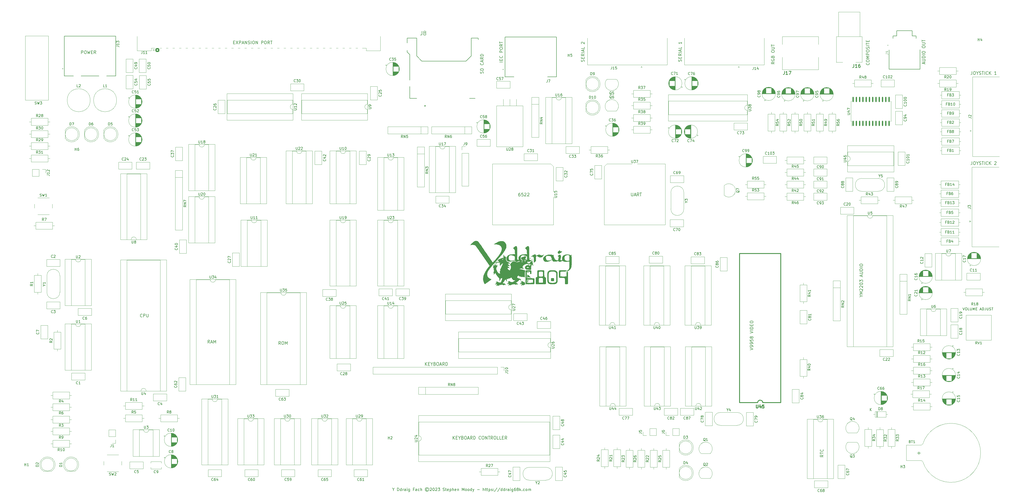
<source format=gto>
G04 #@! TF.GenerationSoftware,KiCad,Pcbnew,(6.0.11)*
G04 #@! TF.CreationDate,2023-02-06T09:16:54+00:00*
G04 #@! TF.ProjectId,yddraig09,79646472-6169-4673-9039-2e6b69636164,rev?*
G04 #@! TF.SameCoordinates,Original*
G04 #@! TF.FileFunction,Legend,Top*
G04 #@! TF.FilePolarity,Positive*
%FSLAX46Y46*%
G04 Gerber Fmt 4.6, Leading zero omitted, Abs format (unit mm)*
G04 Created by KiCad (PCBNEW (6.0.11)) date 2023-02-06 09:16:54*
%MOMM*%
%LPD*%
G01*
G04 APERTURE LIST*
G04 Aperture macros list*
%AMRoundRect*
0 Rectangle with rounded corners*
0 $1 Rounding radius*
0 $2 $3 $4 $5 $6 $7 $8 $9 X,Y pos of 4 corners*
0 Add a 4 corners polygon primitive as box body*
4,1,4,$2,$3,$4,$5,$6,$7,$8,$9,$2,$3,0*
0 Add four circle primitives for the rounded corners*
1,1,$1+$1,$2,$3*
1,1,$1+$1,$4,$5*
1,1,$1+$1,$6,$7*
1,1,$1+$1,$8,$9*
0 Add four rect primitives between the rounded corners*
20,1,$1+$1,$2,$3,$4,$5,0*
20,1,$1+$1,$4,$5,$6,$7,0*
20,1,$1+$1,$6,$7,$8,$9,0*
20,1,$1+$1,$8,$9,$2,$3,0*%
G04 Aperture macros list end*
%ADD10C,0.180000*%
%ADD11C,0.150000*%
%ADD12C,0.300000*%
%ADD13C,0.015000*%
%ADD14C,0.254000*%
%ADD15C,0.120000*%
%ADD16C,0.127000*%
%ADD17C,0.200000*%
%ADD18C,0.500000*%
%ADD19C,0.100000*%
%ADD20C,1.449000*%
%ADD21C,0.854000*%
%ADD22C,1.600000*%
%ADD23R,1.600000X1.600000*%
%ADD24R,1.800000X1.800000*%
%ADD25C,1.800000*%
%ADD26O,1.600000X1.600000*%
%ADD27C,4.000000*%
%ADD28R,1.700000X1.700000*%
%ADD29O,1.700000X1.700000*%
%ADD30C,2.390000*%
%ADD31R,2.100000X2.100000*%
%ADD32C,2.100000*%
%ADD33C,2.400000*%
%ADD34R,1.950000X1.950000*%
%ADD35C,1.950000*%
%ADD36C,1.500000*%
%ADD37R,0.800000X2.000000*%
%ADD38R,1.800000X2.400000*%
%ADD39R,1.700000X2.400000*%
%ADD40R,0.700000X2.000000*%
%ADD41C,2.600000*%
%ADD42R,1.500000X1.050000*%
%ADD43O,1.500000X1.050000*%
%ADD44R,1.050000X1.500000*%
%ADD45O,1.050000X1.500000*%
%ADD46C,2.000000*%
%ADD47R,2.800000X2.800000*%
%ADD48C,2.800000*%
%ADD49R,1.700000X1.200000*%
%ADD50O,1.700000X1.200000*%
%ADD51RoundRect,0.137500X0.137500X-0.862500X0.137500X0.862500X-0.137500X0.862500X-0.137500X-0.862500X0*%
%ADD52O,3.500000X3.500000*%
%ADD53R,1.905000X2.000000*%
%ADD54O,1.905000X2.000000*%
%ADD55R,1.422400X1.422400*%
%ADD56C,1.422400*%
%ADD57C,2.300000*%
%ADD58R,1.300000X1.300000*%
%ADD59C,1.300000*%
%ADD60R,3.000000X3.000000*%
%ADD61C,3.000000*%
%ADD62C,2.850000*%
%ADD63RoundRect,0.249999X-0.525001X-0.525001X0.525001X-0.525001X0.525001X0.525001X-0.525001X0.525001X0*%
%ADD64C,1.550000*%
%ADD65C,1.200000*%
%ADD66O,2.416000X1.208000*%
%ADD67O,1.208000X2.416000*%
%ADD68R,3.765000X3.765000*%
%ADD69C,3.600000*%
%ADD70R,1.509000X1.509000*%
%ADD71C,1.509000*%
%ADD72C,3.555000*%
%ADD73C,4.300000*%
%ADD74C,1.440000*%
G04 APERTURE END LIST*
D10*
X107321428Y-22414285D02*
X107721428Y-22414285D01*
X107892857Y-23042857D02*
X107321428Y-23042857D01*
X107321428Y-21842857D01*
X107892857Y-21842857D01*
X108292857Y-21842857D02*
X109092857Y-23042857D01*
X109092857Y-21842857D02*
X108292857Y-23042857D01*
X109550000Y-23042857D02*
X109550000Y-21842857D01*
X110007142Y-21842857D01*
X110121428Y-21900000D01*
X110178571Y-21957142D01*
X110235714Y-22071428D01*
X110235714Y-22242857D01*
X110178571Y-22357142D01*
X110121428Y-22414285D01*
X110007142Y-22471428D01*
X109550000Y-22471428D01*
X110692857Y-22700000D02*
X111264285Y-22700000D01*
X110578571Y-23042857D02*
X110978571Y-21842857D01*
X111378571Y-23042857D01*
X111778571Y-23042857D02*
X111778571Y-21842857D01*
X112464285Y-23042857D01*
X112464285Y-21842857D01*
X112978571Y-22985714D02*
X113150000Y-23042857D01*
X113435714Y-23042857D01*
X113550000Y-22985714D01*
X113607142Y-22928571D01*
X113664285Y-22814285D01*
X113664285Y-22700000D01*
X113607142Y-22585714D01*
X113550000Y-22528571D01*
X113435714Y-22471428D01*
X113207142Y-22414285D01*
X113092857Y-22357142D01*
X113035714Y-22300000D01*
X112978571Y-22185714D01*
X112978571Y-22071428D01*
X113035714Y-21957142D01*
X113092857Y-21900000D01*
X113207142Y-21842857D01*
X113492857Y-21842857D01*
X113664285Y-21900000D01*
X114178571Y-23042857D02*
X114178571Y-21842857D01*
X114978571Y-21842857D02*
X115207142Y-21842857D01*
X115321428Y-21900000D01*
X115435714Y-22014285D01*
X115492857Y-22242857D01*
X115492857Y-22642857D01*
X115435714Y-22871428D01*
X115321428Y-22985714D01*
X115207142Y-23042857D01*
X114978571Y-23042857D01*
X114864285Y-22985714D01*
X114750000Y-22871428D01*
X114692857Y-22642857D01*
X114692857Y-22242857D01*
X114750000Y-22014285D01*
X114864285Y-21900000D01*
X114978571Y-21842857D01*
X116007142Y-23042857D02*
X116007142Y-21842857D01*
X116692857Y-23042857D01*
X116692857Y-21842857D01*
X118178571Y-23042857D02*
X118178571Y-21842857D01*
X118635714Y-21842857D01*
X118750000Y-21900000D01*
X118807142Y-21957142D01*
X118864285Y-22071428D01*
X118864285Y-22242857D01*
X118807142Y-22357142D01*
X118750000Y-22414285D01*
X118635714Y-22471428D01*
X118178571Y-22471428D01*
X119607142Y-21842857D02*
X119835714Y-21842857D01*
X119950000Y-21900000D01*
X120064285Y-22014285D01*
X120121428Y-22242857D01*
X120121428Y-22642857D01*
X120064285Y-22871428D01*
X119950000Y-22985714D01*
X119835714Y-23042857D01*
X119607142Y-23042857D01*
X119492857Y-22985714D01*
X119378571Y-22871428D01*
X119321428Y-22642857D01*
X119321428Y-22242857D01*
X119378571Y-22014285D01*
X119492857Y-21900000D01*
X119607142Y-21842857D01*
X121321428Y-23042857D02*
X120921428Y-22471428D01*
X120635714Y-23042857D02*
X120635714Y-21842857D01*
X121092857Y-21842857D01*
X121207142Y-21900000D01*
X121264285Y-21957142D01*
X121321428Y-22071428D01*
X121321428Y-22242857D01*
X121264285Y-22357142D01*
X121207142Y-22414285D01*
X121092857Y-22471428D01*
X120635714Y-22471428D01*
X121664285Y-21842857D02*
X122350000Y-21842857D01*
X122007142Y-23042857D02*
X122007142Y-21842857D01*
X125607142Y-139992857D02*
X125207142Y-139421428D01*
X124921428Y-139992857D02*
X124921428Y-138792857D01*
X125378571Y-138792857D01*
X125492857Y-138850000D01*
X125550000Y-138907142D01*
X125607142Y-139021428D01*
X125607142Y-139192857D01*
X125550000Y-139307142D01*
X125492857Y-139364285D01*
X125378571Y-139421428D01*
X124921428Y-139421428D01*
X126350000Y-138792857D02*
X126578571Y-138792857D01*
X126692857Y-138850000D01*
X126807142Y-138964285D01*
X126864285Y-139192857D01*
X126864285Y-139592857D01*
X126807142Y-139821428D01*
X126692857Y-139935714D01*
X126578571Y-139992857D01*
X126350000Y-139992857D01*
X126235714Y-139935714D01*
X126121428Y-139821428D01*
X126064285Y-139592857D01*
X126064285Y-139192857D01*
X126121428Y-138964285D01*
X126235714Y-138850000D01*
X126350000Y-138792857D01*
X127378571Y-139992857D02*
X127378571Y-138792857D01*
X127778571Y-139650000D01*
X128178571Y-138792857D01*
X128178571Y-139992857D01*
X218614285Y-81042857D02*
X218385714Y-81042857D01*
X218271428Y-81100000D01*
X218214285Y-81157142D01*
X218100000Y-81328571D01*
X218042857Y-81557142D01*
X218042857Y-82014285D01*
X218100000Y-82128571D01*
X218157142Y-82185714D01*
X218271428Y-82242857D01*
X218500000Y-82242857D01*
X218614285Y-82185714D01*
X218671428Y-82128571D01*
X218728571Y-82014285D01*
X218728571Y-81728571D01*
X218671428Y-81614285D01*
X218614285Y-81557142D01*
X218500000Y-81500000D01*
X218271428Y-81500000D01*
X218157142Y-81557142D01*
X218100000Y-81614285D01*
X218042857Y-81728571D01*
X219814285Y-81042857D02*
X219242857Y-81042857D01*
X219185714Y-81614285D01*
X219242857Y-81557142D01*
X219357142Y-81500000D01*
X219642857Y-81500000D01*
X219757142Y-81557142D01*
X219814285Y-81614285D01*
X219871428Y-81728571D01*
X219871428Y-82014285D01*
X219814285Y-82128571D01*
X219757142Y-82185714D01*
X219642857Y-82242857D01*
X219357142Y-82242857D01*
X219242857Y-82185714D01*
X219185714Y-82128571D01*
X220328571Y-81157142D02*
X220385714Y-81100000D01*
X220500000Y-81042857D01*
X220785714Y-81042857D01*
X220900000Y-81100000D01*
X220957142Y-81157142D01*
X221014285Y-81271428D01*
X221014285Y-81385714D01*
X220957142Y-81557142D01*
X220271428Y-82242857D01*
X221014285Y-82242857D01*
X221471428Y-81157142D02*
X221528571Y-81100000D01*
X221642857Y-81042857D01*
X221928571Y-81042857D01*
X222042857Y-81100000D01*
X222100000Y-81157142D01*
X222157142Y-81271428D01*
X222157142Y-81385714D01*
X222100000Y-81557142D01*
X221414285Y-82242857D01*
X222157142Y-82242857D01*
X307942857Y-142114285D02*
X309142857Y-141714285D01*
X307942857Y-141314285D01*
X309142857Y-140857142D02*
X309142857Y-140628571D01*
X309085714Y-140514285D01*
X309028571Y-140457142D01*
X308857142Y-140342857D01*
X308628571Y-140285714D01*
X308171428Y-140285714D01*
X308057142Y-140342857D01*
X308000000Y-140400000D01*
X307942857Y-140514285D01*
X307942857Y-140742857D01*
X308000000Y-140857142D01*
X308057142Y-140914285D01*
X308171428Y-140971428D01*
X308457142Y-140971428D01*
X308571428Y-140914285D01*
X308628571Y-140857142D01*
X308685714Y-140742857D01*
X308685714Y-140514285D01*
X308628571Y-140400000D01*
X308571428Y-140342857D01*
X308457142Y-140285714D01*
X309142857Y-139714285D02*
X309142857Y-139485714D01*
X309085714Y-139371428D01*
X309028571Y-139314285D01*
X308857142Y-139200000D01*
X308628571Y-139142857D01*
X308171428Y-139142857D01*
X308057142Y-139200000D01*
X308000000Y-139257142D01*
X307942857Y-139371428D01*
X307942857Y-139600000D01*
X308000000Y-139714285D01*
X308057142Y-139771428D01*
X308171428Y-139828571D01*
X308457142Y-139828571D01*
X308571428Y-139771428D01*
X308628571Y-139714285D01*
X308685714Y-139600000D01*
X308685714Y-139371428D01*
X308628571Y-139257142D01*
X308571428Y-139200000D01*
X308457142Y-139142857D01*
X307942857Y-138057142D02*
X307942857Y-138628571D01*
X308514285Y-138685714D01*
X308457142Y-138628571D01*
X308400000Y-138514285D01*
X308400000Y-138228571D01*
X308457142Y-138114285D01*
X308514285Y-138057142D01*
X308628571Y-138000000D01*
X308914285Y-138000000D01*
X309028571Y-138057142D01*
X309085714Y-138114285D01*
X309142857Y-138228571D01*
X309142857Y-138514285D01*
X309085714Y-138628571D01*
X309028571Y-138685714D01*
X308457142Y-137314285D02*
X308400000Y-137428571D01*
X308342857Y-137485714D01*
X308228571Y-137542857D01*
X308171428Y-137542857D01*
X308057142Y-137485714D01*
X308000000Y-137428571D01*
X307942857Y-137314285D01*
X307942857Y-137085714D01*
X308000000Y-136971428D01*
X308057142Y-136914285D01*
X308171428Y-136857142D01*
X308228571Y-136857142D01*
X308342857Y-136914285D01*
X308400000Y-136971428D01*
X308457142Y-137085714D01*
X308457142Y-137314285D01*
X308514285Y-137428571D01*
X308571428Y-137485714D01*
X308685714Y-137542857D01*
X308914285Y-137542857D01*
X309028571Y-137485714D01*
X309085714Y-137428571D01*
X309142857Y-137314285D01*
X309142857Y-137085714D01*
X309085714Y-136971428D01*
X309028571Y-136914285D01*
X308914285Y-136857142D01*
X308685714Y-136857142D01*
X308571428Y-136914285D01*
X308514285Y-136971428D01*
X308457142Y-137085714D01*
X307942857Y-135600000D02*
X309142857Y-135200000D01*
X307942857Y-134800000D01*
X309142857Y-134400000D02*
X307942857Y-134400000D01*
X309142857Y-133828571D02*
X307942857Y-133828571D01*
X307942857Y-133542857D01*
X308000000Y-133371428D01*
X308114285Y-133257142D01*
X308228571Y-133200000D01*
X308457142Y-133142857D01*
X308628571Y-133142857D01*
X308857142Y-133200000D01*
X308971428Y-133257142D01*
X309085714Y-133371428D01*
X309142857Y-133542857D01*
X309142857Y-133828571D01*
X308514285Y-132628571D02*
X308514285Y-132228571D01*
X309142857Y-132057142D02*
X309142857Y-132628571D01*
X307942857Y-132628571D01*
X307942857Y-132057142D01*
X307942857Y-131314285D02*
X307942857Y-131085714D01*
X308000000Y-130971428D01*
X308114285Y-130857142D01*
X308342857Y-130800000D01*
X308742857Y-130800000D01*
X308971428Y-130857142D01*
X309085714Y-130971428D01*
X309142857Y-131085714D01*
X309142857Y-131314285D01*
X309085714Y-131428571D01*
X308971428Y-131542857D01*
X308742857Y-131600000D01*
X308342857Y-131600000D01*
X308114285Y-131542857D01*
X308000000Y-131428571D01*
X307942857Y-131314285D01*
X169416666Y-196373809D02*
X169416666Y-196897619D01*
X169050000Y-195797619D02*
X169416666Y-196373809D01*
X169783333Y-195797619D01*
X170988095Y-196897619D02*
X170988095Y-195797619D01*
X171250000Y-195797619D01*
X171407142Y-195850000D01*
X171511904Y-195954761D01*
X171564285Y-196059523D01*
X171616666Y-196269047D01*
X171616666Y-196426190D01*
X171564285Y-196635714D01*
X171511904Y-196740476D01*
X171407142Y-196845238D01*
X171250000Y-196897619D01*
X170988095Y-196897619D01*
X172559523Y-196897619D02*
X172559523Y-195797619D01*
X172559523Y-196845238D02*
X172454761Y-196897619D01*
X172245238Y-196897619D01*
X172140476Y-196845238D01*
X172088095Y-196792857D01*
X172035714Y-196688095D01*
X172035714Y-196373809D01*
X172088095Y-196269047D01*
X172140476Y-196216666D01*
X172245238Y-196164285D01*
X172454761Y-196164285D01*
X172559523Y-196216666D01*
X173083333Y-196897619D02*
X173083333Y-196164285D01*
X173083333Y-196373809D02*
X173135714Y-196269047D01*
X173188095Y-196216666D01*
X173292857Y-196164285D01*
X173397619Y-196164285D01*
X174235714Y-196897619D02*
X174235714Y-196321428D01*
X174183333Y-196216666D01*
X174078571Y-196164285D01*
X173869047Y-196164285D01*
X173764285Y-196216666D01*
X174235714Y-196845238D02*
X174130952Y-196897619D01*
X173869047Y-196897619D01*
X173764285Y-196845238D01*
X173711904Y-196740476D01*
X173711904Y-196635714D01*
X173764285Y-196530952D01*
X173869047Y-196478571D01*
X174130952Y-196478571D01*
X174235714Y-196426190D01*
X174759523Y-196897619D02*
X174759523Y-196164285D01*
X174759523Y-195797619D02*
X174707142Y-195850000D01*
X174759523Y-195902380D01*
X174811904Y-195850000D01*
X174759523Y-195797619D01*
X174759523Y-195902380D01*
X175754761Y-196164285D02*
X175754761Y-197054761D01*
X175702380Y-197159523D01*
X175650000Y-197211904D01*
X175545238Y-197264285D01*
X175388095Y-197264285D01*
X175283333Y-197211904D01*
X175754761Y-196845238D02*
X175650000Y-196897619D01*
X175440476Y-196897619D01*
X175335714Y-196845238D01*
X175283333Y-196792857D01*
X175230952Y-196688095D01*
X175230952Y-196373809D01*
X175283333Y-196269047D01*
X175335714Y-196216666D01*
X175440476Y-196164285D01*
X175650000Y-196164285D01*
X175754761Y-196216666D01*
X177483333Y-196321428D02*
X177116666Y-196321428D01*
X177116666Y-196897619D02*
X177116666Y-195797619D01*
X177640476Y-195797619D01*
X178530952Y-196897619D02*
X178530952Y-196321428D01*
X178478571Y-196216666D01*
X178373809Y-196164285D01*
X178164285Y-196164285D01*
X178059523Y-196216666D01*
X178530952Y-196845238D02*
X178426190Y-196897619D01*
X178164285Y-196897619D01*
X178059523Y-196845238D01*
X178007142Y-196740476D01*
X178007142Y-196635714D01*
X178059523Y-196530952D01*
X178164285Y-196478571D01*
X178426190Y-196478571D01*
X178530952Y-196426190D01*
X179526190Y-196845238D02*
X179421428Y-196897619D01*
X179211904Y-196897619D01*
X179107142Y-196845238D01*
X179054761Y-196792857D01*
X179002380Y-196688095D01*
X179002380Y-196373809D01*
X179054761Y-196269047D01*
X179107142Y-196216666D01*
X179211904Y-196164285D01*
X179421428Y-196164285D01*
X179526190Y-196216666D01*
X179997619Y-196897619D02*
X179997619Y-195797619D01*
X180469047Y-196897619D02*
X180469047Y-196321428D01*
X180416666Y-196216666D01*
X180311904Y-196164285D01*
X180154761Y-196164285D01*
X180050000Y-196216666D01*
X179997619Y-196269047D01*
X182721428Y-196059523D02*
X182616666Y-196007142D01*
X182407142Y-196007142D01*
X182302380Y-196059523D01*
X182197619Y-196164285D01*
X182145238Y-196269047D01*
X182145238Y-196478571D01*
X182197619Y-196583333D01*
X182302380Y-196688095D01*
X182407142Y-196740476D01*
X182616666Y-196740476D01*
X182721428Y-196688095D01*
X182511904Y-195640476D02*
X182250000Y-195692857D01*
X181988095Y-195850000D01*
X181830952Y-196111904D01*
X181778571Y-196373809D01*
X181830952Y-196635714D01*
X181988095Y-196897619D01*
X182250000Y-197054761D01*
X182511904Y-197107142D01*
X182773809Y-197054761D01*
X183035714Y-196897619D01*
X183192857Y-196635714D01*
X183245238Y-196373809D01*
X183192857Y-196111904D01*
X183035714Y-195850000D01*
X182773809Y-195692857D01*
X182511904Y-195640476D01*
X183664285Y-195902380D02*
X183716666Y-195850000D01*
X183821428Y-195797619D01*
X184083333Y-195797619D01*
X184188095Y-195850000D01*
X184240476Y-195902380D01*
X184292857Y-196007142D01*
X184292857Y-196111904D01*
X184240476Y-196269047D01*
X183611904Y-196897619D01*
X184292857Y-196897619D01*
X184973809Y-195797619D02*
X185078571Y-195797619D01*
X185183333Y-195850000D01*
X185235714Y-195902380D01*
X185288095Y-196007142D01*
X185340476Y-196216666D01*
X185340476Y-196478571D01*
X185288095Y-196688095D01*
X185235714Y-196792857D01*
X185183333Y-196845238D01*
X185078571Y-196897619D01*
X184973809Y-196897619D01*
X184869047Y-196845238D01*
X184816666Y-196792857D01*
X184764285Y-196688095D01*
X184711904Y-196478571D01*
X184711904Y-196216666D01*
X184764285Y-196007142D01*
X184816666Y-195902380D01*
X184869047Y-195850000D01*
X184973809Y-195797619D01*
X185759523Y-195902380D02*
X185811904Y-195850000D01*
X185916666Y-195797619D01*
X186178571Y-195797619D01*
X186283333Y-195850000D01*
X186335714Y-195902380D01*
X186388095Y-196007142D01*
X186388095Y-196111904D01*
X186335714Y-196269047D01*
X185707142Y-196897619D01*
X186388095Y-196897619D01*
X186754761Y-195797619D02*
X187435714Y-195797619D01*
X187069047Y-196216666D01*
X187226190Y-196216666D01*
X187330952Y-196269047D01*
X187383333Y-196321428D01*
X187435714Y-196426190D01*
X187435714Y-196688095D01*
X187383333Y-196792857D01*
X187330952Y-196845238D01*
X187226190Y-196897619D01*
X186911904Y-196897619D01*
X186807142Y-196845238D01*
X186754761Y-196792857D01*
X188692857Y-196845238D02*
X188850000Y-196897619D01*
X189111904Y-196897619D01*
X189216666Y-196845238D01*
X189269047Y-196792857D01*
X189321428Y-196688095D01*
X189321428Y-196583333D01*
X189269047Y-196478571D01*
X189216666Y-196426190D01*
X189111904Y-196373809D01*
X188902380Y-196321428D01*
X188797619Y-196269047D01*
X188745238Y-196216666D01*
X188692857Y-196111904D01*
X188692857Y-196007142D01*
X188745238Y-195902380D01*
X188797619Y-195850000D01*
X188902380Y-195797619D01*
X189164285Y-195797619D01*
X189321428Y-195850000D01*
X189635714Y-196164285D02*
X190054761Y-196164285D01*
X189792857Y-195797619D02*
X189792857Y-196740476D01*
X189845238Y-196845238D01*
X189950000Y-196897619D01*
X190054761Y-196897619D01*
X190840476Y-196845238D02*
X190735714Y-196897619D01*
X190526190Y-196897619D01*
X190421428Y-196845238D01*
X190369047Y-196740476D01*
X190369047Y-196321428D01*
X190421428Y-196216666D01*
X190526190Y-196164285D01*
X190735714Y-196164285D01*
X190840476Y-196216666D01*
X190892857Y-196321428D01*
X190892857Y-196426190D01*
X190369047Y-196530952D01*
X191364285Y-196164285D02*
X191364285Y-197264285D01*
X191364285Y-196216666D02*
X191469047Y-196164285D01*
X191678571Y-196164285D01*
X191783333Y-196216666D01*
X191835714Y-196269047D01*
X191888095Y-196373809D01*
X191888095Y-196688095D01*
X191835714Y-196792857D01*
X191783333Y-196845238D01*
X191678571Y-196897619D01*
X191469047Y-196897619D01*
X191364285Y-196845238D01*
X192359523Y-196897619D02*
X192359523Y-195797619D01*
X192830952Y-196897619D02*
X192830952Y-196321428D01*
X192778571Y-196216666D01*
X192673809Y-196164285D01*
X192516666Y-196164285D01*
X192411904Y-196216666D01*
X192359523Y-196269047D01*
X193773809Y-196845238D02*
X193669047Y-196897619D01*
X193459523Y-196897619D01*
X193354761Y-196845238D01*
X193302380Y-196740476D01*
X193302380Y-196321428D01*
X193354761Y-196216666D01*
X193459523Y-196164285D01*
X193669047Y-196164285D01*
X193773809Y-196216666D01*
X193826190Y-196321428D01*
X193826190Y-196426190D01*
X193302380Y-196530952D01*
X194297619Y-196164285D02*
X194297619Y-196897619D01*
X194297619Y-196269047D02*
X194350000Y-196216666D01*
X194454761Y-196164285D01*
X194611904Y-196164285D01*
X194716666Y-196216666D01*
X194769047Y-196321428D01*
X194769047Y-196897619D01*
X196130952Y-196897619D02*
X196130952Y-195797619D01*
X196497619Y-196583333D01*
X196864285Y-195797619D01*
X196864285Y-196897619D01*
X197545238Y-196897619D02*
X197440476Y-196845238D01*
X197388095Y-196792857D01*
X197335714Y-196688095D01*
X197335714Y-196373809D01*
X197388095Y-196269047D01*
X197440476Y-196216666D01*
X197545238Y-196164285D01*
X197702380Y-196164285D01*
X197807142Y-196216666D01*
X197859523Y-196269047D01*
X197911904Y-196373809D01*
X197911904Y-196688095D01*
X197859523Y-196792857D01*
X197807142Y-196845238D01*
X197702380Y-196897619D01*
X197545238Y-196897619D01*
X198540476Y-196897619D02*
X198435714Y-196845238D01*
X198383333Y-196792857D01*
X198330952Y-196688095D01*
X198330952Y-196373809D01*
X198383333Y-196269047D01*
X198435714Y-196216666D01*
X198540476Y-196164285D01*
X198697619Y-196164285D01*
X198802380Y-196216666D01*
X198854761Y-196269047D01*
X198907142Y-196373809D01*
X198907142Y-196688095D01*
X198854761Y-196792857D01*
X198802380Y-196845238D01*
X198697619Y-196897619D01*
X198540476Y-196897619D01*
X199850000Y-196897619D02*
X199850000Y-195797619D01*
X199850000Y-196845238D02*
X199745238Y-196897619D01*
X199535714Y-196897619D01*
X199430952Y-196845238D01*
X199378571Y-196792857D01*
X199326190Y-196688095D01*
X199326190Y-196373809D01*
X199378571Y-196269047D01*
X199430952Y-196216666D01*
X199535714Y-196164285D01*
X199745238Y-196164285D01*
X199850000Y-196216666D01*
X200269047Y-196164285D02*
X200530952Y-196897619D01*
X200792857Y-196164285D02*
X200530952Y-196897619D01*
X200426190Y-197159523D01*
X200373809Y-197211904D01*
X200269047Y-197264285D01*
X202050000Y-196478571D02*
X202888095Y-196478571D01*
X204250000Y-196897619D02*
X204250000Y-195797619D01*
X204721428Y-196897619D02*
X204721428Y-196321428D01*
X204669047Y-196216666D01*
X204564285Y-196164285D01*
X204407142Y-196164285D01*
X204302380Y-196216666D01*
X204250000Y-196269047D01*
X205088095Y-196164285D02*
X205507142Y-196164285D01*
X205245238Y-195797619D02*
X205245238Y-196740476D01*
X205297619Y-196845238D01*
X205402380Y-196897619D01*
X205507142Y-196897619D01*
X205716666Y-196164285D02*
X206135714Y-196164285D01*
X205873809Y-195797619D02*
X205873809Y-196740476D01*
X205926190Y-196845238D01*
X206030952Y-196897619D01*
X206135714Y-196897619D01*
X206502380Y-196164285D02*
X206502380Y-197264285D01*
X206502380Y-196216666D02*
X206607142Y-196164285D01*
X206816666Y-196164285D01*
X206921428Y-196216666D01*
X206973809Y-196269047D01*
X207026190Y-196373809D01*
X207026190Y-196688095D01*
X206973809Y-196792857D01*
X206921428Y-196845238D01*
X206816666Y-196897619D01*
X206607142Y-196897619D01*
X206502380Y-196845238D01*
X207445238Y-196845238D02*
X207550000Y-196897619D01*
X207759523Y-196897619D01*
X207864285Y-196845238D01*
X207916666Y-196740476D01*
X207916666Y-196688095D01*
X207864285Y-196583333D01*
X207759523Y-196530952D01*
X207602380Y-196530952D01*
X207497619Y-196478571D01*
X207445238Y-196373809D01*
X207445238Y-196321428D01*
X207497619Y-196216666D01*
X207602380Y-196164285D01*
X207759523Y-196164285D01*
X207864285Y-196216666D01*
X208388095Y-196792857D02*
X208440476Y-196845238D01*
X208388095Y-196897619D01*
X208335714Y-196845238D01*
X208388095Y-196792857D01*
X208388095Y-196897619D01*
X208388095Y-196216666D02*
X208440476Y-196269047D01*
X208388095Y-196321428D01*
X208335714Y-196269047D01*
X208388095Y-196216666D01*
X208388095Y-196321428D01*
X209697619Y-195745238D02*
X208754761Y-197159523D01*
X210850000Y-195745238D02*
X209907142Y-197159523D01*
X211688095Y-196897619D02*
X211688095Y-195797619D01*
X211688095Y-196845238D02*
X211583333Y-196897619D01*
X211373809Y-196897619D01*
X211269047Y-196845238D01*
X211216666Y-196792857D01*
X211164285Y-196688095D01*
X211164285Y-196373809D01*
X211216666Y-196269047D01*
X211269047Y-196216666D01*
X211373809Y-196164285D01*
X211583333Y-196164285D01*
X211688095Y-196216666D01*
X212683333Y-196897619D02*
X212683333Y-195797619D01*
X212683333Y-196845238D02*
X212578571Y-196897619D01*
X212369047Y-196897619D01*
X212264285Y-196845238D01*
X212211904Y-196792857D01*
X212159523Y-196688095D01*
X212159523Y-196373809D01*
X212211904Y-196269047D01*
X212264285Y-196216666D01*
X212369047Y-196164285D01*
X212578571Y-196164285D01*
X212683333Y-196216666D01*
X213207142Y-196897619D02*
X213207142Y-196164285D01*
X213207142Y-196373809D02*
X213259523Y-196269047D01*
X213311904Y-196216666D01*
X213416666Y-196164285D01*
X213521428Y-196164285D01*
X214359523Y-196897619D02*
X214359523Y-196321428D01*
X214307142Y-196216666D01*
X214202380Y-196164285D01*
X213992857Y-196164285D01*
X213888095Y-196216666D01*
X214359523Y-196845238D02*
X214254761Y-196897619D01*
X213992857Y-196897619D01*
X213888095Y-196845238D01*
X213835714Y-196740476D01*
X213835714Y-196635714D01*
X213888095Y-196530952D01*
X213992857Y-196478571D01*
X214254761Y-196478571D01*
X214359523Y-196426190D01*
X214883333Y-196897619D02*
X214883333Y-196164285D01*
X214883333Y-195797619D02*
X214830952Y-195850000D01*
X214883333Y-195902380D01*
X214935714Y-195850000D01*
X214883333Y-195797619D01*
X214883333Y-195902380D01*
X215878571Y-196164285D02*
X215878571Y-197054761D01*
X215826190Y-197159523D01*
X215773809Y-197211904D01*
X215669047Y-197264285D01*
X215511904Y-197264285D01*
X215407142Y-197211904D01*
X215878571Y-196845238D02*
X215773809Y-196897619D01*
X215564285Y-196897619D01*
X215459523Y-196845238D01*
X215407142Y-196792857D01*
X215354761Y-196688095D01*
X215354761Y-196373809D01*
X215407142Y-196269047D01*
X215459523Y-196216666D01*
X215564285Y-196164285D01*
X215773809Y-196164285D01*
X215878571Y-196216666D01*
X216873809Y-195797619D02*
X216664285Y-195797619D01*
X216559523Y-195850000D01*
X216507142Y-195902380D01*
X216402380Y-196059523D01*
X216350000Y-196269047D01*
X216350000Y-196688095D01*
X216402380Y-196792857D01*
X216454761Y-196845238D01*
X216559523Y-196897619D01*
X216769047Y-196897619D01*
X216873809Y-196845238D01*
X216926190Y-196792857D01*
X216978571Y-196688095D01*
X216978571Y-196426190D01*
X216926190Y-196321428D01*
X216873809Y-196269047D01*
X216769047Y-196216666D01*
X216559523Y-196216666D01*
X216454761Y-196269047D01*
X216402380Y-196321428D01*
X216350000Y-196426190D01*
X217607142Y-196269047D02*
X217502380Y-196216666D01*
X217450000Y-196164285D01*
X217397619Y-196059523D01*
X217397619Y-196007142D01*
X217450000Y-195902380D01*
X217502380Y-195850000D01*
X217607142Y-195797619D01*
X217816666Y-195797619D01*
X217921428Y-195850000D01*
X217973809Y-195902380D01*
X218026190Y-196007142D01*
X218026190Y-196059523D01*
X217973809Y-196164285D01*
X217921428Y-196216666D01*
X217816666Y-196269047D01*
X217607142Y-196269047D01*
X217502380Y-196321428D01*
X217450000Y-196373809D01*
X217397619Y-196478571D01*
X217397619Y-196688095D01*
X217450000Y-196792857D01*
X217502380Y-196845238D01*
X217607142Y-196897619D01*
X217816666Y-196897619D01*
X217921428Y-196845238D01*
X217973809Y-196792857D01*
X218026190Y-196688095D01*
X218026190Y-196478571D01*
X217973809Y-196373809D01*
X217921428Y-196321428D01*
X217816666Y-196269047D01*
X218497619Y-196897619D02*
X218497619Y-195797619D01*
X218602380Y-196478571D02*
X218916666Y-196897619D01*
X218916666Y-196164285D02*
X218497619Y-196583333D01*
X219388095Y-196792857D02*
X219440476Y-196845238D01*
X219388095Y-196897619D01*
X219335714Y-196845238D01*
X219388095Y-196792857D01*
X219388095Y-196897619D01*
X220383333Y-196845238D02*
X220278571Y-196897619D01*
X220069047Y-196897619D01*
X219964285Y-196845238D01*
X219911904Y-196792857D01*
X219859523Y-196688095D01*
X219859523Y-196373809D01*
X219911904Y-196269047D01*
X219964285Y-196216666D01*
X220069047Y-196164285D01*
X220278571Y-196164285D01*
X220383333Y-196216666D01*
X221011904Y-196897619D02*
X220907142Y-196845238D01*
X220854761Y-196792857D01*
X220802380Y-196688095D01*
X220802380Y-196373809D01*
X220854761Y-196269047D01*
X220907142Y-196216666D01*
X221011904Y-196164285D01*
X221169047Y-196164285D01*
X221273809Y-196216666D01*
X221326190Y-196269047D01*
X221378571Y-196373809D01*
X221378571Y-196688095D01*
X221326190Y-196792857D01*
X221273809Y-196845238D01*
X221169047Y-196897619D01*
X221011904Y-196897619D01*
X221850000Y-196897619D02*
X221850000Y-196164285D01*
X221850000Y-196269047D02*
X221902380Y-196216666D01*
X222007142Y-196164285D01*
X222164285Y-196164285D01*
X222269047Y-196216666D01*
X222321428Y-196321428D01*
X222321428Y-196897619D01*
X222321428Y-196321428D02*
X222373809Y-196216666D01*
X222478571Y-196164285D01*
X222635714Y-196164285D01*
X222740476Y-196216666D01*
X222792857Y-196321428D01*
X222792857Y-196897619D01*
X181785714Y-148142857D02*
X181785714Y-146942857D01*
X182471428Y-148142857D02*
X181957142Y-147457142D01*
X182471428Y-146942857D02*
X181785714Y-147628571D01*
X182985714Y-147514285D02*
X183385714Y-147514285D01*
X183557142Y-148142857D02*
X182985714Y-148142857D01*
X182985714Y-146942857D01*
X183557142Y-146942857D01*
X184300000Y-147571428D02*
X184300000Y-148142857D01*
X183900000Y-146942857D02*
X184300000Y-147571428D01*
X184700000Y-146942857D01*
X185500000Y-147514285D02*
X185671428Y-147571428D01*
X185728571Y-147628571D01*
X185785714Y-147742857D01*
X185785714Y-147914285D01*
X185728571Y-148028571D01*
X185671428Y-148085714D01*
X185557142Y-148142857D01*
X185100000Y-148142857D01*
X185100000Y-146942857D01*
X185500000Y-146942857D01*
X185614285Y-147000000D01*
X185671428Y-147057142D01*
X185728571Y-147171428D01*
X185728571Y-147285714D01*
X185671428Y-147400000D01*
X185614285Y-147457142D01*
X185500000Y-147514285D01*
X185100000Y-147514285D01*
X186528571Y-146942857D02*
X186757142Y-146942857D01*
X186871428Y-147000000D01*
X186985714Y-147114285D01*
X187042857Y-147342857D01*
X187042857Y-147742857D01*
X186985714Y-147971428D01*
X186871428Y-148085714D01*
X186757142Y-148142857D01*
X186528571Y-148142857D01*
X186414285Y-148085714D01*
X186300000Y-147971428D01*
X186242857Y-147742857D01*
X186242857Y-147342857D01*
X186300000Y-147114285D01*
X186414285Y-147000000D01*
X186528571Y-146942857D01*
X187500000Y-147800000D02*
X188071428Y-147800000D01*
X187385714Y-148142857D02*
X187785714Y-146942857D01*
X188185714Y-148142857D01*
X189271428Y-148142857D02*
X188871428Y-147571428D01*
X188585714Y-148142857D02*
X188585714Y-146942857D01*
X189042857Y-146942857D01*
X189157142Y-147000000D01*
X189214285Y-147057142D01*
X189271428Y-147171428D01*
X189271428Y-147342857D01*
X189214285Y-147457142D01*
X189157142Y-147514285D01*
X189042857Y-147571428D01*
X188585714Y-147571428D01*
X189785714Y-148142857D02*
X189785714Y-146942857D01*
X190071428Y-146942857D01*
X190242857Y-147000000D01*
X190357142Y-147114285D01*
X190414285Y-147228571D01*
X190471428Y-147457142D01*
X190471428Y-147628571D01*
X190414285Y-147857142D01*
X190357142Y-147971428D01*
X190242857Y-148085714D01*
X190071428Y-148142857D01*
X189785714Y-148142857D01*
X336442857Y-182935714D02*
X335871428Y-183335714D01*
X336442857Y-183621428D02*
X335242857Y-183621428D01*
X335242857Y-183164285D01*
X335300000Y-183050000D01*
X335357142Y-182992857D01*
X335471428Y-182935714D01*
X335642857Y-182935714D01*
X335757142Y-182992857D01*
X335814285Y-183050000D01*
X335871428Y-183164285D01*
X335871428Y-183621428D01*
X335242857Y-182592857D02*
X335242857Y-181907142D01*
X336442857Y-182250000D02*
X335242857Y-182250000D01*
X336328571Y-180821428D02*
X336385714Y-180878571D01*
X336442857Y-181050000D01*
X336442857Y-181164285D01*
X336385714Y-181335714D01*
X336271428Y-181450000D01*
X336157142Y-181507142D01*
X335928571Y-181564285D01*
X335757142Y-181564285D01*
X335528571Y-181507142D01*
X335414285Y-181450000D01*
X335300000Y-181335714D01*
X335242857Y-181164285D01*
X335242857Y-181050000D01*
X335300000Y-180878571D01*
X335357142Y-180821428D01*
X281285714Y-29850000D02*
X281342857Y-29678571D01*
X281342857Y-29392857D01*
X281285714Y-29278571D01*
X281228571Y-29221428D01*
X281114285Y-29164285D01*
X281000000Y-29164285D01*
X280885714Y-29221428D01*
X280828571Y-29278571D01*
X280771428Y-29392857D01*
X280714285Y-29621428D01*
X280657142Y-29735714D01*
X280600000Y-29792857D01*
X280485714Y-29850000D01*
X280371428Y-29850000D01*
X280257142Y-29792857D01*
X280200000Y-29735714D01*
X280142857Y-29621428D01*
X280142857Y-29335714D01*
X280200000Y-29164285D01*
X280714285Y-28650000D02*
X280714285Y-28250000D01*
X281342857Y-28078571D02*
X281342857Y-28650000D01*
X280142857Y-28650000D01*
X280142857Y-28078571D01*
X281342857Y-26878571D02*
X280771428Y-27278571D01*
X281342857Y-27564285D02*
X280142857Y-27564285D01*
X280142857Y-27107142D01*
X280200000Y-26992857D01*
X280257142Y-26935714D01*
X280371428Y-26878571D01*
X280542857Y-26878571D01*
X280657142Y-26935714D01*
X280714285Y-26992857D01*
X280771428Y-27107142D01*
X280771428Y-27564285D01*
X281342857Y-26364285D02*
X280142857Y-26364285D01*
X281000000Y-25850000D02*
X281000000Y-25278571D01*
X281342857Y-25964285D02*
X280142857Y-25564285D01*
X281342857Y-25164285D01*
X281342857Y-24192857D02*
X281342857Y-24764285D01*
X280142857Y-24764285D01*
X281342857Y-22250000D02*
X281342857Y-22935714D01*
X281342857Y-22592857D02*
X280142857Y-22592857D01*
X280314285Y-22707142D01*
X280428571Y-22821428D01*
X280485714Y-22935714D01*
X48228571Y-26842857D02*
X48228571Y-25642857D01*
X48685714Y-25642857D01*
X48800000Y-25700000D01*
X48857142Y-25757142D01*
X48914285Y-25871428D01*
X48914285Y-26042857D01*
X48857142Y-26157142D01*
X48800000Y-26214285D01*
X48685714Y-26271428D01*
X48228571Y-26271428D01*
X49657142Y-25642857D02*
X49885714Y-25642857D01*
X50000000Y-25700000D01*
X50114285Y-25814285D01*
X50171428Y-26042857D01*
X50171428Y-26442857D01*
X50114285Y-26671428D01*
X50000000Y-26785714D01*
X49885714Y-26842857D01*
X49657142Y-26842857D01*
X49542857Y-26785714D01*
X49428571Y-26671428D01*
X49371428Y-26442857D01*
X49371428Y-26042857D01*
X49428571Y-25814285D01*
X49542857Y-25700000D01*
X49657142Y-25642857D01*
X50571428Y-25642857D02*
X50857142Y-26842857D01*
X51085714Y-25985714D01*
X51314285Y-26842857D01*
X51600000Y-25642857D01*
X52057142Y-26214285D02*
X52457142Y-26214285D01*
X52628571Y-26842857D02*
X52057142Y-26842857D01*
X52057142Y-25642857D01*
X52628571Y-25642857D01*
X53828571Y-26842857D02*
X53428571Y-26271428D01*
X53142857Y-26842857D02*
X53142857Y-25642857D01*
X53600000Y-25642857D01*
X53714285Y-25700000D01*
X53771428Y-25757142D01*
X53828571Y-25871428D01*
X53828571Y-26042857D01*
X53771428Y-26157142D01*
X53714285Y-26214285D01*
X53600000Y-26271428D01*
X53142857Y-26271428D01*
X351171428Y-121085714D02*
X351742857Y-121085714D01*
X350542857Y-121485714D02*
X351171428Y-121085714D01*
X350542857Y-120685714D01*
X351742857Y-120285714D02*
X350542857Y-120285714D01*
X351400000Y-119885714D01*
X350542857Y-119485714D01*
X351742857Y-119485714D01*
X350657142Y-118971428D02*
X350600000Y-118914285D01*
X350542857Y-118800000D01*
X350542857Y-118514285D01*
X350600000Y-118400000D01*
X350657142Y-118342857D01*
X350771428Y-118285714D01*
X350885714Y-118285714D01*
X351057142Y-118342857D01*
X351742857Y-119028571D01*
X351742857Y-118285714D01*
X350657142Y-117828571D02*
X350600000Y-117771428D01*
X350542857Y-117657142D01*
X350542857Y-117371428D01*
X350600000Y-117257142D01*
X350657142Y-117200000D01*
X350771428Y-117142857D01*
X350885714Y-117142857D01*
X351057142Y-117200000D01*
X351742857Y-117885714D01*
X351742857Y-117142857D01*
X350542857Y-116400000D02*
X350542857Y-116285714D01*
X350600000Y-116171428D01*
X350657142Y-116114285D01*
X350771428Y-116057142D01*
X351000000Y-116000000D01*
X351285714Y-116000000D01*
X351514285Y-116057142D01*
X351628571Y-116114285D01*
X351685714Y-116171428D01*
X351742857Y-116285714D01*
X351742857Y-116400000D01*
X351685714Y-116514285D01*
X351628571Y-116571428D01*
X351514285Y-116628571D01*
X351285714Y-116685714D01*
X351000000Y-116685714D01*
X350771428Y-116628571D01*
X350657142Y-116571428D01*
X350600000Y-116514285D01*
X350542857Y-116400000D01*
X350542857Y-115600000D02*
X350542857Y-114857142D01*
X351000000Y-115257142D01*
X351000000Y-115085714D01*
X351057142Y-114971428D01*
X351114285Y-114914285D01*
X351228571Y-114857142D01*
X351514285Y-114857142D01*
X351628571Y-114914285D01*
X351685714Y-114971428D01*
X351742857Y-115085714D01*
X351742857Y-115428571D01*
X351685714Y-115542857D01*
X351628571Y-115600000D01*
X351400000Y-113485714D02*
X351400000Y-112914285D01*
X351742857Y-113600000D02*
X350542857Y-113200000D01*
X351742857Y-112800000D01*
X350542857Y-112400000D02*
X351514285Y-112400000D01*
X351628571Y-112342857D01*
X351685714Y-112285714D01*
X351742857Y-112171428D01*
X351742857Y-111942857D01*
X351685714Y-111828571D01*
X351628571Y-111771428D01*
X351514285Y-111714285D01*
X350542857Y-111714285D01*
X351742857Y-111142857D02*
X350542857Y-111142857D01*
X350542857Y-110857142D01*
X350600000Y-110685714D01*
X350714285Y-110571428D01*
X350828571Y-110514285D01*
X351057142Y-110457142D01*
X351228571Y-110457142D01*
X351457142Y-110514285D01*
X351571428Y-110571428D01*
X351685714Y-110685714D01*
X351742857Y-110857142D01*
X351742857Y-111142857D01*
X351742857Y-109942857D02*
X350542857Y-109942857D01*
X350542857Y-109142857D02*
X350542857Y-108914285D01*
X350600000Y-108800000D01*
X350714285Y-108685714D01*
X350942857Y-108628571D01*
X351342857Y-108628571D01*
X351571428Y-108685714D01*
X351685714Y-108800000D01*
X351742857Y-108914285D01*
X351742857Y-109142857D01*
X351685714Y-109257142D01*
X351571428Y-109371428D01*
X351342857Y-109428571D01*
X350942857Y-109428571D01*
X350714285Y-109371428D01*
X350600000Y-109257142D01*
X350542857Y-109142857D01*
X192571428Y-176842857D02*
X192571428Y-175642857D01*
X193257142Y-176842857D02*
X192742857Y-176157142D01*
X193257142Y-175642857D02*
X192571428Y-176328571D01*
X193771428Y-176214285D02*
X194171428Y-176214285D01*
X194342857Y-176842857D02*
X193771428Y-176842857D01*
X193771428Y-175642857D01*
X194342857Y-175642857D01*
X195085714Y-176271428D02*
X195085714Y-176842857D01*
X194685714Y-175642857D02*
X195085714Y-176271428D01*
X195485714Y-175642857D01*
X196285714Y-176214285D02*
X196457142Y-176271428D01*
X196514285Y-176328571D01*
X196571428Y-176442857D01*
X196571428Y-176614285D01*
X196514285Y-176728571D01*
X196457142Y-176785714D01*
X196342857Y-176842857D01*
X195885714Y-176842857D01*
X195885714Y-175642857D01*
X196285714Y-175642857D01*
X196400000Y-175700000D01*
X196457142Y-175757142D01*
X196514285Y-175871428D01*
X196514285Y-175985714D01*
X196457142Y-176100000D01*
X196400000Y-176157142D01*
X196285714Y-176214285D01*
X195885714Y-176214285D01*
X197314285Y-175642857D02*
X197542857Y-175642857D01*
X197657142Y-175700000D01*
X197771428Y-175814285D01*
X197828571Y-176042857D01*
X197828571Y-176442857D01*
X197771428Y-176671428D01*
X197657142Y-176785714D01*
X197542857Y-176842857D01*
X197314285Y-176842857D01*
X197200000Y-176785714D01*
X197085714Y-176671428D01*
X197028571Y-176442857D01*
X197028571Y-176042857D01*
X197085714Y-175814285D01*
X197200000Y-175700000D01*
X197314285Y-175642857D01*
X198285714Y-176500000D02*
X198857142Y-176500000D01*
X198171428Y-176842857D02*
X198571428Y-175642857D01*
X198971428Y-176842857D01*
X200057142Y-176842857D02*
X199657142Y-176271428D01*
X199371428Y-176842857D02*
X199371428Y-175642857D01*
X199828571Y-175642857D01*
X199942857Y-175700000D01*
X200000000Y-175757142D01*
X200057142Y-175871428D01*
X200057142Y-176042857D01*
X200000000Y-176157142D01*
X199942857Y-176214285D01*
X199828571Y-176271428D01*
X199371428Y-176271428D01*
X200571428Y-176842857D02*
X200571428Y-175642857D01*
X200857142Y-175642857D01*
X201028571Y-175700000D01*
X201142857Y-175814285D01*
X201200000Y-175928571D01*
X201257142Y-176157142D01*
X201257142Y-176328571D01*
X201200000Y-176557142D01*
X201142857Y-176671428D01*
X201028571Y-176785714D01*
X200857142Y-176842857D01*
X200571428Y-176842857D01*
X203371428Y-176728571D02*
X203314285Y-176785714D01*
X203142857Y-176842857D01*
X203028571Y-176842857D01*
X202857142Y-176785714D01*
X202742857Y-176671428D01*
X202685714Y-176557142D01*
X202628571Y-176328571D01*
X202628571Y-176157142D01*
X202685714Y-175928571D01*
X202742857Y-175814285D01*
X202857142Y-175700000D01*
X203028571Y-175642857D01*
X203142857Y-175642857D01*
X203314285Y-175700000D01*
X203371428Y-175757142D01*
X204114285Y-175642857D02*
X204342857Y-175642857D01*
X204457142Y-175700000D01*
X204571428Y-175814285D01*
X204628571Y-176042857D01*
X204628571Y-176442857D01*
X204571428Y-176671428D01*
X204457142Y-176785714D01*
X204342857Y-176842857D01*
X204114285Y-176842857D01*
X204000000Y-176785714D01*
X203885714Y-176671428D01*
X203828571Y-176442857D01*
X203828571Y-176042857D01*
X203885714Y-175814285D01*
X204000000Y-175700000D01*
X204114285Y-175642857D01*
X205142857Y-176842857D02*
X205142857Y-175642857D01*
X205828571Y-176842857D01*
X205828571Y-175642857D01*
X206228571Y-175642857D02*
X206914285Y-175642857D01*
X206571428Y-176842857D02*
X206571428Y-175642857D01*
X208000000Y-176842857D02*
X207600000Y-176271428D01*
X207314285Y-176842857D02*
X207314285Y-175642857D01*
X207771428Y-175642857D01*
X207885714Y-175700000D01*
X207942857Y-175757142D01*
X208000000Y-175871428D01*
X208000000Y-176042857D01*
X207942857Y-176157142D01*
X207885714Y-176214285D01*
X207771428Y-176271428D01*
X207314285Y-176271428D01*
X208742857Y-175642857D02*
X208971428Y-175642857D01*
X209085714Y-175700000D01*
X209200000Y-175814285D01*
X209257142Y-176042857D01*
X209257142Y-176442857D01*
X209200000Y-176671428D01*
X209085714Y-176785714D01*
X208971428Y-176842857D01*
X208742857Y-176842857D01*
X208628571Y-176785714D01*
X208514285Y-176671428D01*
X208457142Y-176442857D01*
X208457142Y-176042857D01*
X208514285Y-175814285D01*
X208628571Y-175700000D01*
X208742857Y-175642857D01*
X210342857Y-176842857D02*
X209771428Y-176842857D01*
X209771428Y-175642857D01*
X211314285Y-176842857D02*
X210742857Y-176842857D01*
X210742857Y-175642857D01*
X211714285Y-176214285D02*
X212114285Y-176214285D01*
X212285714Y-176842857D02*
X211714285Y-176842857D01*
X211714285Y-175642857D01*
X212285714Y-175642857D01*
X213485714Y-176842857D02*
X213085714Y-176271428D01*
X212800000Y-176842857D02*
X212800000Y-175642857D01*
X213257142Y-175642857D01*
X213371428Y-175700000D01*
X213428571Y-175757142D01*
X213485714Y-175871428D01*
X213485714Y-176042857D01*
X213428571Y-176157142D01*
X213371428Y-176214285D01*
X213257142Y-176271428D01*
X212800000Y-176271428D01*
X71842857Y-129178571D02*
X71785714Y-129235714D01*
X71614285Y-129292857D01*
X71500000Y-129292857D01*
X71328571Y-129235714D01*
X71214285Y-129121428D01*
X71157142Y-129007142D01*
X71100000Y-128778571D01*
X71100000Y-128607142D01*
X71157142Y-128378571D01*
X71214285Y-128264285D01*
X71328571Y-128150000D01*
X71500000Y-128092857D01*
X71614285Y-128092857D01*
X71785714Y-128150000D01*
X71842857Y-128207142D01*
X72357142Y-129292857D02*
X72357142Y-128092857D01*
X72814285Y-128092857D01*
X72928571Y-128150000D01*
X72985714Y-128207142D01*
X73042857Y-128321428D01*
X73042857Y-128492857D01*
X72985714Y-128607142D01*
X72928571Y-128664285D01*
X72814285Y-128721428D01*
X72357142Y-128721428D01*
X73557142Y-128092857D02*
X73557142Y-129064285D01*
X73614285Y-129178571D01*
X73671428Y-129235714D01*
X73785714Y-129292857D01*
X74014285Y-129292857D01*
X74128571Y-129235714D01*
X74185714Y-129178571D01*
X74242857Y-129064285D01*
X74242857Y-128092857D01*
X204335714Y-34464285D02*
X204392857Y-34292857D01*
X204392857Y-34007142D01*
X204335714Y-33892857D01*
X204278571Y-33835714D01*
X204164285Y-33778571D01*
X204050000Y-33778571D01*
X203935714Y-33835714D01*
X203878571Y-33892857D01*
X203821428Y-34007142D01*
X203764285Y-34235714D01*
X203707142Y-34350000D01*
X203650000Y-34407142D01*
X203535714Y-34464285D01*
X203421428Y-34464285D01*
X203307142Y-34407142D01*
X203250000Y-34350000D01*
X203192857Y-34235714D01*
X203192857Y-33950000D01*
X203250000Y-33778571D01*
X204392857Y-33264285D02*
X203192857Y-33264285D01*
X203192857Y-32978571D01*
X203250000Y-32807142D01*
X203364285Y-32692857D01*
X203478571Y-32635714D01*
X203707142Y-32578571D01*
X203878571Y-32578571D01*
X204107142Y-32635714D01*
X204221428Y-32692857D01*
X204335714Y-32807142D01*
X204392857Y-32978571D01*
X204392857Y-33264285D01*
X204278571Y-30464285D02*
X204335714Y-30521428D01*
X204392857Y-30692857D01*
X204392857Y-30807142D01*
X204335714Y-30978571D01*
X204221428Y-31092857D01*
X204107142Y-31150000D01*
X203878571Y-31207142D01*
X203707142Y-31207142D01*
X203478571Y-31150000D01*
X203364285Y-31092857D01*
X203250000Y-30978571D01*
X203192857Y-30807142D01*
X203192857Y-30692857D01*
X203250000Y-30521428D01*
X203307142Y-30464285D01*
X204050000Y-30007142D02*
X204050000Y-29435714D01*
X204392857Y-30121428D02*
X203192857Y-29721428D01*
X204392857Y-29321428D01*
X204392857Y-28235714D02*
X203821428Y-28635714D01*
X204392857Y-28921428D02*
X203192857Y-28921428D01*
X203192857Y-28464285D01*
X203250000Y-28350000D01*
X203307142Y-28292857D01*
X203421428Y-28235714D01*
X203592857Y-28235714D01*
X203707142Y-28292857D01*
X203764285Y-28350000D01*
X203821428Y-28464285D01*
X203821428Y-28921428D01*
X204392857Y-27721428D02*
X203192857Y-27721428D01*
X203192857Y-27435714D01*
X203250000Y-27264285D01*
X203364285Y-27150000D01*
X203478571Y-27092857D01*
X203707142Y-27035714D01*
X203878571Y-27035714D01*
X204107142Y-27092857D01*
X204221428Y-27150000D01*
X204335714Y-27264285D01*
X204392857Y-27435714D01*
X204392857Y-27721428D01*
X354178571Y-30428571D02*
X354235714Y-30485714D01*
X354292857Y-30657142D01*
X354292857Y-30771428D01*
X354235714Y-30942857D01*
X354121428Y-31057142D01*
X354007142Y-31114285D01*
X353778571Y-31171428D01*
X353607142Y-31171428D01*
X353378571Y-31114285D01*
X353264285Y-31057142D01*
X353150000Y-30942857D01*
X353092857Y-30771428D01*
X353092857Y-30657142D01*
X353150000Y-30485714D01*
X353207142Y-30428571D01*
X353092857Y-29685714D02*
X353092857Y-29457142D01*
X353150000Y-29342857D01*
X353264285Y-29228571D01*
X353492857Y-29171428D01*
X353892857Y-29171428D01*
X354121428Y-29228571D01*
X354235714Y-29342857D01*
X354292857Y-29457142D01*
X354292857Y-29685714D01*
X354235714Y-29800000D01*
X354121428Y-29914285D01*
X353892857Y-29971428D01*
X353492857Y-29971428D01*
X353264285Y-29914285D01*
X353150000Y-29800000D01*
X353092857Y-29685714D01*
X354292857Y-28657142D02*
X353092857Y-28657142D01*
X353950000Y-28257142D01*
X353092857Y-27857142D01*
X354292857Y-27857142D01*
X354292857Y-27285714D02*
X353092857Y-27285714D01*
X353092857Y-26828571D01*
X353150000Y-26714285D01*
X353207142Y-26657142D01*
X353321428Y-26600000D01*
X353492857Y-26600000D01*
X353607142Y-26657142D01*
X353664285Y-26714285D01*
X353721428Y-26828571D01*
X353721428Y-27285714D01*
X353092857Y-25857142D02*
X353092857Y-25628571D01*
X353150000Y-25514285D01*
X353264285Y-25400000D01*
X353492857Y-25342857D01*
X353892857Y-25342857D01*
X354121428Y-25400000D01*
X354235714Y-25514285D01*
X354292857Y-25628571D01*
X354292857Y-25857142D01*
X354235714Y-25971428D01*
X354121428Y-26085714D01*
X353892857Y-26142857D01*
X353492857Y-26142857D01*
X353264285Y-26085714D01*
X353150000Y-25971428D01*
X353092857Y-25857142D01*
X354235714Y-24885714D02*
X354292857Y-24714285D01*
X354292857Y-24428571D01*
X354235714Y-24314285D01*
X354178571Y-24257142D01*
X354064285Y-24200000D01*
X353950000Y-24200000D01*
X353835714Y-24257142D01*
X353778571Y-24314285D01*
X353721428Y-24428571D01*
X353664285Y-24657142D01*
X353607142Y-24771428D01*
X353550000Y-24828571D01*
X353435714Y-24885714D01*
X353321428Y-24885714D01*
X353207142Y-24828571D01*
X353150000Y-24771428D01*
X353092857Y-24657142D01*
X353092857Y-24371428D01*
X353150000Y-24200000D01*
X354292857Y-23685714D02*
X353092857Y-23685714D01*
X353092857Y-23285714D02*
X353092857Y-22600000D01*
X354292857Y-22942857D02*
X353092857Y-22942857D01*
X353664285Y-22200000D02*
X353664285Y-21800000D01*
X354292857Y-21628571D02*
X354292857Y-22200000D01*
X353092857Y-22200000D01*
X353092857Y-21628571D01*
X98071428Y-139442857D02*
X97671428Y-138871428D01*
X97385714Y-139442857D02*
X97385714Y-138242857D01*
X97842857Y-138242857D01*
X97957142Y-138300000D01*
X98014285Y-138357142D01*
X98071428Y-138471428D01*
X98071428Y-138642857D01*
X98014285Y-138757142D01*
X97957142Y-138814285D01*
X97842857Y-138871428D01*
X97385714Y-138871428D01*
X98528571Y-139100000D02*
X99100000Y-139100000D01*
X98414285Y-139442857D02*
X98814285Y-138242857D01*
X99214285Y-139442857D01*
X99614285Y-139442857D02*
X99614285Y-138242857D01*
X100014285Y-139100000D01*
X100414285Y-138242857D01*
X100414285Y-139442857D01*
X394185714Y-68792857D02*
X394185714Y-69650000D01*
X394128571Y-69821428D01*
X394014285Y-69935714D01*
X393842857Y-69992857D01*
X393728571Y-69992857D01*
X394985714Y-68792857D02*
X395214285Y-68792857D01*
X395328571Y-68850000D01*
X395442857Y-68964285D01*
X395500000Y-69192857D01*
X395500000Y-69592857D01*
X395442857Y-69821428D01*
X395328571Y-69935714D01*
X395214285Y-69992857D01*
X394985714Y-69992857D01*
X394871428Y-69935714D01*
X394757142Y-69821428D01*
X394700000Y-69592857D01*
X394700000Y-69192857D01*
X394757142Y-68964285D01*
X394871428Y-68850000D01*
X394985714Y-68792857D01*
X396242857Y-69421428D02*
X396242857Y-69992857D01*
X395842857Y-68792857D02*
X396242857Y-69421428D01*
X396642857Y-68792857D01*
X396985714Y-69935714D02*
X397157142Y-69992857D01*
X397442857Y-69992857D01*
X397557142Y-69935714D01*
X397614285Y-69878571D01*
X397671428Y-69764285D01*
X397671428Y-69650000D01*
X397614285Y-69535714D01*
X397557142Y-69478571D01*
X397442857Y-69421428D01*
X397214285Y-69364285D01*
X397100000Y-69307142D01*
X397042857Y-69250000D01*
X396985714Y-69135714D01*
X396985714Y-69021428D01*
X397042857Y-68907142D01*
X397100000Y-68850000D01*
X397214285Y-68792857D01*
X397500000Y-68792857D01*
X397671428Y-68850000D01*
X398014285Y-68792857D02*
X398700000Y-68792857D01*
X398357142Y-69992857D02*
X398357142Y-68792857D01*
X399100000Y-69992857D02*
X399100000Y-68792857D01*
X400357142Y-69878571D02*
X400300000Y-69935714D01*
X400128571Y-69992857D01*
X400014285Y-69992857D01*
X399842857Y-69935714D01*
X399728571Y-69821428D01*
X399671428Y-69707142D01*
X399614285Y-69478571D01*
X399614285Y-69307142D01*
X399671428Y-69078571D01*
X399728571Y-68964285D01*
X399842857Y-68850000D01*
X400014285Y-68792857D01*
X400128571Y-68792857D01*
X400300000Y-68850000D01*
X400357142Y-68907142D01*
X400871428Y-69992857D02*
X400871428Y-68792857D01*
X401557142Y-69992857D02*
X401042857Y-69307142D01*
X401557142Y-68792857D02*
X400871428Y-69478571D01*
X402928571Y-68907142D02*
X402985714Y-68850000D01*
X403100000Y-68792857D01*
X403385714Y-68792857D01*
X403500000Y-68850000D01*
X403557142Y-68907142D01*
X403614285Y-69021428D01*
X403614285Y-69135714D01*
X403557142Y-69307142D01*
X402871428Y-69992857D01*
X403614285Y-69992857D01*
X243535714Y-29900000D02*
X243592857Y-29728571D01*
X243592857Y-29442857D01*
X243535714Y-29328571D01*
X243478571Y-29271428D01*
X243364285Y-29214285D01*
X243250000Y-29214285D01*
X243135714Y-29271428D01*
X243078571Y-29328571D01*
X243021428Y-29442857D01*
X242964285Y-29671428D01*
X242907142Y-29785714D01*
X242850000Y-29842857D01*
X242735714Y-29900000D01*
X242621428Y-29900000D01*
X242507142Y-29842857D01*
X242450000Y-29785714D01*
X242392857Y-29671428D01*
X242392857Y-29385714D01*
X242450000Y-29214285D01*
X242964285Y-28700000D02*
X242964285Y-28300000D01*
X243592857Y-28128571D02*
X243592857Y-28700000D01*
X242392857Y-28700000D01*
X242392857Y-28128571D01*
X243592857Y-26928571D02*
X243021428Y-27328571D01*
X243592857Y-27614285D02*
X242392857Y-27614285D01*
X242392857Y-27157142D01*
X242450000Y-27042857D01*
X242507142Y-26985714D01*
X242621428Y-26928571D01*
X242792857Y-26928571D01*
X242907142Y-26985714D01*
X242964285Y-27042857D01*
X243021428Y-27157142D01*
X243021428Y-27614285D01*
X243592857Y-26414285D02*
X242392857Y-26414285D01*
X243250000Y-25900000D02*
X243250000Y-25328571D01*
X243592857Y-26014285D02*
X242392857Y-25614285D01*
X243592857Y-25214285D01*
X243592857Y-24242857D02*
X243592857Y-24814285D01*
X242392857Y-24814285D01*
X242507142Y-22985714D02*
X242450000Y-22928571D01*
X242392857Y-22814285D01*
X242392857Y-22528571D01*
X242450000Y-22414285D01*
X242507142Y-22357142D01*
X242621428Y-22300000D01*
X242735714Y-22300000D01*
X242907142Y-22357142D01*
X243592857Y-23042857D01*
X243592857Y-22300000D01*
X261835714Y-80992857D02*
X261835714Y-81964285D01*
X261892857Y-82078571D01*
X261950000Y-82135714D01*
X262064285Y-82192857D01*
X262292857Y-82192857D01*
X262407142Y-82135714D01*
X262464285Y-82078571D01*
X262521428Y-81964285D01*
X262521428Y-80992857D01*
X263035714Y-81850000D02*
X263607142Y-81850000D01*
X262921428Y-82192857D02*
X263321428Y-80992857D01*
X263721428Y-82192857D01*
X264807142Y-82192857D02*
X264407142Y-81621428D01*
X264121428Y-82192857D02*
X264121428Y-80992857D01*
X264578571Y-80992857D01*
X264692857Y-81050000D01*
X264750000Y-81107142D01*
X264807142Y-81221428D01*
X264807142Y-81392857D01*
X264750000Y-81507142D01*
X264692857Y-81564285D01*
X264578571Y-81621428D01*
X264121428Y-81621428D01*
X265150000Y-80992857D02*
X265835714Y-80992857D01*
X265492857Y-82192857D02*
X265492857Y-80992857D01*
X375650000Y-30750000D02*
X375650000Y-30178571D01*
X375992857Y-30864285D02*
X374792857Y-30464285D01*
X375992857Y-30064285D01*
X374792857Y-29664285D02*
X375764285Y-29664285D01*
X375878571Y-29607142D01*
X375935714Y-29550000D01*
X375992857Y-29435714D01*
X375992857Y-29207142D01*
X375935714Y-29092857D01*
X375878571Y-29035714D01*
X375764285Y-28978571D01*
X374792857Y-28978571D01*
X375992857Y-28407142D02*
X374792857Y-28407142D01*
X374792857Y-28121428D01*
X374850000Y-27950000D01*
X374964285Y-27835714D01*
X375078571Y-27778571D01*
X375307142Y-27721428D01*
X375478571Y-27721428D01*
X375707142Y-27778571D01*
X375821428Y-27835714D01*
X375935714Y-27950000D01*
X375992857Y-28121428D01*
X375992857Y-28407142D01*
X375992857Y-27207142D02*
X374792857Y-27207142D01*
X374792857Y-26407142D02*
X374792857Y-26178571D01*
X374850000Y-26064285D01*
X374964285Y-25950000D01*
X375192857Y-25892857D01*
X375592857Y-25892857D01*
X375821428Y-25950000D01*
X375935714Y-26064285D01*
X375992857Y-26178571D01*
X375992857Y-26407142D01*
X375935714Y-26521428D01*
X375821428Y-26635714D01*
X375592857Y-26692857D01*
X375192857Y-26692857D01*
X374964285Y-26635714D01*
X374850000Y-26521428D01*
X374792857Y-26407142D01*
X374792857Y-24235714D02*
X374792857Y-24007142D01*
X374850000Y-23892857D01*
X374964285Y-23778571D01*
X375192857Y-23721428D01*
X375592857Y-23721428D01*
X375821428Y-23778571D01*
X375935714Y-23892857D01*
X375992857Y-24007142D01*
X375992857Y-24235714D01*
X375935714Y-24350000D01*
X375821428Y-24464285D01*
X375592857Y-24521428D01*
X375192857Y-24521428D01*
X374964285Y-24464285D01*
X374850000Y-24350000D01*
X374792857Y-24235714D01*
X374792857Y-23207142D02*
X375764285Y-23207142D01*
X375878571Y-23150000D01*
X375935714Y-23092857D01*
X375992857Y-22978571D01*
X375992857Y-22750000D01*
X375935714Y-22635714D01*
X375878571Y-22578571D01*
X375764285Y-22521428D01*
X374792857Y-22521428D01*
X374792857Y-22121428D02*
X374792857Y-21435714D01*
X375992857Y-21778571D02*
X374792857Y-21778571D01*
X211870857Y-30047714D02*
X210670857Y-30047714D01*
X211242285Y-29476285D02*
X211242285Y-29076285D01*
X211870857Y-28904857D02*
X211870857Y-29476285D01*
X210670857Y-29476285D01*
X210670857Y-28904857D01*
X211756571Y-27704857D02*
X211813714Y-27762000D01*
X211870857Y-27933428D01*
X211870857Y-28047714D01*
X211813714Y-28219142D01*
X211699428Y-28333428D01*
X211585142Y-28390571D01*
X211356571Y-28447714D01*
X211185142Y-28447714D01*
X210956571Y-28390571D01*
X210842285Y-28333428D01*
X210728000Y-28219142D01*
X210670857Y-28047714D01*
X210670857Y-27933428D01*
X210728000Y-27762000D01*
X210785142Y-27704857D01*
X211870857Y-26276285D02*
X210670857Y-26276285D01*
X210670857Y-25819142D01*
X210728000Y-25704857D01*
X210785142Y-25647714D01*
X210899428Y-25590571D01*
X211070857Y-25590571D01*
X211185142Y-25647714D01*
X211242285Y-25704857D01*
X211299428Y-25819142D01*
X211299428Y-26276285D01*
X210670857Y-24847714D02*
X210670857Y-24619142D01*
X210728000Y-24504857D01*
X210842285Y-24390571D01*
X211070857Y-24333428D01*
X211470857Y-24333428D01*
X211699428Y-24390571D01*
X211813714Y-24504857D01*
X211870857Y-24619142D01*
X211870857Y-24847714D01*
X211813714Y-24962000D01*
X211699428Y-25076285D01*
X211470857Y-25133428D01*
X211070857Y-25133428D01*
X210842285Y-25076285D01*
X210728000Y-24962000D01*
X210670857Y-24847714D01*
X211870857Y-23133428D02*
X211299428Y-23533428D01*
X211870857Y-23819142D02*
X210670857Y-23819142D01*
X210670857Y-23362000D01*
X210728000Y-23247714D01*
X210785142Y-23190571D01*
X210899428Y-23133428D01*
X211070857Y-23133428D01*
X211185142Y-23190571D01*
X211242285Y-23247714D01*
X211299428Y-23362000D01*
X211299428Y-23819142D01*
X210670857Y-22790571D02*
X210670857Y-22104857D01*
X211870857Y-22447714D02*
X210670857Y-22447714D01*
D11*
X390623047Y-125615380D02*
X390956380Y-126615380D01*
X391289714Y-125615380D01*
X391813523Y-125615380D02*
X392004000Y-125615380D01*
X392099238Y-125663000D01*
X392194476Y-125758238D01*
X392242095Y-125948714D01*
X392242095Y-126282047D01*
X392194476Y-126472523D01*
X392099238Y-126567761D01*
X392004000Y-126615380D01*
X391813523Y-126615380D01*
X391718285Y-126567761D01*
X391623047Y-126472523D01*
X391575428Y-126282047D01*
X391575428Y-125948714D01*
X391623047Y-125758238D01*
X391718285Y-125663000D01*
X391813523Y-125615380D01*
X393146857Y-126615380D02*
X392670666Y-126615380D01*
X392670666Y-125615380D01*
X393480190Y-125615380D02*
X393480190Y-126424904D01*
X393527809Y-126520142D01*
X393575428Y-126567761D01*
X393670666Y-126615380D01*
X393861142Y-126615380D01*
X393956380Y-126567761D01*
X394004000Y-126520142D01*
X394051619Y-126424904D01*
X394051619Y-125615380D01*
X394527809Y-126615380D02*
X394527809Y-125615380D01*
X394861142Y-126329666D01*
X395194476Y-125615380D01*
X395194476Y-126615380D01*
X395670666Y-126091571D02*
X396004000Y-126091571D01*
X396146857Y-126615380D02*
X395670666Y-126615380D01*
X395670666Y-125615380D01*
X396146857Y-125615380D01*
X397289714Y-126329666D02*
X397765904Y-126329666D01*
X397194476Y-126615380D02*
X397527809Y-125615380D01*
X397861142Y-126615380D01*
X398194476Y-126615380D02*
X398194476Y-125615380D01*
X398432571Y-125615380D01*
X398575428Y-125663000D01*
X398670666Y-125758238D01*
X398718285Y-125853476D01*
X398765904Y-126043952D01*
X398765904Y-126186809D01*
X398718285Y-126377285D01*
X398670666Y-126472523D01*
X398575428Y-126567761D01*
X398432571Y-126615380D01*
X398194476Y-126615380D01*
X399480190Y-125615380D02*
X399480190Y-126329666D01*
X399432571Y-126472523D01*
X399337333Y-126567761D01*
X399194476Y-126615380D01*
X399099238Y-126615380D01*
X399956380Y-125615380D02*
X399956380Y-126424904D01*
X400004000Y-126520142D01*
X400051619Y-126567761D01*
X400146857Y-126615380D01*
X400337333Y-126615380D01*
X400432571Y-126567761D01*
X400480190Y-126520142D01*
X400527809Y-126424904D01*
X400527809Y-125615380D01*
X400956380Y-126567761D02*
X401099238Y-126615380D01*
X401337333Y-126615380D01*
X401432571Y-126567761D01*
X401480190Y-126520142D01*
X401527809Y-126424904D01*
X401527809Y-126329666D01*
X401480190Y-126234428D01*
X401432571Y-126186809D01*
X401337333Y-126139190D01*
X401146857Y-126091571D01*
X401051619Y-126043952D01*
X401004000Y-125996333D01*
X400956380Y-125901095D01*
X400956380Y-125805857D01*
X401004000Y-125710619D01*
X401051619Y-125663000D01*
X401146857Y-125615380D01*
X401384952Y-125615380D01*
X401527809Y-125663000D01*
X401813523Y-125615380D02*
X402384952Y-125615380D01*
X402099238Y-126615380D02*
X402099238Y-125615380D01*
D10*
X317442857Y-30100000D02*
X316871428Y-30500000D01*
X317442857Y-30785714D02*
X316242857Y-30785714D01*
X316242857Y-30328571D01*
X316300000Y-30214285D01*
X316357142Y-30157142D01*
X316471428Y-30100000D01*
X316642857Y-30100000D01*
X316757142Y-30157142D01*
X316814285Y-30214285D01*
X316871428Y-30328571D01*
X316871428Y-30785714D01*
X316300000Y-28957142D02*
X316242857Y-29071428D01*
X316242857Y-29242857D01*
X316300000Y-29414285D01*
X316414285Y-29528571D01*
X316528571Y-29585714D01*
X316757142Y-29642857D01*
X316928571Y-29642857D01*
X317157142Y-29585714D01*
X317271428Y-29528571D01*
X317385714Y-29414285D01*
X317442857Y-29242857D01*
X317442857Y-29128571D01*
X317385714Y-28957142D01*
X317328571Y-28900000D01*
X316928571Y-28900000D01*
X316928571Y-29128571D01*
X316814285Y-27985714D02*
X316871428Y-27814285D01*
X316928571Y-27757142D01*
X317042857Y-27700000D01*
X317214285Y-27700000D01*
X317328571Y-27757142D01*
X317385714Y-27814285D01*
X317442857Y-27928571D01*
X317442857Y-28385714D01*
X316242857Y-28385714D01*
X316242857Y-27985714D01*
X316300000Y-27871428D01*
X316357142Y-27814285D01*
X316471428Y-27757142D01*
X316585714Y-27757142D01*
X316700000Y-27814285D01*
X316757142Y-27871428D01*
X316814285Y-27985714D01*
X316814285Y-28385714D01*
X316242857Y-26042857D02*
X316242857Y-25814285D01*
X316300000Y-25700000D01*
X316414285Y-25585714D01*
X316642857Y-25528571D01*
X317042857Y-25528571D01*
X317271428Y-25585714D01*
X317385714Y-25700000D01*
X317442857Y-25814285D01*
X317442857Y-26042857D01*
X317385714Y-26157142D01*
X317271428Y-26271428D01*
X317042857Y-26328571D01*
X316642857Y-26328571D01*
X316414285Y-26271428D01*
X316300000Y-26157142D01*
X316242857Y-26042857D01*
X316242857Y-25014285D02*
X317214285Y-25014285D01*
X317328571Y-24957142D01*
X317385714Y-24900000D01*
X317442857Y-24785714D01*
X317442857Y-24557142D01*
X317385714Y-24442857D01*
X317328571Y-24385714D01*
X317214285Y-24328571D01*
X316242857Y-24328571D01*
X316242857Y-23928571D02*
X316242857Y-23242857D01*
X317442857Y-23585714D02*
X316242857Y-23585714D01*
X394185714Y-33742857D02*
X394185714Y-34600000D01*
X394128571Y-34771428D01*
X394014285Y-34885714D01*
X393842857Y-34942857D01*
X393728571Y-34942857D01*
X394985714Y-33742857D02*
X395214285Y-33742857D01*
X395328571Y-33800000D01*
X395442857Y-33914285D01*
X395500000Y-34142857D01*
X395500000Y-34542857D01*
X395442857Y-34771428D01*
X395328571Y-34885714D01*
X395214285Y-34942857D01*
X394985714Y-34942857D01*
X394871428Y-34885714D01*
X394757142Y-34771428D01*
X394700000Y-34542857D01*
X394700000Y-34142857D01*
X394757142Y-33914285D01*
X394871428Y-33800000D01*
X394985714Y-33742857D01*
X396242857Y-34371428D02*
X396242857Y-34942857D01*
X395842857Y-33742857D02*
X396242857Y-34371428D01*
X396642857Y-33742857D01*
X396985714Y-34885714D02*
X397157142Y-34942857D01*
X397442857Y-34942857D01*
X397557142Y-34885714D01*
X397614285Y-34828571D01*
X397671428Y-34714285D01*
X397671428Y-34600000D01*
X397614285Y-34485714D01*
X397557142Y-34428571D01*
X397442857Y-34371428D01*
X397214285Y-34314285D01*
X397100000Y-34257142D01*
X397042857Y-34200000D01*
X396985714Y-34085714D01*
X396985714Y-33971428D01*
X397042857Y-33857142D01*
X397100000Y-33800000D01*
X397214285Y-33742857D01*
X397500000Y-33742857D01*
X397671428Y-33800000D01*
X398014285Y-33742857D02*
X398700000Y-33742857D01*
X398357142Y-34942857D02*
X398357142Y-33742857D01*
X399100000Y-34942857D02*
X399100000Y-33742857D01*
X400357142Y-34828571D02*
X400300000Y-34885714D01*
X400128571Y-34942857D01*
X400014285Y-34942857D01*
X399842857Y-34885714D01*
X399728571Y-34771428D01*
X399671428Y-34657142D01*
X399614285Y-34428571D01*
X399614285Y-34257142D01*
X399671428Y-34028571D01*
X399728571Y-33914285D01*
X399842857Y-33800000D01*
X400014285Y-33742857D01*
X400128571Y-33742857D01*
X400300000Y-33800000D01*
X400357142Y-33857142D01*
X400871428Y-34942857D02*
X400871428Y-33742857D01*
X401557142Y-34942857D02*
X401042857Y-34257142D01*
X401557142Y-33742857D02*
X400871428Y-34428571D01*
X403614285Y-34942857D02*
X402928571Y-34942857D01*
X403271428Y-34942857D02*
X403271428Y-33742857D01*
X403157142Y-33914285D01*
X403042857Y-34028571D01*
X402928571Y-34085714D01*
D11*
X71513142Y-68215142D02*
X71465523Y-68262761D01*
X71322666Y-68310380D01*
X71227428Y-68310380D01*
X71084571Y-68262761D01*
X70989333Y-68167523D01*
X70941714Y-68072285D01*
X70894095Y-67881809D01*
X70894095Y-67738952D01*
X70941714Y-67548476D01*
X70989333Y-67453238D01*
X71084571Y-67358000D01*
X71227428Y-67310380D01*
X71322666Y-67310380D01*
X71465523Y-67358000D01*
X71513142Y-67405619D01*
X71894095Y-67405619D02*
X71941714Y-67358000D01*
X72036952Y-67310380D01*
X72275047Y-67310380D01*
X72370285Y-67358000D01*
X72417904Y-67405619D01*
X72465523Y-67500857D01*
X72465523Y-67596095D01*
X72417904Y-67738952D01*
X71846476Y-68310380D01*
X72465523Y-68310380D01*
X72798857Y-67310380D02*
X73417904Y-67310380D01*
X73084571Y-67691333D01*
X73227428Y-67691333D01*
X73322666Y-67738952D01*
X73370285Y-67786571D01*
X73417904Y-67881809D01*
X73417904Y-68119904D01*
X73370285Y-68215142D01*
X73322666Y-68262761D01*
X73227428Y-68310380D01*
X72941714Y-68310380D01*
X72846476Y-68262761D01*
X72798857Y-68215142D01*
X64615142Y-68215142D02*
X64567523Y-68262761D01*
X64424666Y-68310380D01*
X64329428Y-68310380D01*
X64186571Y-68262761D01*
X64091333Y-68167523D01*
X64043714Y-68072285D01*
X63996095Y-67881809D01*
X63996095Y-67738952D01*
X64043714Y-67548476D01*
X64091333Y-67453238D01*
X64186571Y-67358000D01*
X64329428Y-67310380D01*
X64424666Y-67310380D01*
X64567523Y-67358000D01*
X64615142Y-67405619D01*
X64996095Y-67405619D02*
X65043714Y-67358000D01*
X65138952Y-67310380D01*
X65377047Y-67310380D01*
X65472285Y-67358000D01*
X65519904Y-67405619D01*
X65567523Y-67500857D01*
X65567523Y-67596095D01*
X65519904Y-67738952D01*
X64948476Y-68310380D01*
X65567523Y-68310380D01*
X66424666Y-67643714D02*
X66424666Y-68310380D01*
X66186571Y-67262761D02*
X65948476Y-67977047D01*
X66567523Y-67977047D01*
X100473142Y-48160857D02*
X100520761Y-48208476D01*
X100568380Y-48351333D01*
X100568380Y-48446571D01*
X100520761Y-48589428D01*
X100425523Y-48684666D01*
X100330285Y-48732285D01*
X100139809Y-48779904D01*
X99996952Y-48779904D01*
X99806476Y-48732285D01*
X99711238Y-48684666D01*
X99616000Y-48589428D01*
X99568380Y-48446571D01*
X99568380Y-48351333D01*
X99616000Y-48208476D01*
X99663619Y-48160857D01*
X99663619Y-47779904D02*
X99616000Y-47732285D01*
X99568380Y-47637047D01*
X99568380Y-47398952D01*
X99616000Y-47303714D01*
X99663619Y-47256095D01*
X99758857Y-47208476D01*
X99854095Y-47208476D01*
X99996952Y-47256095D01*
X100568380Y-47827523D01*
X100568380Y-47208476D01*
X99568380Y-46351333D02*
X99568380Y-46541809D01*
X99616000Y-46637047D01*
X99663619Y-46684666D01*
X99806476Y-46779904D01*
X99996952Y-46827523D01*
X100377904Y-46827523D01*
X100473142Y-46779904D01*
X100520761Y-46732285D01*
X100568380Y-46637047D01*
X100568380Y-46446571D01*
X100520761Y-46351333D01*
X100473142Y-46303714D01*
X100377904Y-46256095D01*
X100139809Y-46256095D01*
X100044571Y-46303714D01*
X99996952Y-46351333D01*
X99949333Y-46446571D01*
X99949333Y-46637047D01*
X99996952Y-46732285D01*
X100044571Y-46779904D01*
X100139809Y-46827523D01*
X149491142Y-151701142D02*
X149443523Y-151748761D01*
X149300666Y-151796380D01*
X149205428Y-151796380D01*
X149062571Y-151748761D01*
X148967333Y-151653523D01*
X148919714Y-151558285D01*
X148872095Y-151367809D01*
X148872095Y-151224952D01*
X148919714Y-151034476D01*
X148967333Y-150939238D01*
X149062571Y-150844000D01*
X149205428Y-150796380D01*
X149300666Y-150796380D01*
X149443523Y-150844000D01*
X149491142Y-150891619D01*
X149872095Y-150891619D02*
X149919714Y-150844000D01*
X150014952Y-150796380D01*
X150253047Y-150796380D01*
X150348285Y-150844000D01*
X150395904Y-150891619D01*
X150443523Y-150986857D01*
X150443523Y-151082095D01*
X150395904Y-151224952D01*
X149824476Y-151796380D01*
X150443523Y-151796380D01*
X151014952Y-151224952D02*
X150919714Y-151177333D01*
X150872095Y-151129714D01*
X150824476Y-151034476D01*
X150824476Y-150986857D01*
X150872095Y-150891619D01*
X150919714Y-150844000D01*
X151014952Y-150796380D01*
X151205428Y-150796380D01*
X151300666Y-150844000D01*
X151348285Y-150891619D01*
X151395904Y-150986857D01*
X151395904Y-151034476D01*
X151348285Y-151129714D01*
X151300666Y-151177333D01*
X151205428Y-151224952D01*
X151014952Y-151224952D01*
X150919714Y-151272571D01*
X150872095Y-151320190D01*
X150824476Y-151415428D01*
X150824476Y-151605904D01*
X150872095Y-151701142D01*
X150919714Y-151748761D01*
X151014952Y-151796380D01*
X151205428Y-151796380D01*
X151300666Y-151748761D01*
X151348285Y-151701142D01*
X151395904Y-151605904D01*
X151395904Y-151415428D01*
X151348285Y-151320190D01*
X151300666Y-151272571D01*
X151205428Y-151224952D01*
X131417142Y-37735142D02*
X131369523Y-37782761D01*
X131226666Y-37830380D01*
X131131428Y-37830380D01*
X130988571Y-37782761D01*
X130893333Y-37687523D01*
X130845714Y-37592285D01*
X130798095Y-37401809D01*
X130798095Y-37258952D01*
X130845714Y-37068476D01*
X130893333Y-36973238D01*
X130988571Y-36878000D01*
X131131428Y-36830380D01*
X131226666Y-36830380D01*
X131369523Y-36878000D01*
X131417142Y-36925619D01*
X131750476Y-36830380D02*
X132369523Y-36830380D01*
X132036190Y-37211333D01*
X132179047Y-37211333D01*
X132274285Y-37258952D01*
X132321904Y-37306571D01*
X132369523Y-37401809D01*
X132369523Y-37639904D01*
X132321904Y-37735142D01*
X132274285Y-37782761D01*
X132179047Y-37830380D01*
X131893333Y-37830380D01*
X131798095Y-37782761D01*
X131750476Y-37735142D01*
X132988571Y-36830380D02*
X133083809Y-36830380D01*
X133179047Y-36878000D01*
X133226666Y-36925619D01*
X133274285Y-37020857D01*
X133321904Y-37211333D01*
X133321904Y-37449428D01*
X133274285Y-37639904D01*
X133226666Y-37735142D01*
X133179047Y-37782761D01*
X133083809Y-37830380D01*
X132988571Y-37830380D01*
X132893333Y-37782761D01*
X132845714Y-37735142D01*
X132798095Y-37639904D01*
X132750476Y-37449428D01*
X132750476Y-37211333D01*
X132798095Y-37020857D01*
X132845714Y-36925619D01*
X132893333Y-36878000D01*
X132988571Y-36830380D01*
X259052142Y-168973142D02*
X259004523Y-169020761D01*
X258861666Y-169068380D01*
X258766428Y-169068380D01*
X258623571Y-169020761D01*
X258528333Y-168925523D01*
X258480714Y-168830285D01*
X258433095Y-168639809D01*
X258433095Y-168496952D01*
X258480714Y-168306476D01*
X258528333Y-168211238D01*
X258623571Y-168116000D01*
X258766428Y-168068380D01*
X258861666Y-168068380D01*
X259004523Y-168116000D01*
X259052142Y-168163619D01*
X259385476Y-168068380D02*
X260052142Y-168068380D01*
X259623571Y-169068380D01*
X260337857Y-168068380D02*
X261004523Y-168068380D01*
X260575952Y-169068380D01*
X289766642Y-169572857D02*
X289814261Y-169620476D01*
X289861880Y-169763333D01*
X289861880Y-169858571D01*
X289814261Y-170001428D01*
X289719023Y-170096666D01*
X289623785Y-170144285D01*
X289433309Y-170191904D01*
X289290452Y-170191904D01*
X289099976Y-170144285D01*
X289004738Y-170096666D01*
X288909500Y-170001428D01*
X288861880Y-169858571D01*
X288861880Y-169763333D01*
X288909500Y-169620476D01*
X288957119Y-169572857D01*
X288861880Y-169239523D02*
X288861880Y-168572857D01*
X289861880Y-169001428D01*
X289290452Y-168049047D02*
X289242833Y-168144285D01*
X289195214Y-168191904D01*
X289099976Y-168239523D01*
X289052357Y-168239523D01*
X288957119Y-168191904D01*
X288909500Y-168144285D01*
X288861880Y-168049047D01*
X288861880Y-167858571D01*
X288909500Y-167763333D01*
X288957119Y-167715714D01*
X289052357Y-167668095D01*
X289099976Y-167668095D01*
X289195214Y-167715714D01*
X289242833Y-167763333D01*
X289290452Y-167858571D01*
X289290452Y-168049047D01*
X289338071Y-168144285D01*
X289385690Y-168191904D01*
X289480928Y-168239523D01*
X289671404Y-168239523D01*
X289766642Y-168191904D01*
X289814261Y-168144285D01*
X289861880Y-168049047D01*
X289861880Y-167858571D01*
X289814261Y-167763333D01*
X289766642Y-167715714D01*
X289671404Y-167668095D01*
X289480928Y-167668095D01*
X289385690Y-167715714D01*
X289338071Y-167763333D01*
X289290452Y-167858571D01*
X310705142Y-169659857D02*
X310752761Y-169707476D01*
X310800380Y-169850333D01*
X310800380Y-169945571D01*
X310752761Y-170088428D01*
X310657523Y-170183666D01*
X310562285Y-170231285D01*
X310371809Y-170278904D01*
X310228952Y-170278904D01*
X310038476Y-170231285D01*
X309943238Y-170183666D01*
X309848000Y-170088428D01*
X309800380Y-169945571D01*
X309800380Y-169850333D01*
X309848000Y-169707476D01*
X309895619Y-169659857D01*
X309800380Y-169326523D02*
X309800380Y-168659857D01*
X310800380Y-169088428D01*
X310800380Y-168231285D02*
X310800380Y-168040809D01*
X310752761Y-167945571D01*
X310705142Y-167897952D01*
X310562285Y-167802714D01*
X310371809Y-167755095D01*
X309990857Y-167755095D01*
X309895619Y-167802714D01*
X309848000Y-167850333D01*
X309800380Y-167945571D01*
X309800380Y-168136047D01*
X309848000Y-168231285D01*
X309895619Y-168278904D01*
X309990857Y-168326523D01*
X310228952Y-168326523D01*
X310324190Y-168278904D01*
X310371809Y-168231285D01*
X310419428Y-168136047D01*
X310419428Y-167945571D01*
X310371809Y-167850333D01*
X310324190Y-167802714D01*
X310228952Y-167755095D01*
X270736142Y-104791142D02*
X270688523Y-104838761D01*
X270545666Y-104886380D01*
X270450428Y-104886380D01*
X270307571Y-104838761D01*
X270212333Y-104743523D01*
X270164714Y-104648285D01*
X270117095Y-104457809D01*
X270117095Y-104314952D01*
X270164714Y-104124476D01*
X270212333Y-104029238D01*
X270307571Y-103934000D01*
X270450428Y-103886380D01*
X270545666Y-103886380D01*
X270688523Y-103934000D01*
X270736142Y-103981619D01*
X271307571Y-104314952D02*
X271212333Y-104267333D01*
X271164714Y-104219714D01*
X271117095Y-104124476D01*
X271117095Y-104076857D01*
X271164714Y-103981619D01*
X271212333Y-103934000D01*
X271307571Y-103886380D01*
X271498047Y-103886380D01*
X271593285Y-103934000D01*
X271640904Y-103981619D01*
X271688523Y-104076857D01*
X271688523Y-104124476D01*
X271640904Y-104219714D01*
X271593285Y-104267333D01*
X271498047Y-104314952D01*
X271307571Y-104314952D01*
X271212333Y-104362571D01*
X271164714Y-104410190D01*
X271117095Y-104505428D01*
X271117095Y-104695904D01*
X271164714Y-104791142D01*
X271212333Y-104838761D01*
X271307571Y-104886380D01*
X271498047Y-104886380D01*
X271593285Y-104838761D01*
X271640904Y-104791142D01*
X271688523Y-104695904D01*
X271688523Y-104505428D01*
X271640904Y-104410190D01*
X271593285Y-104362571D01*
X271498047Y-104314952D01*
X272307571Y-103886380D02*
X272402809Y-103886380D01*
X272498047Y-103934000D01*
X272545666Y-103981619D01*
X272593285Y-104076857D01*
X272640904Y-104267333D01*
X272640904Y-104505428D01*
X272593285Y-104695904D01*
X272545666Y-104791142D01*
X272498047Y-104838761D01*
X272402809Y-104886380D01*
X272307571Y-104886380D01*
X272212333Y-104838761D01*
X272164714Y-104791142D01*
X272117095Y-104695904D01*
X272069476Y-104505428D01*
X272069476Y-104267333D01*
X272117095Y-104076857D01*
X272164714Y-103981619D01*
X272212333Y-103934000D01*
X272307571Y-103886380D01*
X331533142Y-129948857D02*
X331580761Y-129996476D01*
X331628380Y-130139333D01*
X331628380Y-130234571D01*
X331580761Y-130377428D01*
X331485523Y-130472666D01*
X331390285Y-130520285D01*
X331199809Y-130567904D01*
X331056952Y-130567904D01*
X330866476Y-130520285D01*
X330771238Y-130472666D01*
X330676000Y-130377428D01*
X330628380Y-130234571D01*
X330628380Y-130139333D01*
X330676000Y-129996476D01*
X330723619Y-129948857D01*
X331056952Y-129377428D02*
X331009333Y-129472666D01*
X330961714Y-129520285D01*
X330866476Y-129567904D01*
X330818857Y-129567904D01*
X330723619Y-129520285D01*
X330676000Y-129472666D01*
X330628380Y-129377428D01*
X330628380Y-129186952D01*
X330676000Y-129091714D01*
X330723619Y-129044095D01*
X330818857Y-128996476D01*
X330866476Y-128996476D01*
X330961714Y-129044095D01*
X331009333Y-129091714D01*
X331056952Y-129186952D01*
X331056952Y-129377428D01*
X331104571Y-129472666D01*
X331152190Y-129520285D01*
X331247428Y-129567904D01*
X331437904Y-129567904D01*
X331533142Y-129520285D01*
X331580761Y-129472666D01*
X331628380Y-129377428D01*
X331628380Y-129186952D01*
X331580761Y-129091714D01*
X331533142Y-129044095D01*
X331437904Y-128996476D01*
X331247428Y-128996476D01*
X331152190Y-129044095D01*
X331104571Y-129091714D01*
X331056952Y-129186952D01*
X331628380Y-128044095D02*
X331628380Y-128615523D01*
X331628380Y-128329809D02*
X330628380Y-128329809D01*
X330771238Y-128425047D01*
X330866476Y-128520285D01*
X330914095Y-128615523D01*
X276578142Y-168973142D02*
X276530523Y-169020761D01*
X276387666Y-169068380D01*
X276292428Y-169068380D01*
X276149571Y-169020761D01*
X276054333Y-168925523D01*
X276006714Y-168830285D01*
X275959095Y-168639809D01*
X275959095Y-168496952D01*
X276006714Y-168306476D01*
X276054333Y-168211238D01*
X276149571Y-168116000D01*
X276292428Y-168068380D01*
X276387666Y-168068380D01*
X276530523Y-168116000D01*
X276578142Y-168163619D01*
X277149571Y-168496952D02*
X277054333Y-168449333D01*
X277006714Y-168401714D01*
X276959095Y-168306476D01*
X276959095Y-168258857D01*
X277006714Y-168163619D01*
X277054333Y-168116000D01*
X277149571Y-168068380D01*
X277340047Y-168068380D01*
X277435285Y-168116000D01*
X277482904Y-168163619D01*
X277530523Y-168258857D01*
X277530523Y-168306476D01*
X277482904Y-168401714D01*
X277435285Y-168449333D01*
X277340047Y-168496952D01*
X277149571Y-168496952D01*
X277054333Y-168544571D01*
X277006714Y-168592190D01*
X276959095Y-168687428D01*
X276959095Y-168877904D01*
X277006714Y-168973142D01*
X277054333Y-169020761D01*
X277149571Y-169068380D01*
X277340047Y-169068380D01*
X277435285Y-169020761D01*
X277482904Y-168973142D01*
X277530523Y-168877904D01*
X277530523Y-168687428D01*
X277482904Y-168592190D01*
X277435285Y-168544571D01*
X277340047Y-168496952D01*
X277911476Y-168163619D02*
X277959095Y-168116000D01*
X278054333Y-168068380D01*
X278292428Y-168068380D01*
X278387666Y-168116000D01*
X278435285Y-168163619D01*
X278482904Y-168258857D01*
X278482904Y-168354095D01*
X278435285Y-168496952D01*
X277863857Y-169068380D01*
X278482904Y-169068380D01*
X286992142Y-105045142D02*
X286944523Y-105092761D01*
X286801666Y-105140380D01*
X286706428Y-105140380D01*
X286563571Y-105092761D01*
X286468333Y-104997523D01*
X286420714Y-104902285D01*
X286373095Y-104711809D01*
X286373095Y-104568952D01*
X286420714Y-104378476D01*
X286468333Y-104283238D01*
X286563571Y-104188000D01*
X286706428Y-104140380D01*
X286801666Y-104140380D01*
X286944523Y-104188000D01*
X286992142Y-104235619D01*
X287563571Y-104568952D02*
X287468333Y-104521333D01*
X287420714Y-104473714D01*
X287373095Y-104378476D01*
X287373095Y-104330857D01*
X287420714Y-104235619D01*
X287468333Y-104188000D01*
X287563571Y-104140380D01*
X287754047Y-104140380D01*
X287849285Y-104188000D01*
X287896904Y-104235619D01*
X287944523Y-104330857D01*
X287944523Y-104378476D01*
X287896904Y-104473714D01*
X287849285Y-104521333D01*
X287754047Y-104568952D01*
X287563571Y-104568952D01*
X287468333Y-104616571D01*
X287420714Y-104664190D01*
X287373095Y-104759428D01*
X287373095Y-104949904D01*
X287420714Y-105045142D01*
X287468333Y-105092761D01*
X287563571Y-105140380D01*
X287754047Y-105140380D01*
X287849285Y-105092761D01*
X287896904Y-105045142D01*
X287944523Y-104949904D01*
X287944523Y-104759428D01*
X287896904Y-104664190D01*
X287849285Y-104616571D01*
X287754047Y-104568952D01*
X288277857Y-104140380D02*
X288896904Y-104140380D01*
X288563571Y-104521333D01*
X288706428Y-104521333D01*
X288801666Y-104568952D01*
X288849285Y-104616571D01*
X288896904Y-104711809D01*
X288896904Y-104949904D01*
X288849285Y-105045142D01*
X288801666Y-105092761D01*
X288706428Y-105140380D01*
X288420714Y-105140380D01*
X288325476Y-105092761D01*
X288277857Y-105045142D01*
X253845142Y-104918142D02*
X253797523Y-104965761D01*
X253654666Y-105013380D01*
X253559428Y-105013380D01*
X253416571Y-104965761D01*
X253321333Y-104870523D01*
X253273714Y-104775285D01*
X253226095Y-104584809D01*
X253226095Y-104441952D01*
X253273714Y-104251476D01*
X253321333Y-104156238D01*
X253416571Y-104061000D01*
X253559428Y-104013380D01*
X253654666Y-104013380D01*
X253797523Y-104061000D01*
X253845142Y-104108619D01*
X254416571Y-104441952D02*
X254321333Y-104394333D01*
X254273714Y-104346714D01*
X254226095Y-104251476D01*
X254226095Y-104203857D01*
X254273714Y-104108619D01*
X254321333Y-104061000D01*
X254416571Y-104013380D01*
X254607047Y-104013380D01*
X254702285Y-104061000D01*
X254749904Y-104108619D01*
X254797523Y-104203857D01*
X254797523Y-104251476D01*
X254749904Y-104346714D01*
X254702285Y-104394333D01*
X254607047Y-104441952D01*
X254416571Y-104441952D01*
X254321333Y-104489571D01*
X254273714Y-104537190D01*
X254226095Y-104632428D01*
X254226095Y-104822904D01*
X254273714Y-104918142D01*
X254321333Y-104965761D01*
X254416571Y-105013380D01*
X254607047Y-105013380D01*
X254702285Y-104965761D01*
X254749904Y-104918142D01*
X254797523Y-104822904D01*
X254797523Y-104632428D01*
X254749904Y-104537190D01*
X254702285Y-104489571D01*
X254607047Y-104441952D01*
X255702285Y-104013380D02*
X255226095Y-104013380D01*
X255178476Y-104489571D01*
X255226095Y-104441952D01*
X255321333Y-104394333D01*
X255559428Y-104394333D01*
X255654666Y-104441952D01*
X255702285Y-104489571D01*
X255749904Y-104584809D01*
X255749904Y-104822904D01*
X255702285Y-104918142D01*
X255654666Y-104965761D01*
X255559428Y-105013380D01*
X255321333Y-105013380D01*
X255226095Y-104965761D01*
X255178476Y-104918142D01*
X295545142Y-109374857D02*
X295592761Y-109422476D01*
X295640380Y-109565333D01*
X295640380Y-109660571D01*
X295592761Y-109803428D01*
X295497523Y-109898666D01*
X295402285Y-109946285D01*
X295211809Y-109993904D01*
X295068952Y-109993904D01*
X294878476Y-109946285D01*
X294783238Y-109898666D01*
X294688000Y-109803428D01*
X294640380Y-109660571D01*
X294640380Y-109565333D01*
X294688000Y-109422476D01*
X294735619Y-109374857D01*
X295068952Y-108803428D02*
X295021333Y-108898666D01*
X294973714Y-108946285D01*
X294878476Y-108993904D01*
X294830857Y-108993904D01*
X294735619Y-108946285D01*
X294688000Y-108898666D01*
X294640380Y-108803428D01*
X294640380Y-108612952D01*
X294688000Y-108517714D01*
X294735619Y-108470095D01*
X294830857Y-108422476D01*
X294878476Y-108422476D01*
X294973714Y-108470095D01*
X295021333Y-108517714D01*
X295068952Y-108612952D01*
X295068952Y-108803428D01*
X295116571Y-108898666D01*
X295164190Y-108946285D01*
X295259428Y-108993904D01*
X295449904Y-108993904D01*
X295545142Y-108946285D01*
X295592761Y-108898666D01*
X295640380Y-108803428D01*
X295640380Y-108612952D01*
X295592761Y-108517714D01*
X295545142Y-108470095D01*
X295449904Y-108422476D01*
X295259428Y-108422476D01*
X295164190Y-108470095D01*
X295116571Y-108517714D01*
X295068952Y-108612952D01*
X294640380Y-107565333D02*
X294640380Y-107755809D01*
X294688000Y-107851047D01*
X294735619Y-107898666D01*
X294878476Y-107993904D01*
X295068952Y-108041523D01*
X295449904Y-108041523D01*
X295545142Y-107993904D01*
X295592761Y-107946285D01*
X295640380Y-107851047D01*
X295640380Y-107660571D01*
X295592761Y-107565333D01*
X295545142Y-107517714D01*
X295449904Y-107470095D01*
X295211809Y-107470095D01*
X295116571Y-107517714D01*
X295068952Y-107565333D01*
X295021333Y-107660571D01*
X295021333Y-107851047D01*
X295068952Y-107946285D01*
X295116571Y-107993904D01*
X295211809Y-108041523D01*
X282841142Y-168973142D02*
X282793523Y-169020761D01*
X282650666Y-169068380D01*
X282555428Y-169068380D01*
X282412571Y-169020761D01*
X282317333Y-168925523D01*
X282269714Y-168830285D01*
X282222095Y-168639809D01*
X282222095Y-168496952D01*
X282269714Y-168306476D01*
X282317333Y-168211238D01*
X282412571Y-168116000D01*
X282555428Y-168068380D01*
X282650666Y-168068380D01*
X282793523Y-168116000D01*
X282841142Y-168163619D01*
X283412571Y-168496952D02*
X283317333Y-168449333D01*
X283269714Y-168401714D01*
X283222095Y-168306476D01*
X283222095Y-168258857D01*
X283269714Y-168163619D01*
X283317333Y-168116000D01*
X283412571Y-168068380D01*
X283603047Y-168068380D01*
X283698285Y-168116000D01*
X283745904Y-168163619D01*
X283793523Y-168258857D01*
X283793523Y-168306476D01*
X283745904Y-168401714D01*
X283698285Y-168449333D01*
X283603047Y-168496952D01*
X283412571Y-168496952D01*
X283317333Y-168544571D01*
X283269714Y-168592190D01*
X283222095Y-168687428D01*
X283222095Y-168877904D01*
X283269714Y-168973142D01*
X283317333Y-169020761D01*
X283412571Y-169068380D01*
X283603047Y-169068380D01*
X283698285Y-169020761D01*
X283745904Y-168973142D01*
X283793523Y-168877904D01*
X283793523Y-168687428D01*
X283745904Y-168592190D01*
X283698285Y-168544571D01*
X283603047Y-168496952D01*
X284126857Y-168068380D02*
X284793523Y-168068380D01*
X284364952Y-169068380D01*
X394093142Y-111395142D02*
X394045523Y-111442761D01*
X393902666Y-111490380D01*
X393807428Y-111490380D01*
X393664571Y-111442761D01*
X393569333Y-111347523D01*
X393521714Y-111252285D01*
X393474095Y-111061809D01*
X393474095Y-110918952D01*
X393521714Y-110728476D01*
X393569333Y-110633238D01*
X393664571Y-110538000D01*
X393807428Y-110490380D01*
X393902666Y-110490380D01*
X394045523Y-110538000D01*
X394093142Y-110585619D01*
X395045523Y-111490380D02*
X394474095Y-111490380D01*
X394759809Y-111490380D02*
X394759809Y-110490380D01*
X394664571Y-110633238D01*
X394569333Y-110728476D01*
X394474095Y-110776095D01*
X395997904Y-111490380D02*
X395426476Y-111490380D01*
X395712190Y-111490380D02*
X395712190Y-110490380D01*
X395616952Y-110633238D01*
X395521714Y-110728476D01*
X395426476Y-110776095D01*
X390195142Y-135488857D02*
X390242761Y-135536476D01*
X390290380Y-135679333D01*
X390290380Y-135774571D01*
X390242761Y-135917428D01*
X390147523Y-136012666D01*
X390052285Y-136060285D01*
X389861809Y-136107904D01*
X389718952Y-136107904D01*
X389528476Y-136060285D01*
X389433238Y-136012666D01*
X389338000Y-135917428D01*
X389290380Y-135774571D01*
X389290380Y-135679333D01*
X389338000Y-135536476D01*
X389385619Y-135488857D01*
X390290380Y-134536476D02*
X390290380Y-135107904D01*
X390290380Y-134822190D02*
X389290380Y-134822190D01*
X389433238Y-134917428D01*
X389528476Y-135012666D01*
X389576095Y-135107904D01*
X389718952Y-133965047D02*
X389671333Y-134060285D01*
X389623714Y-134107904D01*
X389528476Y-134155523D01*
X389480857Y-134155523D01*
X389385619Y-134107904D01*
X389338000Y-134060285D01*
X389290380Y-133965047D01*
X389290380Y-133774571D01*
X389338000Y-133679333D01*
X389385619Y-133631714D01*
X389480857Y-133584095D01*
X389528476Y-133584095D01*
X389623714Y-133631714D01*
X389671333Y-133679333D01*
X389718952Y-133774571D01*
X389718952Y-133965047D01*
X389766571Y-134060285D01*
X389814190Y-134107904D01*
X389909428Y-134155523D01*
X390099904Y-134155523D01*
X390195142Y-134107904D01*
X390242761Y-134060285D01*
X390290380Y-133965047D01*
X390290380Y-133774571D01*
X390242761Y-133679333D01*
X390195142Y-133631714D01*
X390099904Y-133584095D01*
X389909428Y-133584095D01*
X389814190Y-133631714D01*
X389766571Y-133679333D01*
X389718952Y-133774571D01*
X389298142Y-143664857D02*
X389345761Y-143712476D01*
X389393380Y-143855333D01*
X389393380Y-143950571D01*
X389345761Y-144093428D01*
X389250523Y-144188666D01*
X389155285Y-144236285D01*
X388964809Y-144283904D01*
X388821952Y-144283904D01*
X388631476Y-144236285D01*
X388536238Y-144188666D01*
X388441000Y-144093428D01*
X388393380Y-143950571D01*
X388393380Y-143855333D01*
X388441000Y-143712476D01*
X388488619Y-143664857D01*
X389393380Y-142712476D02*
X389393380Y-143283904D01*
X389393380Y-142998190D02*
X388393380Y-142998190D01*
X388536238Y-143093428D01*
X388631476Y-143188666D01*
X388679095Y-143283904D01*
X388393380Y-142379142D02*
X388393380Y-141760095D01*
X388774333Y-142093428D01*
X388774333Y-141950571D01*
X388821952Y-141855333D01*
X388869571Y-141807714D01*
X388964809Y-141760095D01*
X389202904Y-141760095D01*
X389298142Y-141807714D01*
X389345761Y-141855333D01*
X389393380Y-141950571D01*
X389393380Y-142236285D01*
X389345761Y-142331523D01*
X389298142Y-142379142D01*
X389298142Y-152514857D02*
X389345761Y-152562476D01*
X389393380Y-152705333D01*
X389393380Y-152800571D01*
X389345761Y-152943428D01*
X389250523Y-153038666D01*
X389155285Y-153086285D01*
X388964809Y-153133904D01*
X388821952Y-153133904D01*
X388631476Y-153086285D01*
X388536238Y-153038666D01*
X388441000Y-152943428D01*
X388393380Y-152800571D01*
X388393380Y-152705333D01*
X388441000Y-152562476D01*
X388488619Y-152514857D01*
X389393380Y-151562476D02*
X389393380Y-152133904D01*
X389393380Y-151848190D02*
X388393380Y-151848190D01*
X388536238Y-151943428D01*
X388631476Y-152038666D01*
X388679095Y-152133904D01*
X388726714Y-150705333D02*
X389393380Y-150705333D01*
X388345761Y-150943428D02*
X389060047Y-151181523D01*
X389060047Y-150562476D01*
X372781142Y-114200857D02*
X372828761Y-114248476D01*
X372876380Y-114391333D01*
X372876380Y-114486571D01*
X372828761Y-114629428D01*
X372733523Y-114724666D01*
X372638285Y-114772285D01*
X372447809Y-114819904D01*
X372304952Y-114819904D01*
X372114476Y-114772285D01*
X372019238Y-114724666D01*
X371924000Y-114629428D01*
X371876380Y-114486571D01*
X371876380Y-114391333D01*
X371924000Y-114248476D01*
X371971619Y-114200857D01*
X372876380Y-113248476D02*
X372876380Y-113819904D01*
X372876380Y-113534190D02*
X371876380Y-113534190D01*
X372019238Y-113629428D01*
X372114476Y-113724666D01*
X372162095Y-113819904D01*
X371876380Y-112391333D02*
X371876380Y-112581809D01*
X371924000Y-112677047D01*
X371971619Y-112724666D01*
X372114476Y-112819904D01*
X372304952Y-112867523D01*
X372685904Y-112867523D01*
X372781142Y-112819904D01*
X372828761Y-112772285D01*
X372876380Y-112677047D01*
X372876380Y-112486571D01*
X372828761Y-112391333D01*
X372781142Y-112343714D01*
X372685904Y-112296095D01*
X372447809Y-112296095D01*
X372352571Y-112343714D01*
X372304952Y-112391333D01*
X372257333Y-112486571D01*
X372257333Y-112677047D01*
X372304952Y-112772285D01*
X372352571Y-112819904D01*
X372447809Y-112867523D01*
X390195142Y-129178857D02*
X390242761Y-129226476D01*
X390290380Y-129369333D01*
X390290380Y-129464571D01*
X390242761Y-129607428D01*
X390147523Y-129702666D01*
X390052285Y-129750285D01*
X389861809Y-129797904D01*
X389718952Y-129797904D01*
X389528476Y-129750285D01*
X389433238Y-129702666D01*
X389338000Y-129607428D01*
X389290380Y-129464571D01*
X389290380Y-129369333D01*
X389338000Y-129226476D01*
X389385619Y-129178857D01*
X390290380Y-128226476D02*
X390290380Y-128797904D01*
X390290380Y-128512190D02*
X389290380Y-128512190D01*
X389433238Y-128607428D01*
X389528476Y-128702666D01*
X389576095Y-128797904D01*
X390290380Y-127750285D02*
X390290380Y-127559809D01*
X390242761Y-127464571D01*
X390195142Y-127416952D01*
X390052285Y-127321714D01*
X389861809Y-127274095D01*
X389480857Y-127274095D01*
X389385619Y-127321714D01*
X389338000Y-127369333D01*
X389290380Y-127464571D01*
X389290380Y-127655047D01*
X389338000Y-127750285D01*
X389385619Y-127797904D01*
X389480857Y-127845523D01*
X389718952Y-127845523D01*
X389814190Y-127797904D01*
X389861809Y-127750285D01*
X389909428Y-127655047D01*
X389909428Y-127464571D01*
X389861809Y-127369333D01*
X389814190Y-127321714D01*
X389718952Y-127274095D01*
X345031142Y-85741142D02*
X344983523Y-85788761D01*
X344840666Y-85836380D01*
X344745428Y-85836380D01*
X344602571Y-85788761D01*
X344507333Y-85693523D01*
X344459714Y-85598285D01*
X344412095Y-85407809D01*
X344412095Y-85264952D01*
X344459714Y-85074476D01*
X344507333Y-84979238D01*
X344602571Y-84884000D01*
X344745428Y-84836380D01*
X344840666Y-84836380D01*
X344983523Y-84884000D01*
X345031142Y-84931619D01*
X345412095Y-84931619D02*
X345459714Y-84884000D01*
X345554952Y-84836380D01*
X345793047Y-84836380D01*
X345888285Y-84884000D01*
X345935904Y-84931619D01*
X345983523Y-85026857D01*
X345983523Y-85122095D01*
X345935904Y-85264952D01*
X345364476Y-85836380D01*
X345983523Y-85836380D01*
X346602571Y-84836380D02*
X346697809Y-84836380D01*
X346793047Y-84884000D01*
X346840666Y-84931619D01*
X346888285Y-85026857D01*
X346935904Y-85217333D01*
X346935904Y-85455428D01*
X346888285Y-85645904D01*
X346840666Y-85741142D01*
X346793047Y-85788761D01*
X346697809Y-85836380D01*
X346602571Y-85836380D01*
X346507333Y-85788761D01*
X346459714Y-85741142D01*
X346412095Y-85645904D01*
X346364476Y-85455428D01*
X346364476Y-85217333D01*
X346412095Y-85026857D01*
X346459714Y-84931619D01*
X346507333Y-84884000D01*
X346602571Y-84836380D01*
X360311142Y-146113142D02*
X360263523Y-146160761D01*
X360120666Y-146208380D01*
X360025428Y-146208380D01*
X359882571Y-146160761D01*
X359787333Y-146065523D01*
X359739714Y-145970285D01*
X359692095Y-145779809D01*
X359692095Y-145636952D01*
X359739714Y-145446476D01*
X359787333Y-145351238D01*
X359882571Y-145256000D01*
X360025428Y-145208380D01*
X360120666Y-145208380D01*
X360263523Y-145256000D01*
X360311142Y-145303619D01*
X360692095Y-145303619D02*
X360739714Y-145256000D01*
X360834952Y-145208380D01*
X361073047Y-145208380D01*
X361168285Y-145256000D01*
X361215904Y-145303619D01*
X361263523Y-145398857D01*
X361263523Y-145494095D01*
X361215904Y-145636952D01*
X360644476Y-146208380D01*
X361263523Y-146208380D01*
X361644476Y-145303619D02*
X361692095Y-145256000D01*
X361787333Y-145208380D01*
X362025428Y-145208380D01*
X362120666Y-145256000D01*
X362168285Y-145303619D01*
X362215904Y-145398857D01*
X362215904Y-145494095D01*
X362168285Y-145636952D01*
X361596857Y-146208380D01*
X362215904Y-146208380D01*
X372781142Y-120550857D02*
X372828761Y-120598476D01*
X372876380Y-120741333D01*
X372876380Y-120836571D01*
X372828761Y-120979428D01*
X372733523Y-121074666D01*
X372638285Y-121122285D01*
X372447809Y-121169904D01*
X372304952Y-121169904D01*
X372114476Y-121122285D01*
X372019238Y-121074666D01*
X371924000Y-120979428D01*
X371876380Y-120836571D01*
X371876380Y-120741333D01*
X371924000Y-120598476D01*
X371971619Y-120550857D01*
X371971619Y-120169904D02*
X371924000Y-120122285D01*
X371876380Y-120027047D01*
X371876380Y-119788952D01*
X371924000Y-119693714D01*
X371971619Y-119646095D01*
X372066857Y-119598476D01*
X372162095Y-119598476D01*
X372304952Y-119646095D01*
X372876380Y-120217523D01*
X372876380Y-119598476D01*
X372876380Y-118646095D02*
X372876380Y-119217523D01*
X372876380Y-118931809D02*
X371876380Y-118931809D01*
X372019238Y-119027047D01*
X372114476Y-119122285D01*
X372162095Y-119217523D01*
X344313142Y-78386857D02*
X344360761Y-78434476D01*
X344408380Y-78577333D01*
X344408380Y-78672571D01*
X344360761Y-78815428D01*
X344265523Y-78910666D01*
X344170285Y-78958285D01*
X343979809Y-79005904D01*
X343836952Y-79005904D01*
X343646476Y-78958285D01*
X343551238Y-78910666D01*
X343456000Y-78815428D01*
X343408380Y-78672571D01*
X343408380Y-78577333D01*
X343456000Y-78434476D01*
X343503619Y-78386857D01*
X343836952Y-77815428D02*
X343789333Y-77910666D01*
X343741714Y-77958285D01*
X343646476Y-78005904D01*
X343598857Y-78005904D01*
X343503619Y-77958285D01*
X343456000Y-77910666D01*
X343408380Y-77815428D01*
X343408380Y-77624952D01*
X343456000Y-77529714D01*
X343503619Y-77482095D01*
X343598857Y-77434476D01*
X343646476Y-77434476D01*
X343741714Y-77482095D01*
X343789333Y-77529714D01*
X343836952Y-77624952D01*
X343836952Y-77815428D01*
X343884571Y-77910666D01*
X343932190Y-77958285D01*
X344027428Y-78005904D01*
X344217904Y-78005904D01*
X344313142Y-77958285D01*
X344360761Y-77910666D01*
X344408380Y-77815428D01*
X344408380Y-77624952D01*
X344360761Y-77529714D01*
X344313142Y-77482095D01*
X344217904Y-77434476D01*
X344027428Y-77434476D01*
X343932190Y-77482095D01*
X343884571Y-77529714D01*
X343836952Y-77624952D01*
X343836952Y-76863047D02*
X343789333Y-76958285D01*
X343741714Y-77005904D01*
X343646476Y-77053523D01*
X343598857Y-77053523D01*
X343503619Y-77005904D01*
X343456000Y-76958285D01*
X343408380Y-76863047D01*
X343408380Y-76672571D01*
X343456000Y-76577333D01*
X343503619Y-76529714D01*
X343598857Y-76482095D01*
X343646476Y-76482095D01*
X343741714Y-76529714D01*
X343789333Y-76577333D01*
X343836952Y-76672571D01*
X343836952Y-76863047D01*
X343884571Y-76958285D01*
X343932190Y-77005904D01*
X344027428Y-77053523D01*
X344217904Y-77053523D01*
X344313142Y-77005904D01*
X344360761Y-76958285D01*
X344408380Y-76863047D01*
X344408380Y-76672571D01*
X344360761Y-76577333D01*
X344313142Y-76529714D01*
X344217904Y-76482095D01*
X344027428Y-76482095D01*
X343932190Y-76529714D01*
X343884571Y-76577333D01*
X343836952Y-76672571D01*
X365315142Y-78346857D02*
X365362761Y-78394476D01*
X365410380Y-78537333D01*
X365410380Y-78632571D01*
X365362761Y-78775428D01*
X365267523Y-78870666D01*
X365172285Y-78918285D01*
X364981809Y-78965904D01*
X364838952Y-78965904D01*
X364648476Y-78918285D01*
X364553238Y-78870666D01*
X364458000Y-78775428D01*
X364410380Y-78632571D01*
X364410380Y-78537333D01*
X364458000Y-78394476D01*
X364505619Y-78346857D01*
X364838952Y-77775428D02*
X364791333Y-77870666D01*
X364743714Y-77918285D01*
X364648476Y-77965904D01*
X364600857Y-77965904D01*
X364505619Y-77918285D01*
X364458000Y-77870666D01*
X364410380Y-77775428D01*
X364410380Y-77584952D01*
X364458000Y-77489714D01*
X364505619Y-77442095D01*
X364600857Y-77394476D01*
X364648476Y-77394476D01*
X364743714Y-77442095D01*
X364791333Y-77489714D01*
X364838952Y-77584952D01*
X364838952Y-77775428D01*
X364886571Y-77870666D01*
X364934190Y-77918285D01*
X365029428Y-77965904D01*
X365219904Y-77965904D01*
X365315142Y-77918285D01*
X365362761Y-77870666D01*
X365410380Y-77775428D01*
X365410380Y-77584952D01*
X365362761Y-77489714D01*
X365315142Y-77442095D01*
X365219904Y-77394476D01*
X365029428Y-77394476D01*
X364934190Y-77442095D01*
X364886571Y-77489714D01*
X364838952Y-77584952D01*
X365410380Y-76918285D02*
X365410380Y-76727809D01*
X365362761Y-76632571D01*
X365315142Y-76584952D01*
X365172285Y-76489714D01*
X364981809Y-76442095D01*
X364600857Y-76442095D01*
X364505619Y-76489714D01*
X364458000Y-76537333D01*
X364410380Y-76632571D01*
X364410380Y-76823047D01*
X364458000Y-76918285D01*
X364505619Y-76965904D01*
X364600857Y-77013523D01*
X364838952Y-77013523D01*
X364934190Y-76965904D01*
X364981809Y-76918285D01*
X365029428Y-76823047D01*
X365029428Y-76632571D01*
X364981809Y-76537333D01*
X364934190Y-76489714D01*
X364838952Y-76442095D01*
X334617142Y-71183142D02*
X334569523Y-71230761D01*
X334426666Y-71278380D01*
X334331428Y-71278380D01*
X334188571Y-71230761D01*
X334093333Y-71135523D01*
X334045714Y-71040285D01*
X333998095Y-70849809D01*
X333998095Y-70706952D01*
X334045714Y-70516476D01*
X334093333Y-70421238D01*
X334188571Y-70326000D01*
X334331428Y-70278380D01*
X334426666Y-70278380D01*
X334569523Y-70326000D01*
X334617142Y-70373619D01*
X335093333Y-71278380D02*
X335283809Y-71278380D01*
X335379047Y-71230761D01*
X335426666Y-71183142D01*
X335521904Y-71040285D01*
X335569523Y-70849809D01*
X335569523Y-70468857D01*
X335521904Y-70373619D01*
X335474285Y-70326000D01*
X335379047Y-70278380D01*
X335188571Y-70278380D01*
X335093333Y-70326000D01*
X335045714Y-70373619D01*
X334998095Y-70468857D01*
X334998095Y-70706952D01*
X335045714Y-70802190D01*
X335093333Y-70849809D01*
X335188571Y-70897428D01*
X335379047Y-70897428D01*
X335474285Y-70849809D01*
X335521904Y-70802190D01*
X335569523Y-70706952D01*
X336188571Y-70278380D02*
X336283809Y-70278380D01*
X336379047Y-70326000D01*
X336426666Y-70373619D01*
X336474285Y-70468857D01*
X336521904Y-70659333D01*
X336521904Y-70897428D01*
X336474285Y-71087904D01*
X336426666Y-71183142D01*
X336379047Y-71230761D01*
X336283809Y-71278380D01*
X336188571Y-71278380D01*
X336093333Y-71230761D01*
X336045714Y-71183142D01*
X335998095Y-71087904D01*
X335950476Y-70897428D01*
X335950476Y-70659333D01*
X335998095Y-70468857D01*
X336045714Y-70373619D01*
X336093333Y-70326000D01*
X336188571Y-70278380D01*
X334617142Y-75882142D02*
X334569523Y-75929761D01*
X334426666Y-75977380D01*
X334331428Y-75977380D01*
X334188571Y-75929761D01*
X334093333Y-75834523D01*
X334045714Y-75739285D01*
X333998095Y-75548809D01*
X333998095Y-75405952D01*
X334045714Y-75215476D01*
X334093333Y-75120238D01*
X334188571Y-75025000D01*
X334331428Y-74977380D01*
X334426666Y-74977380D01*
X334569523Y-75025000D01*
X334617142Y-75072619D01*
X335093333Y-75977380D02*
X335283809Y-75977380D01*
X335379047Y-75929761D01*
X335426666Y-75882142D01*
X335521904Y-75739285D01*
X335569523Y-75548809D01*
X335569523Y-75167857D01*
X335521904Y-75072619D01*
X335474285Y-75025000D01*
X335379047Y-74977380D01*
X335188571Y-74977380D01*
X335093333Y-75025000D01*
X335045714Y-75072619D01*
X334998095Y-75167857D01*
X334998095Y-75405952D01*
X335045714Y-75501190D01*
X335093333Y-75548809D01*
X335188571Y-75596428D01*
X335379047Y-75596428D01*
X335474285Y-75548809D01*
X335521904Y-75501190D01*
X335569523Y-75405952D01*
X336521904Y-75977380D02*
X335950476Y-75977380D01*
X336236190Y-75977380D02*
X336236190Y-74977380D01*
X336140952Y-75120238D01*
X336045714Y-75215476D01*
X335950476Y-75263095D01*
X334617142Y-80581142D02*
X334569523Y-80628761D01*
X334426666Y-80676380D01*
X334331428Y-80676380D01*
X334188571Y-80628761D01*
X334093333Y-80533523D01*
X334045714Y-80438285D01*
X333998095Y-80247809D01*
X333998095Y-80104952D01*
X334045714Y-79914476D01*
X334093333Y-79819238D01*
X334188571Y-79724000D01*
X334331428Y-79676380D01*
X334426666Y-79676380D01*
X334569523Y-79724000D01*
X334617142Y-79771619D01*
X335093333Y-80676380D02*
X335283809Y-80676380D01*
X335379047Y-80628761D01*
X335426666Y-80581142D01*
X335521904Y-80438285D01*
X335569523Y-80247809D01*
X335569523Y-79866857D01*
X335521904Y-79771619D01*
X335474285Y-79724000D01*
X335379047Y-79676380D01*
X335188571Y-79676380D01*
X335093333Y-79724000D01*
X335045714Y-79771619D01*
X334998095Y-79866857D01*
X334998095Y-80104952D01*
X335045714Y-80200190D01*
X335093333Y-80247809D01*
X335188571Y-80295428D01*
X335379047Y-80295428D01*
X335474285Y-80247809D01*
X335521904Y-80200190D01*
X335569523Y-80104952D01*
X335950476Y-79771619D02*
X335998095Y-79724000D01*
X336093333Y-79676380D01*
X336331428Y-79676380D01*
X336426666Y-79724000D01*
X336474285Y-79771619D01*
X336521904Y-79866857D01*
X336521904Y-79962095D01*
X336474285Y-80104952D01*
X335902857Y-80676380D01*
X336521904Y-80676380D01*
X334617142Y-85280142D02*
X334569523Y-85327761D01*
X334426666Y-85375380D01*
X334331428Y-85375380D01*
X334188571Y-85327761D01*
X334093333Y-85232523D01*
X334045714Y-85137285D01*
X333998095Y-84946809D01*
X333998095Y-84803952D01*
X334045714Y-84613476D01*
X334093333Y-84518238D01*
X334188571Y-84423000D01*
X334331428Y-84375380D01*
X334426666Y-84375380D01*
X334569523Y-84423000D01*
X334617142Y-84470619D01*
X335093333Y-85375380D02*
X335283809Y-85375380D01*
X335379047Y-85327761D01*
X335426666Y-85280142D01*
X335521904Y-85137285D01*
X335569523Y-84946809D01*
X335569523Y-84565857D01*
X335521904Y-84470619D01*
X335474285Y-84423000D01*
X335379047Y-84375380D01*
X335188571Y-84375380D01*
X335093333Y-84423000D01*
X335045714Y-84470619D01*
X334998095Y-84565857D01*
X334998095Y-84803952D01*
X335045714Y-84899190D01*
X335093333Y-84946809D01*
X335188571Y-84994428D01*
X335379047Y-84994428D01*
X335474285Y-84946809D01*
X335521904Y-84899190D01*
X335569523Y-84803952D01*
X335902857Y-84375380D02*
X336521904Y-84375380D01*
X336188571Y-84756333D01*
X336331428Y-84756333D01*
X336426666Y-84803952D01*
X336474285Y-84851571D01*
X336521904Y-84946809D01*
X336521904Y-85184904D01*
X336474285Y-85280142D01*
X336426666Y-85327761D01*
X336331428Y-85375380D01*
X336045714Y-85375380D01*
X335950476Y-85327761D01*
X335902857Y-85280142D01*
X368617142Y-52438857D02*
X368664761Y-52486476D01*
X368712380Y-52629333D01*
X368712380Y-52724571D01*
X368664761Y-52867428D01*
X368569523Y-52962666D01*
X368474285Y-53010285D01*
X368283809Y-53057904D01*
X368140952Y-53057904D01*
X367950476Y-53010285D01*
X367855238Y-52962666D01*
X367760000Y-52867428D01*
X367712380Y-52724571D01*
X367712380Y-52629333D01*
X367760000Y-52486476D01*
X367807619Y-52438857D01*
X368712380Y-51962666D02*
X368712380Y-51772190D01*
X368664761Y-51676952D01*
X368617142Y-51629333D01*
X368474285Y-51534095D01*
X368283809Y-51486476D01*
X367902857Y-51486476D01*
X367807619Y-51534095D01*
X367760000Y-51581714D01*
X367712380Y-51676952D01*
X367712380Y-51867428D01*
X367760000Y-51962666D01*
X367807619Y-52010285D01*
X367902857Y-52057904D01*
X368140952Y-52057904D01*
X368236190Y-52010285D01*
X368283809Y-51962666D01*
X368331428Y-51867428D01*
X368331428Y-51676952D01*
X368283809Y-51581714D01*
X368236190Y-51534095D01*
X368140952Y-51486476D01*
X368045714Y-50629333D02*
X368712380Y-50629333D01*
X367664761Y-50867428D02*
X368379047Y-51105523D01*
X368379047Y-50486476D01*
X334300142Y-43207857D02*
X334347761Y-43255476D01*
X334395380Y-43398333D01*
X334395380Y-43493571D01*
X334347761Y-43636428D01*
X334252523Y-43731666D01*
X334157285Y-43779285D01*
X333966809Y-43826904D01*
X333823952Y-43826904D01*
X333633476Y-43779285D01*
X333538238Y-43731666D01*
X333443000Y-43636428D01*
X333395380Y-43493571D01*
X333395380Y-43398333D01*
X333443000Y-43255476D01*
X333490619Y-43207857D01*
X334395380Y-42731666D02*
X334395380Y-42541190D01*
X334347761Y-42445952D01*
X334300142Y-42398333D01*
X334157285Y-42303095D01*
X333966809Y-42255476D01*
X333585857Y-42255476D01*
X333490619Y-42303095D01*
X333443000Y-42350714D01*
X333395380Y-42445952D01*
X333395380Y-42636428D01*
X333443000Y-42731666D01*
X333490619Y-42779285D01*
X333585857Y-42826904D01*
X333823952Y-42826904D01*
X333919190Y-42779285D01*
X333966809Y-42731666D01*
X334014428Y-42636428D01*
X334014428Y-42445952D01*
X333966809Y-42350714D01*
X333919190Y-42303095D01*
X333823952Y-42255476D01*
X333395380Y-41350714D02*
X333395380Y-41826904D01*
X333871571Y-41874523D01*
X333823952Y-41826904D01*
X333776333Y-41731666D01*
X333776333Y-41493571D01*
X333823952Y-41398333D01*
X333871571Y-41350714D01*
X333966809Y-41303095D01*
X334204904Y-41303095D01*
X334300142Y-41350714D01*
X334347761Y-41398333D01*
X334395380Y-41493571D01*
X334395380Y-41731666D01*
X334347761Y-41826904D01*
X334300142Y-41874523D01*
X319441142Y-43207857D02*
X319488761Y-43255476D01*
X319536380Y-43398333D01*
X319536380Y-43493571D01*
X319488761Y-43636428D01*
X319393523Y-43731666D01*
X319298285Y-43779285D01*
X319107809Y-43826904D01*
X318964952Y-43826904D01*
X318774476Y-43779285D01*
X318679238Y-43731666D01*
X318584000Y-43636428D01*
X318536380Y-43493571D01*
X318536380Y-43398333D01*
X318584000Y-43255476D01*
X318631619Y-43207857D01*
X319536380Y-42731666D02*
X319536380Y-42541190D01*
X319488761Y-42445952D01*
X319441142Y-42398333D01*
X319298285Y-42303095D01*
X319107809Y-42255476D01*
X318726857Y-42255476D01*
X318631619Y-42303095D01*
X318584000Y-42350714D01*
X318536380Y-42445952D01*
X318536380Y-42636428D01*
X318584000Y-42731666D01*
X318631619Y-42779285D01*
X318726857Y-42826904D01*
X318964952Y-42826904D01*
X319060190Y-42779285D01*
X319107809Y-42731666D01*
X319155428Y-42636428D01*
X319155428Y-42445952D01*
X319107809Y-42350714D01*
X319060190Y-42303095D01*
X318964952Y-42255476D01*
X318536380Y-41398333D02*
X318536380Y-41588809D01*
X318584000Y-41684047D01*
X318631619Y-41731666D01*
X318774476Y-41826904D01*
X318964952Y-41874523D01*
X319345904Y-41874523D01*
X319441142Y-41826904D01*
X319488761Y-41779285D01*
X319536380Y-41684047D01*
X319536380Y-41493571D01*
X319488761Y-41398333D01*
X319441142Y-41350714D01*
X319345904Y-41303095D01*
X319107809Y-41303095D01*
X319012571Y-41350714D01*
X318964952Y-41398333D01*
X318917333Y-41493571D01*
X318917333Y-41684047D01*
X318964952Y-41779285D01*
X319012571Y-41826904D01*
X319107809Y-41874523D01*
X326807142Y-43207857D02*
X326854761Y-43255476D01*
X326902380Y-43398333D01*
X326902380Y-43493571D01*
X326854761Y-43636428D01*
X326759523Y-43731666D01*
X326664285Y-43779285D01*
X326473809Y-43826904D01*
X326330952Y-43826904D01*
X326140476Y-43779285D01*
X326045238Y-43731666D01*
X325950000Y-43636428D01*
X325902380Y-43493571D01*
X325902380Y-43398333D01*
X325950000Y-43255476D01*
X325997619Y-43207857D01*
X326902380Y-42731666D02*
X326902380Y-42541190D01*
X326854761Y-42445952D01*
X326807142Y-42398333D01*
X326664285Y-42303095D01*
X326473809Y-42255476D01*
X326092857Y-42255476D01*
X325997619Y-42303095D01*
X325950000Y-42350714D01*
X325902380Y-42445952D01*
X325902380Y-42636428D01*
X325950000Y-42731666D01*
X325997619Y-42779285D01*
X326092857Y-42826904D01*
X326330952Y-42826904D01*
X326426190Y-42779285D01*
X326473809Y-42731666D01*
X326521428Y-42636428D01*
X326521428Y-42445952D01*
X326473809Y-42350714D01*
X326426190Y-42303095D01*
X326330952Y-42255476D01*
X325902380Y-41922142D02*
X325902380Y-41255476D01*
X326902380Y-41684047D01*
X311821142Y-43080857D02*
X311868761Y-43128476D01*
X311916380Y-43271333D01*
X311916380Y-43366571D01*
X311868761Y-43509428D01*
X311773523Y-43604666D01*
X311678285Y-43652285D01*
X311487809Y-43699904D01*
X311344952Y-43699904D01*
X311154476Y-43652285D01*
X311059238Y-43604666D01*
X310964000Y-43509428D01*
X310916380Y-43366571D01*
X310916380Y-43271333D01*
X310964000Y-43128476D01*
X311011619Y-43080857D01*
X311916380Y-42604666D02*
X311916380Y-42414190D01*
X311868761Y-42318952D01*
X311821142Y-42271333D01*
X311678285Y-42176095D01*
X311487809Y-42128476D01*
X311106857Y-42128476D01*
X311011619Y-42176095D01*
X310964000Y-42223714D01*
X310916380Y-42318952D01*
X310916380Y-42509428D01*
X310964000Y-42604666D01*
X311011619Y-42652285D01*
X311106857Y-42699904D01*
X311344952Y-42699904D01*
X311440190Y-42652285D01*
X311487809Y-42604666D01*
X311535428Y-42509428D01*
X311535428Y-42318952D01*
X311487809Y-42223714D01*
X311440190Y-42176095D01*
X311344952Y-42128476D01*
X311344952Y-41557047D02*
X311297333Y-41652285D01*
X311249714Y-41699904D01*
X311154476Y-41747523D01*
X311106857Y-41747523D01*
X311011619Y-41699904D01*
X310964000Y-41652285D01*
X310916380Y-41557047D01*
X310916380Y-41366571D01*
X310964000Y-41271333D01*
X311011619Y-41223714D01*
X311106857Y-41176095D01*
X311154476Y-41176095D01*
X311249714Y-41223714D01*
X311297333Y-41271333D01*
X311344952Y-41366571D01*
X311344952Y-41557047D01*
X311392571Y-41652285D01*
X311440190Y-41699904D01*
X311535428Y-41747523D01*
X311725904Y-41747523D01*
X311821142Y-41699904D01*
X311868761Y-41652285D01*
X311916380Y-41557047D01*
X311916380Y-41366571D01*
X311868761Y-41271333D01*
X311821142Y-41223714D01*
X311725904Y-41176095D01*
X311535428Y-41176095D01*
X311440190Y-41223714D01*
X311392571Y-41271333D01*
X311344952Y-41366571D01*
X305661142Y-64933142D02*
X305613523Y-64980761D01*
X305470666Y-65028380D01*
X305375428Y-65028380D01*
X305232571Y-64980761D01*
X305137333Y-64885523D01*
X305089714Y-64790285D01*
X305042095Y-64599809D01*
X305042095Y-64456952D01*
X305089714Y-64266476D01*
X305137333Y-64171238D01*
X305232571Y-64076000D01*
X305375428Y-64028380D01*
X305470666Y-64028380D01*
X305613523Y-64076000D01*
X305661142Y-64123619D01*
X306137333Y-65028380D02*
X306327809Y-65028380D01*
X306423047Y-64980761D01*
X306470666Y-64933142D01*
X306565904Y-64790285D01*
X306613523Y-64599809D01*
X306613523Y-64218857D01*
X306565904Y-64123619D01*
X306518285Y-64076000D01*
X306423047Y-64028380D01*
X306232571Y-64028380D01*
X306137333Y-64076000D01*
X306089714Y-64123619D01*
X306042095Y-64218857D01*
X306042095Y-64456952D01*
X306089714Y-64552190D01*
X306137333Y-64599809D01*
X306232571Y-64647428D01*
X306423047Y-64647428D01*
X306518285Y-64599809D01*
X306565904Y-64552190D01*
X306613523Y-64456952D01*
X307089714Y-65028380D02*
X307280190Y-65028380D01*
X307375428Y-64980761D01*
X307423047Y-64933142D01*
X307518285Y-64790285D01*
X307565904Y-64599809D01*
X307565904Y-64218857D01*
X307518285Y-64123619D01*
X307470666Y-64076000D01*
X307375428Y-64028380D01*
X307184952Y-64028380D01*
X307089714Y-64076000D01*
X307042095Y-64123619D01*
X306994476Y-64218857D01*
X306994476Y-64456952D01*
X307042095Y-64552190D01*
X307089714Y-64599809D01*
X307184952Y-64647428D01*
X307375428Y-64647428D01*
X307470666Y-64599809D01*
X307518285Y-64552190D01*
X307565904Y-64456952D01*
X368617142Y-46605047D02*
X368664761Y-46652666D01*
X368712380Y-46795523D01*
X368712380Y-46890761D01*
X368664761Y-47033619D01*
X368569523Y-47128857D01*
X368474285Y-47176476D01*
X368283809Y-47224095D01*
X368140952Y-47224095D01*
X367950476Y-47176476D01*
X367855238Y-47128857D01*
X367760000Y-47033619D01*
X367712380Y-46890761D01*
X367712380Y-46795523D01*
X367760000Y-46652666D01*
X367807619Y-46605047D01*
X368712380Y-45652666D02*
X368712380Y-46224095D01*
X368712380Y-45938380D02*
X367712380Y-45938380D01*
X367855238Y-46033619D01*
X367950476Y-46128857D01*
X367998095Y-46224095D01*
X367712380Y-45033619D02*
X367712380Y-44938380D01*
X367760000Y-44843142D01*
X367807619Y-44795523D01*
X367902857Y-44747904D01*
X368093333Y-44700285D01*
X368331428Y-44700285D01*
X368521904Y-44747904D01*
X368617142Y-44795523D01*
X368664761Y-44843142D01*
X368712380Y-44938380D01*
X368712380Y-45033619D01*
X368664761Y-45128857D01*
X368617142Y-45176476D01*
X368521904Y-45224095D01*
X368331428Y-45271714D01*
X368093333Y-45271714D01*
X367902857Y-45224095D01*
X367807619Y-45176476D01*
X367760000Y-45128857D01*
X367712380Y-45033619D01*
X367712380Y-44081238D02*
X367712380Y-43986000D01*
X367760000Y-43890761D01*
X367807619Y-43843142D01*
X367902857Y-43795523D01*
X368093333Y-43747904D01*
X368331428Y-43747904D01*
X368521904Y-43795523D01*
X368617142Y-43843142D01*
X368664761Y-43890761D01*
X368712380Y-43986000D01*
X368712380Y-44081238D01*
X368664761Y-44176476D01*
X368617142Y-44224095D01*
X368521904Y-44271714D01*
X368331428Y-44319333D01*
X368093333Y-44319333D01*
X367902857Y-44271714D01*
X367807619Y-44224095D01*
X367760000Y-44176476D01*
X367712380Y-44081238D01*
X360302952Y-36211142D02*
X360255333Y-36258761D01*
X360112476Y-36306380D01*
X360017238Y-36306380D01*
X359874380Y-36258761D01*
X359779142Y-36163523D01*
X359731523Y-36068285D01*
X359683904Y-35877809D01*
X359683904Y-35734952D01*
X359731523Y-35544476D01*
X359779142Y-35449238D01*
X359874380Y-35354000D01*
X360017238Y-35306380D01*
X360112476Y-35306380D01*
X360255333Y-35354000D01*
X360302952Y-35401619D01*
X361255333Y-36306380D02*
X360683904Y-36306380D01*
X360969619Y-36306380D02*
X360969619Y-35306380D01*
X360874380Y-35449238D01*
X360779142Y-35544476D01*
X360683904Y-35592095D01*
X361874380Y-35306380D02*
X361969619Y-35306380D01*
X362064857Y-35354000D01*
X362112476Y-35401619D01*
X362160095Y-35496857D01*
X362207714Y-35687333D01*
X362207714Y-35925428D01*
X362160095Y-36115904D01*
X362112476Y-36211142D01*
X362064857Y-36258761D01*
X361969619Y-36306380D01*
X361874380Y-36306380D01*
X361779142Y-36258761D01*
X361731523Y-36211142D01*
X361683904Y-36115904D01*
X361636285Y-35925428D01*
X361636285Y-35687333D01*
X361683904Y-35496857D01*
X361731523Y-35401619D01*
X361779142Y-35354000D01*
X361874380Y-35306380D01*
X362588666Y-35401619D02*
X362636285Y-35354000D01*
X362731523Y-35306380D01*
X362969619Y-35306380D01*
X363064857Y-35354000D01*
X363112476Y-35401619D01*
X363160095Y-35496857D01*
X363160095Y-35592095D01*
X363112476Y-35734952D01*
X362541047Y-36306380D01*
X363160095Y-36306380D01*
X314495952Y-65929142D02*
X314448333Y-65976761D01*
X314305476Y-66024380D01*
X314210238Y-66024380D01*
X314067380Y-65976761D01*
X313972142Y-65881523D01*
X313924523Y-65786285D01*
X313876904Y-65595809D01*
X313876904Y-65452952D01*
X313924523Y-65262476D01*
X313972142Y-65167238D01*
X314067380Y-65072000D01*
X314210238Y-65024380D01*
X314305476Y-65024380D01*
X314448333Y-65072000D01*
X314495952Y-65119619D01*
X315448333Y-66024380D02*
X314876904Y-66024380D01*
X315162619Y-66024380D02*
X315162619Y-65024380D01*
X315067380Y-65167238D01*
X314972142Y-65262476D01*
X314876904Y-65310095D01*
X316067380Y-65024380D02*
X316162619Y-65024380D01*
X316257857Y-65072000D01*
X316305476Y-65119619D01*
X316353095Y-65214857D01*
X316400714Y-65405333D01*
X316400714Y-65643428D01*
X316353095Y-65833904D01*
X316305476Y-65929142D01*
X316257857Y-65976761D01*
X316162619Y-66024380D01*
X316067380Y-66024380D01*
X315972142Y-65976761D01*
X315924523Y-65929142D01*
X315876904Y-65833904D01*
X315829285Y-65643428D01*
X315829285Y-65405333D01*
X315876904Y-65214857D01*
X315924523Y-65119619D01*
X315972142Y-65072000D01*
X316067380Y-65024380D01*
X316734047Y-65024380D02*
X317353095Y-65024380D01*
X317019761Y-65405333D01*
X317162619Y-65405333D01*
X317257857Y-65452952D01*
X317305476Y-65500571D01*
X317353095Y-65595809D01*
X317353095Y-65833904D01*
X317305476Y-65929142D01*
X317257857Y-65976761D01*
X317162619Y-66024380D01*
X316876904Y-66024380D01*
X316781666Y-65976761D01*
X316734047Y-65929142D01*
X235521142Y-178462857D02*
X235568761Y-178510476D01*
X235616380Y-178653333D01*
X235616380Y-178748571D01*
X235568761Y-178891428D01*
X235473523Y-178986666D01*
X235378285Y-179034285D01*
X235187809Y-179081904D01*
X235044952Y-179081904D01*
X234854476Y-179034285D01*
X234759238Y-178986666D01*
X234664000Y-178891428D01*
X234616380Y-178748571D01*
X234616380Y-178653333D01*
X234664000Y-178510476D01*
X234711619Y-178462857D01*
X234949714Y-177605714D02*
X235616380Y-177605714D01*
X234568761Y-177843809D02*
X235283047Y-178081904D01*
X235283047Y-177462857D01*
X234949714Y-176653333D02*
X235616380Y-176653333D01*
X234568761Y-176891428D02*
X235283047Y-177129523D01*
X235283047Y-176510476D01*
X113637142Y-192849142D02*
X113589523Y-192896761D01*
X113446666Y-192944380D01*
X113351428Y-192944380D01*
X113208571Y-192896761D01*
X113113333Y-192801523D01*
X113065714Y-192706285D01*
X113018095Y-192515809D01*
X113018095Y-192372952D01*
X113065714Y-192182476D01*
X113113333Y-192087238D01*
X113208571Y-191992000D01*
X113351428Y-191944380D01*
X113446666Y-191944380D01*
X113589523Y-191992000D01*
X113637142Y-192039619D01*
X114494285Y-191944380D02*
X114303809Y-191944380D01*
X114208571Y-191992000D01*
X114160952Y-192039619D01*
X114065714Y-192182476D01*
X114018095Y-192372952D01*
X114018095Y-192753904D01*
X114065714Y-192849142D01*
X114113333Y-192896761D01*
X114208571Y-192944380D01*
X114399047Y-192944380D01*
X114494285Y-192896761D01*
X114541904Y-192849142D01*
X114589523Y-192753904D01*
X114589523Y-192515809D01*
X114541904Y-192420571D01*
X114494285Y-192372952D01*
X114399047Y-192325333D01*
X114208571Y-192325333D01*
X114113333Y-192372952D01*
X114065714Y-192420571D01*
X114018095Y-192515809D01*
X115208571Y-191944380D02*
X115303809Y-191944380D01*
X115399047Y-191992000D01*
X115446666Y-192039619D01*
X115494285Y-192134857D01*
X115541904Y-192325333D01*
X115541904Y-192563428D01*
X115494285Y-192753904D01*
X115446666Y-192849142D01*
X115399047Y-192896761D01*
X115303809Y-192944380D01*
X115208571Y-192944380D01*
X115113333Y-192896761D01*
X115065714Y-192849142D01*
X115018095Y-192753904D01*
X114970476Y-192563428D01*
X114970476Y-192325333D01*
X115018095Y-192134857D01*
X115065714Y-192039619D01*
X115113333Y-191992000D01*
X115208571Y-191944380D01*
X85233142Y-156070857D02*
X85280761Y-156118476D01*
X85328380Y-156261333D01*
X85328380Y-156356571D01*
X85280761Y-156499428D01*
X85185523Y-156594666D01*
X85090285Y-156642285D01*
X84899809Y-156689904D01*
X84756952Y-156689904D01*
X84566476Y-156642285D01*
X84471238Y-156594666D01*
X84376000Y-156499428D01*
X84328380Y-156356571D01*
X84328380Y-156261333D01*
X84376000Y-156118476D01*
X84423619Y-156070857D01*
X84328380Y-155213714D02*
X84328380Y-155404190D01*
X84376000Y-155499428D01*
X84423619Y-155547047D01*
X84566476Y-155642285D01*
X84756952Y-155689904D01*
X85137904Y-155689904D01*
X85233142Y-155642285D01*
X85280761Y-155594666D01*
X85328380Y-155499428D01*
X85328380Y-155308952D01*
X85280761Y-155213714D01*
X85233142Y-155166095D01*
X85137904Y-155118476D01*
X84899809Y-155118476D01*
X84804571Y-155166095D01*
X84756952Y-155213714D01*
X84709333Y-155308952D01*
X84709333Y-155499428D01*
X84756952Y-155594666D01*
X84804571Y-155642285D01*
X84899809Y-155689904D01*
X84423619Y-154737523D02*
X84376000Y-154689904D01*
X84328380Y-154594666D01*
X84328380Y-154356571D01*
X84376000Y-154261333D01*
X84423619Y-154213714D01*
X84518857Y-154166095D01*
X84614095Y-154166095D01*
X84756952Y-154213714D01*
X85328380Y-154785142D01*
X85328380Y-154166095D01*
X99413142Y-192849142D02*
X99365523Y-192896761D01*
X99222666Y-192944380D01*
X99127428Y-192944380D01*
X98984571Y-192896761D01*
X98889333Y-192801523D01*
X98841714Y-192706285D01*
X98794095Y-192515809D01*
X98794095Y-192372952D01*
X98841714Y-192182476D01*
X98889333Y-192087238D01*
X98984571Y-191992000D01*
X99127428Y-191944380D01*
X99222666Y-191944380D01*
X99365523Y-191992000D01*
X99413142Y-192039619D01*
X100270285Y-191944380D02*
X100079809Y-191944380D01*
X99984571Y-191992000D01*
X99936952Y-192039619D01*
X99841714Y-192182476D01*
X99794095Y-192372952D01*
X99794095Y-192753904D01*
X99841714Y-192849142D01*
X99889333Y-192896761D01*
X99984571Y-192944380D01*
X100175047Y-192944380D01*
X100270285Y-192896761D01*
X100317904Y-192849142D01*
X100365523Y-192753904D01*
X100365523Y-192515809D01*
X100317904Y-192420571D01*
X100270285Y-192372952D01*
X100175047Y-192325333D01*
X99984571Y-192325333D01*
X99889333Y-192372952D01*
X99841714Y-192420571D01*
X99794095Y-192515809D01*
X101222666Y-192277714D02*
X101222666Y-192944380D01*
X100984571Y-191896761D02*
X100746476Y-192611047D01*
X101365523Y-192611047D01*
X278927642Y-73485642D02*
X278880023Y-73533261D01*
X278737166Y-73580880D01*
X278641928Y-73580880D01*
X278499071Y-73533261D01*
X278403833Y-73438023D01*
X278356214Y-73342785D01*
X278308595Y-73152309D01*
X278308595Y-73009452D01*
X278356214Y-72818976D01*
X278403833Y-72723738D01*
X278499071Y-72628500D01*
X278641928Y-72580880D01*
X278737166Y-72580880D01*
X278880023Y-72628500D01*
X278927642Y-72676119D01*
X279784785Y-72580880D02*
X279594309Y-72580880D01*
X279499071Y-72628500D01*
X279451452Y-72676119D01*
X279356214Y-72818976D01*
X279308595Y-73009452D01*
X279308595Y-73390404D01*
X279356214Y-73485642D01*
X279403833Y-73533261D01*
X279499071Y-73580880D01*
X279689547Y-73580880D01*
X279784785Y-73533261D01*
X279832404Y-73485642D01*
X279880023Y-73390404D01*
X279880023Y-73152309D01*
X279832404Y-73057071D01*
X279784785Y-73009452D01*
X279689547Y-72961833D01*
X279499071Y-72961833D01*
X279403833Y-73009452D01*
X279356214Y-73057071D01*
X279308595Y-73152309D01*
X280356214Y-73580880D02*
X280546690Y-73580880D01*
X280641928Y-73533261D01*
X280689547Y-73485642D01*
X280784785Y-73342785D01*
X280832404Y-73152309D01*
X280832404Y-72771357D01*
X280784785Y-72676119D01*
X280737166Y-72628500D01*
X280641928Y-72580880D01*
X280451452Y-72580880D01*
X280356214Y-72628500D01*
X280308595Y-72676119D01*
X280260976Y-72771357D01*
X280260976Y-73009452D01*
X280308595Y-73104690D01*
X280356214Y-73152309D01*
X280451452Y-73199928D01*
X280641928Y-73199928D01*
X280737166Y-73152309D01*
X280784785Y-73104690D01*
X280832404Y-73009452D01*
X278840642Y-95630642D02*
X278793023Y-95678261D01*
X278650166Y-95725880D01*
X278554928Y-95725880D01*
X278412071Y-95678261D01*
X278316833Y-95583023D01*
X278269214Y-95487785D01*
X278221595Y-95297309D01*
X278221595Y-95154452D01*
X278269214Y-94963976D01*
X278316833Y-94868738D01*
X278412071Y-94773500D01*
X278554928Y-94725880D01*
X278650166Y-94725880D01*
X278793023Y-94773500D01*
X278840642Y-94821119D01*
X279173976Y-94725880D02*
X279840642Y-94725880D01*
X279412071Y-95725880D01*
X280412071Y-94725880D02*
X280507309Y-94725880D01*
X280602547Y-94773500D01*
X280650166Y-94821119D01*
X280697785Y-94916357D01*
X280745404Y-95106833D01*
X280745404Y-95344928D01*
X280697785Y-95535404D01*
X280650166Y-95630642D01*
X280602547Y-95678261D01*
X280507309Y-95725880D01*
X280412071Y-95725880D01*
X280316833Y-95678261D01*
X280269214Y-95630642D01*
X280221595Y-95535404D01*
X280173976Y-95344928D01*
X280173976Y-95106833D01*
X280221595Y-94916357D01*
X280269214Y-94821119D01*
X280316833Y-94773500D01*
X280412071Y-94725880D01*
X277995142Y-34901142D02*
X277947523Y-34948761D01*
X277804666Y-34996380D01*
X277709428Y-34996380D01*
X277566571Y-34948761D01*
X277471333Y-34853523D01*
X277423714Y-34758285D01*
X277376095Y-34567809D01*
X277376095Y-34424952D01*
X277423714Y-34234476D01*
X277471333Y-34139238D01*
X277566571Y-34044000D01*
X277709428Y-33996380D01*
X277804666Y-33996380D01*
X277947523Y-34044000D01*
X277995142Y-34091619D01*
X278328476Y-33996380D02*
X278995142Y-33996380D01*
X278566571Y-34996380D01*
X279899904Y-34996380D02*
X279328476Y-34996380D01*
X279614190Y-34996380D02*
X279614190Y-33996380D01*
X279518952Y-34139238D01*
X279423714Y-34234476D01*
X279328476Y-34282095D01*
X278229142Y-61063142D02*
X278181523Y-61110761D01*
X278038666Y-61158380D01*
X277943428Y-61158380D01*
X277800571Y-61110761D01*
X277705333Y-61015523D01*
X277657714Y-60920285D01*
X277610095Y-60729809D01*
X277610095Y-60586952D01*
X277657714Y-60396476D01*
X277705333Y-60301238D01*
X277800571Y-60206000D01*
X277943428Y-60158380D01*
X278038666Y-60158380D01*
X278181523Y-60206000D01*
X278229142Y-60253619D01*
X278562476Y-60158380D02*
X279229142Y-60158380D01*
X278800571Y-61158380D01*
X279562476Y-60253619D02*
X279610095Y-60206000D01*
X279705333Y-60158380D01*
X279943428Y-60158380D01*
X280038666Y-60206000D01*
X280086285Y-60253619D01*
X280133904Y-60348857D01*
X280133904Y-60444095D01*
X280086285Y-60586952D01*
X279514857Y-61158380D01*
X280133904Y-61158380D01*
X284345142Y-61063142D02*
X284297523Y-61110761D01*
X284154666Y-61158380D01*
X284059428Y-61158380D01*
X283916571Y-61110761D01*
X283821333Y-61015523D01*
X283773714Y-60920285D01*
X283726095Y-60729809D01*
X283726095Y-60586952D01*
X283773714Y-60396476D01*
X283821333Y-60301238D01*
X283916571Y-60206000D01*
X284059428Y-60158380D01*
X284154666Y-60158380D01*
X284297523Y-60206000D01*
X284345142Y-60253619D01*
X284678476Y-60158380D02*
X285345142Y-60158380D01*
X284916571Y-61158380D01*
X286154666Y-60491714D02*
X286154666Y-61158380D01*
X285916571Y-60110761D02*
X285678476Y-60825047D01*
X286297523Y-60825047D01*
X246777142Y-73520857D02*
X246824761Y-73568476D01*
X246872380Y-73711333D01*
X246872380Y-73806571D01*
X246824761Y-73949428D01*
X246729523Y-74044666D01*
X246634285Y-74092285D01*
X246443809Y-74139904D01*
X246300952Y-74139904D01*
X246110476Y-74092285D01*
X246015238Y-74044666D01*
X245920000Y-73949428D01*
X245872380Y-73806571D01*
X245872380Y-73711333D01*
X245920000Y-73568476D01*
X245967619Y-73520857D01*
X245872380Y-73187523D02*
X245872380Y-72520857D01*
X246872380Y-72949428D01*
X245872380Y-71663714D02*
X245872380Y-72139904D01*
X246348571Y-72187523D01*
X246300952Y-72139904D01*
X246253333Y-72044666D01*
X246253333Y-71806571D01*
X246300952Y-71711333D01*
X246348571Y-71663714D01*
X246443809Y-71616095D01*
X246681904Y-71616095D01*
X246777142Y-71663714D01*
X246824761Y-71711333D01*
X246872380Y-71806571D01*
X246872380Y-72044666D01*
X246824761Y-72139904D01*
X246777142Y-72187523D01*
X46843333Y-155257142D02*
X46795714Y-155304761D01*
X46652857Y-155352380D01*
X46557619Y-155352380D01*
X46414761Y-155304761D01*
X46319523Y-155209523D01*
X46271904Y-155114285D01*
X46224285Y-154923809D01*
X46224285Y-154780952D01*
X46271904Y-154590476D01*
X46319523Y-154495238D01*
X46414761Y-154400000D01*
X46557619Y-154352380D01*
X46652857Y-154352380D01*
X46795714Y-154400000D01*
X46843333Y-154447619D01*
X47795714Y-155352380D02*
X47224285Y-155352380D01*
X47510000Y-155352380D02*
X47510000Y-154352380D01*
X47414761Y-154495238D01*
X47319523Y-154590476D01*
X47224285Y-154638095D01*
X37151333Y-106061142D02*
X37103714Y-106108761D01*
X36960857Y-106156380D01*
X36865619Y-106156380D01*
X36722761Y-106108761D01*
X36627523Y-106013523D01*
X36579904Y-105918285D01*
X36532285Y-105727809D01*
X36532285Y-105584952D01*
X36579904Y-105394476D01*
X36627523Y-105299238D01*
X36722761Y-105204000D01*
X36865619Y-105156380D01*
X36960857Y-105156380D01*
X37103714Y-105204000D01*
X37151333Y-105251619D01*
X37532285Y-105251619D02*
X37579904Y-105204000D01*
X37675142Y-105156380D01*
X37913238Y-105156380D01*
X38008476Y-105204000D01*
X38056095Y-105251619D01*
X38103714Y-105346857D01*
X38103714Y-105442095D01*
X38056095Y-105584952D01*
X37484666Y-106156380D01*
X38103714Y-106156380D01*
X49383333Y-130111142D02*
X49335714Y-130158761D01*
X49192857Y-130206380D01*
X49097619Y-130206380D01*
X48954761Y-130158761D01*
X48859523Y-130063523D01*
X48811904Y-129968285D01*
X48764285Y-129777809D01*
X48764285Y-129634952D01*
X48811904Y-129444476D01*
X48859523Y-129349238D01*
X48954761Y-129254000D01*
X49097619Y-129206380D01*
X49192857Y-129206380D01*
X49335714Y-129254000D01*
X49383333Y-129301619D01*
X50240476Y-129206380D02*
X50050000Y-129206380D01*
X49954761Y-129254000D01*
X49907142Y-129301619D01*
X49811904Y-129444476D01*
X49764285Y-129634952D01*
X49764285Y-130015904D01*
X49811904Y-130111142D01*
X49859523Y-130158761D01*
X49954761Y-130206380D01*
X50145238Y-130206380D01*
X50240476Y-130158761D01*
X50288095Y-130111142D01*
X50335714Y-130015904D01*
X50335714Y-129777809D01*
X50288095Y-129682571D01*
X50240476Y-129634952D01*
X50145238Y-129587333D01*
X49954761Y-129587333D01*
X49859523Y-129634952D01*
X49811904Y-129682571D01*
X49764285Y-129777809D01*
X31639142Y-135314666D02*
X31686761Y-135362285D01*
X31734380Y-135505142D01*
X31734380Y-135600380D01*
X31686761Y-135743238D01*
X31591523Y-135838476D01*
X31496285Y-135886095D01*
X31305809Y-135933714D01*
X31162952Y-135933714D01*
X30972476Y-135886095D01*
X30877238Y-135838476D01*
X30782000Y-135743238D01*
X30734380Y-135600380D01*
X30734380Y-135505142D01*
X30782000Y-135362285D01*
X30829619Y-135314666D01*
X30734380Y-134981333D02*
X30734380Y-134314666D01*
X31734380Y-134743238D01*
X82911333Y-182027142D02*
X82863714Y-182074761D01*
X82720857Y-182122380D01*
X82625619Y-182122380D01*
X82482761Y-182074761D01*
X82387523Y-181979523D01*
X82339904Y-181884285D01*
X82292285Y-181693809D01*
X82292285Y-181550952D01*
X82339904Y-181360476D01*
X82387523Y-181265238D01*
X82482761Y-181170000D01*
X82625619Y-181122380D01*
X82720857Y-181122380D01*
X82863714Y-181170000D01*
X82911333Y-181217619D01*
X83482761Y-181550952D02*
X83387523Y-181503333D01*
X83339904Y-181455714D01*
X83292285Y-181360476D01*
X83292285Y-181312857D01*
X83339904Y-181217619D01*
X83387523Y-181170000D01*
X83482761Y-181122380D01*
X83673238Y-181122380D01*
X83768476Y-181170000D01*
X83816095Y-181217619D01*
X83863714Y-181312857D01*
X83863714Y-181360476D01*
X83816095Y-181455714D01*
X83768476Y-181503333D01*
X83673238Y-181550952D01*
X83482761Y-181550952D01*
X83387523Y-181598571D01*
X83339904Y-181646190D01*
X83292285Y-181741428D01*
X83292285Y-181931904D01*
X83339904Y-182027142D01*
X83387523Y-182074761D01*
X83482761Y-182122380D01*
X83673238Y-182122380D01*
X83768476Y-182074761D01*
X83816095Y-182027142D01*
X83863714Y-181931904D01*
X83863714Y-181741428D01*
X83816095Y-181646190D01*
X83768476Y-181598571D01*
X83673238Y-181550952D01*
X77069333Y-189851142D02*
X77021714Y-189898761D01*
X76878857Y-189946380D01*
X76783619Y-189946380D01*
X76640761Y-189898761D01*
X76545523Y-189803523D01*
X76497904Y-189708285D01*
X76450285Y-189517809D01*
X76450285Y-189374952D01*
X76497904Y-189184476D01*
X76545523Y-189089238D01*
X76640761Y-188994000D01*
X76783619Y-188946380D01*
X76878857Y-188946380D01*
X77021714Y-188994000D01*
X77069333Y-189041619D01*
X77545523Y-189946380D02*
X77736000Y-189946380D01*
X77831238Y-189898761D01*
X77878857Y-189851142D01*
X77974095Y-189708285D01*
X78021714Y-189517809D01*
X78021714Y-189136857D01*
X77974095Y-189041619D01*
X77926476Y-188994000D01*
X77831238Y-188946380D01*
X77640761Y-188946380D01*
X77545523Y-188994000D01*
X77497904Y-189041619D01*
X77450285Y-189136857D01*
X77450285Y-189374952D01*
X77497904Y-189470190D01*
X77545523Y-189517809D01*
X77640761Y-189565428D01*
X77831238Y-189565428D01*
X77926476Y-189517809D01*
X77974095Y-189470190D01*
X78021714Y-189374952D01*
X82395142Y-173645142D02*
X82347523Y-173692761D01*
X82204666Y-173740380D01*
X82109428Y-173740380D01*
X81966571Y-173692761D01*
X81871333Y-173597523D01*
X81823714Y-173502285D01*
X81776095Y-173311809D01*
X81776095Y-173168952D01*
X81823714Y-172978476D01*
X81871333Y-172883238D01*
X81966571Y-172788000D01*
X82109428Y-172740380D01*
X82204666Y-172740380D01*
X82347523Y-172788000D01*
X82395142Y-172835619D01*
X83347523Y-173740380D02*
X82776095Y-173740380D01*
X83061809Y-173740380D02*
X83061809Y-172740380D01*
X82966571Y-172883238D01*
X82871333Y-172978476D01*
X82776095Y-173026095D01*
X83966571Y-172740380D02*
X84061809Y-172740380D01*
X84157047Y-172788000D01*
X84204666Y-172835619D01*
X84252285Y-172930857D01*
X84299904Y-173121333D01*
X84299904Y-173359428D01*
X84252285Y-173549904D01*
X84204666Y-173645142D01*
X84157047Y-173692761D01*
X84061809Y-173740380D01*
X83966571Y-173740380D01*
X83871333Y-173692761D01*
X83823714Y-173645142D01*
X83776095Y-173549904D01*
X83728476Y-173359428D01*
X83728476Y-173121333D01*
X83776095Y-172930857D01*
X83823714Y-172835619D01*
X83871333Y-172788000D01*
X83966571Y-172740380D01*
X69786142Y-32118857D02*
X69833761Y-32166476D01*
X69881380Y-32309333D01*
X69881380Y-32404571D01*
X69833761Y-32547428D01*
X69738523Y-32642666D01*
X69643285Y-32690285D01*
X69452809Y-32737904D01*
X69309952Y-32737904D01*
X69119476Y-32690285D01*
X69024238Y-32642666D01*
X68929000Y-32547428D01*
X68881380Y-32404571D01*
X68881380Y-32309333D01*
X68929000Y-32166476D01*
X68976619Y-32118857D01*
X69214714Y-31261714D02*
X69881380Y-31261714D01*
X68833761Y-31499809D02*
X69548047Y-31737904D01*
X69548047Y-31118857D01*
X69881380Y-30690285D02*
X69881380Y-30499809D01*
X69833761Y-30404571D01*
X69786142Y-30356952D01*
X69643285Y-30261714D01*
X69452809Y-30214095D01*
X69071857Y-30214095D01*
X68976619Y-30261714D01*
X68929000Y-30309333D01*
X68881380Y-30404571D01*
X68881380Y-30595047D01*
X68929000Y-30690285D01*
X68976619Y-30737904D01*
X69071857Y-30785523D01*
X69309952Y-30785523D01*
X69405190Y-30737904D01*
X69452809Y-30690285D01*
X69500428Y-30595047D01*
X69500428Y-30404571D01*
X69452809Y-30309333D01*
X69405190Y-30261714D01*
X69309952Y-30214095D01*
X74866142Y-32118857D02*
X74913761Y-32166476D01*
X74961380Y-32309333D01*
X74961380Y-32404571D01*
X74913761Y-32547428D01*
X74818523Y-32642666D01*
X74723285Y-32690285D01*
X74532809Y-32737904D01*
X74389952Y-32737904D01*
X74199476Y-32690285D01*
X74104238Y-32642666D01*
X74009000Y-32547428D01*
X73961380Y-32404571D01*
X73961380Y-32309333D01*
X74009000Y-32166476D01*
X74056619Y-32118857D01*
X73961380Y-31214095D02*
X73961380Y-31690285D01*
X74437571Y-31737904D01*
X74389952Y-31690285D01*
X74342333Y-31595047D01*
X74342333Y-31356952D01*
X74389952Y-31261714D01*
X74437571Y-31214095D01*
X74532809Y-31166476D01*
X74770904Y-31166476D01*
X74866142Y-31214095D01*
X74913761Y-31261714D01*
X74961380Y-31356952D01*
X74961380Y-31595047D01*
X74913761Y-31690285D01*
X74866142Y-31737904D01*
X73961380Y-30547428D02*
X73961380Y-30452190D01*
X74009000Y-30356952D01*
X74056619Y-30309333D01*
X74151857Y-30261714D01*
X74342333Y-30214095D01*
X74580428Y-30214095D01*
X74770904Y-30261714D01*
X74866142Y-30309333D01*
X74913761Y-30356952D01*
X74961380Y-30452190D01*
X74961380Y-30547428D01*
X74913761Y-30642666D01*
X74866142Y-30690285D01*
X74770904Y-30737904D01*
X74580428Y-30785523D01*
X74342333Y-30785523D01*
X74151857Y-30737904D01*
X74056619Y-30690285D01*
X74009000Y-30642666D01*
X73961380Y-30547428D01*
X68552142Y-42073142D02*
X68504523Y-42120761D01*
X68361666Y-42168380D01*
X68266428Y-42168380D01*
X68123571Y-42120761D01*
X68028333Y-42025523D01*
X67980714Y-41930285D01*
X67933095Y-41739809D01*
X67933095Y-41596952D01*
X67980714Y-41406476D01*
X68028333Y-41311238D01*
X68123571Y-41216000D01*
X68266428Y-41168380D01*
X68361666Y-41168380D01*
X68504523Y-41216000D01*
X68552142Y-41263619D01*
X69456904Y-41168380D02*
X68980714Y-41168380D01*
X68933095Y-41644571D01*
X68980714Y-41596952D01*
X69075952Y-41549333D01*
X69314047Y-41549333D01*
X69409285Y-41596952D01*
X69456904Y-41644571D01*
X69504523Y-41739809D01*
X69504523Y-41977904D01*
X69456904Y-42073142D01*
X69409285Y-42120761D01*
X69314047Y-42168380D01*
X69075952Y-42168380D01*
X68980714Y-42120761D01*
X68933095Y-42073142D01*
X70456904Y-42168380D02*
X69885476Y-42168380D01*
X70171190Y-42168380D02*
X70171190Y-41168380D01*
X70075952Y-41311238D01*
X69980714Y-41406476D01*
X69885476Y-41454095D01*
X68552142Y-49439142D02*
X68504523Y-49486761D01*
X68361666Y-49534380D01*
X68266428Y-49534380D01*
X68123571Y-49486761D01*
X68028333Y-49391523D01*
X67980714Y-49296285D01*
X67933095Y-49105809D01*
X67933095Y-48962952D01*
X67980714Y-48772476D01*
X68028333Y-48677238D01*
X68123571Y-48582000D01*
X68266428Y-48534380D01*
X68361666Y-48534380D01*
X68504523Y-48582000D01*
X68552142Y-48629619D01*
X69456904Y-48534380D02*
X68980714Y-48534380D01*
X68933095Y-49010571D01*
X68980714Y-48962952D01*
X69075952Y-48915333D01*
X69314047Y-48915333D01*
X69409285Y-48962952D01*
X69456904Y-49010571D01*
X69504523Y-49105809D01*
X69504523Y-49343904D01*
X69456904Y-49439142D01*
X69409285Y-49486761D01*
X69314047Y-49534380D01*
X69075952Y-49534380D01*
X68980714Y-49486761D01*
X68933095Y-49439142D01*
X69885476Y-48629619D02*
X69933095Y-48582000D01*
X70028333Y-48534380D01*
X70266428Y-48534380D01*
X70361666Y-48582000D01*
X70409285Y-48629619D01*
X70456904Y-48724857D01*
X70456904Y-48820095D01*
X70409285Y-48962952D01*
X69837857Y-49534380D01*
X70456904Y-49534380D01*
X69786142Y-38508857D02*
X69833761Y-38556476D01*
X69881380Y-38699333D01*
X69881380Y-38794571D01*
X69833761Y-38937428D01*
X69738523Y-39032666D01*
X69643285Y-39080285D01*
X69452809Y-39127904D01*
X69309952Y-39127904D01*
X69119476Y-39080285D01*
X69024238Y-39032666D01*
X68929000Y-38937428D01*
X68881380Y-38794571D01*
X68881380Y-38699333D01*
X68929000Y-38556476D01*
X68976619Y-38508857D01*
X68881380Y-37604095D02*
X68881380Y-38080285D01*
X69357571Y-38127904D01*
X69309952Y-38080285D01*
X69262333Y-37985047D01*
X69262333Y-37746952D01*
X69309952Y-37651714D01*
X69357571Y-37604095D01*
X69452809Y-37556476D01*
X69690904Y-37556476D01*
X69786142Y-37604095D01*
X69833761Y-37651714D01*
X69881380Y-37746952D01*
X69881380Y-37985047D01*
X69833761Y-38080285D01*
X69786142Y-38127904D01*
X69214714Y-36699333D02*
X69881380Y-36699333D01*
X68833761Y-36937428D02*
X69548047Y-37175523D01*
X69548047Y-36556476D01*
X74904975Y-38552857D02*
X74952594Y-38600476D01*
X75000213Y-38743333D01*
X75000213Y-38838571D01*
X74952594Y-38981428D01*
X74857356Y-39076666D01*
X74762118Y-39124285D01*
X74571642Y-39171904D01*
X74428785Y-39171904D01*
X74238309Y-39124285D01*
X74143071Y-39076666D01*
X74047833Y-38981428D01*
X74000213Y-38838571D01*
X74000213Y-38743333D01*
X74047833Y-38600476D01*
X74095452Y-38552857D01*
X74000213Y-37648095D02*
X74000213Y-38124285D01*
X74476404Y-38171904D01*
X74428785Y-38124285D01*
X74381166Y-38029047D01*
X74381166Y-37790952D01*
X74428785Y-37695714D01*
X74476404Y-37648095D01*
X74571642Y-37600476D01*
X74809737Y-37600476D01*
X74904975Y-37648095D01*
X74952594Y-37695714D01*
X75000213Y-37790952D01*
X75000213Y-38029047D01*
X74952594Y-38124285D01*
X74904975Y-38171904D01*
X74000213Y-36695714D02*
X74000213Y-37171904D01*
X74476404Y-37219523D01*
X74428785Y-37171904D01*
X74381166Y-37076666D01*
X74381166Y-36838571D01*
X74428785Y-36743333D01*
X74476404Y-36695714D01*
X74571642Y-36648095D01*
X74809737Y-36648095D01*
X74904975Y-36695714D01*
X74952594Y-36743333D01*
X75000213Y-36838571D01*
X75000213Y-37076666D01*
X74952594Y-37171904D01*
X74904975Y-37219523D01*
X203807142Y-59325142D02*
X203759523Y-59372761D01*
X203616666Y-59420380D01*
X203521428Y-59420380D01*
X203378571Y-59372761D01*
X203283333Y-59277523D01*
X203235714Y-59182285D01*
X203188095Y-58991809D01*
X203188095Y-58848952D01*
X203235714Y-58658476D01*
X203283333Y-58563238D01*
X203378571Y-58468000D01*
X203521428Y-58420380D01*
X203616666Y-58420380D01*
X203759523Y-58468000D01*
X203807142Y-58515619D01*
X204711904Y-58420380D02*
X204235714Y-58420380D01*
X204188095Y-58896571D01*
X204235714Y-58848952D01*
X204330952Y-58801333D01*
X204569047Y-58801333D01*
X204664285Y-58848952D01*
X204711904Y-58896571D01*
X204759523Y-58991809D01*
X204759523Y-59229904D01*
X204711904Y-59325142D01*
X204664285Y-59372761D01*
X204569047Y-59420380D01*
X204330952Y-59420380D01*
X204235714Y-59372761D01*
X204188095Y-59325142D01*
X205616666Y-58420380D02*
X205426190Y-58420380D01*
X205330952Y-58468000D01*
X205283333Y-58515619D01*
X205188095Y-58658476D01*
X205140476Y-58848952D01*
X205140476Y-59229904D01*
X205188095Y-59325142D01*
X205235714Y-59372761D01*
X205330952Y-59420380D01*
X205521428Y-59420380D01*
X205616666Y-59372761D01*
X205664285Y-59325142D01*
X205711904Y-59229904D01*
X205711904Y-58991809D01*
X205664285Y-58896571D01*
X205616666Y-58848952D01*
X205521428Y-58801333D01*
X205330952Y-58801333D01*
X205235714Y-58848952D01*
X205188095Y-58896571D01*
X205140476Y-58991809D01*
X210177142Y-36933142D02*
X210129523Y-36980761D01*
X209986666Y-37028380D01*
X209891428Y-37028380D01*
X209748571Y-36980761D01*
X209653333Y-36885523D01*
X209605714Y-36790285D01*
X209558095Y-36599809D01*
X209558095Y-36456952D01*
X209605714Y-36266476D01*
X209653333Y-36171238D01*
X209748571Y-36076000D01*
X209891428Y-36028380D01*
X209986666Y-36028380D01*
X210129523Y-36076000D01*
X210177142Y-36123619D01*
X211081904Y-36028380D02*
X210605714Y-36028380D01*
X210558095Y-36504571D01*
X210605714Y-36456952D01*
X210700952Y-36409333D01*
X210939047Y-36409333D01*
X211034285Y-36456952D01*
X211081904Y-36504571D01*
X211129523Y-36599809D01*
X211129523Y-36837904D01*
X211081904Y-36933142D01*
X211034285Y-36980761D01*
X210939047Y-37028380D01*
X210700952Y-37028380D01*
X210605714Y-36980761D01*
X210558095Y-36933142D01*
X211462857Y-36028380D02*
X212129523Y-36028380D01*
X211700952Y-37028380D01*
X203807142Y-51725142D02*
X203759523Y-51772761D01*
X203616666Y-51820380D01*
X203521428Y-51820380D01*
X203378571Y-51772761D01*
X203283333Y-51677523D01*
X203235714Y-51582285D01*
X203188095Y-51391809D01*
X203188095Y-51248952D01*
X203235714Y-51058476D01*
X203283333Y-50963238D01*
X203378571Y-50868000D01*
X203521428Y-50820380D01*
X203616666Y-50820380D01*
X203759523Y-50868000D01*
X203807142Y-50915619D01*
X204711904Y-50820380D02*
X204235714Y-50820380D01*
X204188095Y-51296571D01*
X204235714Y-51248952D01*
X204330952Y-51201333D01*
X204569047Y-51201333D01*
X204664285Y-51248952D01*
X204711904Y-51296571D01*
X204759523Y-51391809D01*
X204759523Y-51629904D01*
X204711904Y-51725142D01*
X204664285Y-51772761D01*
X204569047Y-51820380D01*
X204330952Y-51820380D01*
X204235714Y-51772761D01*
X204188095Y-51725142D01*
X205330952Y-51248952D02*
X205235714Y-51201333D01*
X205188095Y-51153714D01*
X205140476Y-51058476D01*
X205140476Y-51010857D01*
X205188095Y-50915619D01*
X205235714Y-50868000D01*
X205330952Y-50820380D01*
X205521428Y-50820380D01*
X205616666Y-50868000D01*
X205664285Y-50915619D01*
X205711904Y-51010857D01*
X205711904Y-51058476D01*
X205664285Y-51153714D01*
X205616666Y-51201333D01*
X205521428Y-51248952D01*
X205330952Y-51248952D01*
X205235714Y-51296571D01*
X205188095Y-51344190D01*
X205140476Y-51439428D01*
X205140476Y-51629904D01*
X205188095Y-51725142D01*
X205235714Y-51772761D01*
X205330952Y-51820380D01*
X205521428Y-51820380D01*
X205616666Y-51772761D01*
X205664285Y-51725142D01*
X205711904Y-51629904D01*
X205711904Y-51439428D01*
X205664285Y-51344190D01*
X205616666Y-51296571D01*
X205521428Y-51248952D01*
X236791142Y-74282857D02*
X236838761Y-74330476D01*
X236886380Y-74473333D01*
X236886380Y-74568571D01*
X236838761Y-74711428D01*
X236743523Y-74806666D01*
X236648285Y-74854285D01*
X236457809Y-74901904D01*
X236314952Y-74901904D01*
X236124476Y-74854285D01*
X236029238Y-74806666D01*
X235934000Y-74711428D01*
X235886380Y-74568571D01*
X235886380Y-74473333D01*
X235934000Y-74330476D01*
X235981619Y-74282857D01*
X235886380Y-73949523D02*
X235886380Y-73330476D01*
X236267333Y-73663809D01*
X236267333Y-73520952D01*
X236314952Y-73425714D01*
X236362571Y-73378095D01*
X236457809Y-73330476D01*
X236695904Y-73330476D01*
X236791142Y-73378095D01*
X236838761Y-73425714D01*
X236886380Y-73520952D01*
X236886380Y-73806666D01*
X236838761Y-73901904D01*
X236791142Y-73949523D01*
X235981619Y-72949523D02*
X235934000Y-72901904D01*
X235886380Y-72806666D01*
X235886380Y-72568571D01*
X235934000Y-72473333D01*
X235981619Y-72425714D01*
X236076857Y-72378095D01*
X236172095Y-72378095D01*
X236314952Y-72425714D01*
X236886380Y-72997142D01*
X236886380Y-72378095D01*
X238391142Y-67119142D02*
X238343523Y-67166761D01*
X238200666Y-67214380D01*
X238105428Y-67214380D01*
X237962571Y-67166761D01*
X237867333Y-67071523D01*
X237819714Y-66976285D01*
X237772095Y-66785809D01*
X237772095Y-66642952D01*
X237819714Y-66452476D01*
X237867333Y-66357238D01*
X237962571Y-66262000D01*
X238105428Y-66214380D01*
X238200666Y-66214380D01*
X238343523Y-66262000D01*
X238391142Y-66309619D01*
X238724476Y-66214380D02*
X239343523Y-66214380D01*
X239010190Y-66595333D01*
X239153047Y-66595333D01*
X239248285Y-66642952D01*
X239295904Y-66690571D01*
X239343523Y-66785809D01*
X239343523Y-67023904D01*
X239295904Y-67119142D01*
X239248285Y-67166761D01*
X239153047Y-67214380D01*
X238867333Y-67214380D01*
X238772095Y-67166761D01*
X238724476Y-67119142D01*
X239676857Y-66214380D02*
X240295904Y-66214380D01*
X239962571Y-66595333D01*
X240105428Y-66595333D01*
X240200666Y-66642952D01*
X240248285Y-66690571D01*
X240295904Y-66785809D01*
X240295904Y-67023904D01*
X240248285Y-67119142D01*
X240200666Y-67166761D01*
X240105428Y-67214380D01*
X239819714Y-67214380D01*
X239724476Y-67166761D01*
X239676857Y-67119142D01*
X253845142Y-52995142D02*
X253797523Y-53042761D01*
X253654666Y-53090380D01*
X253559428Y-53090380D01*
X253416571Y-53042761D01*
X253321333Y-52947523D01*
X253273714Y-52852285D01*
X253226095Y-52661809D01*
X253226095Y-52518952D01*
X253273714Y-52328476D01*
X253321333Y-52233238D01*
X253416571Y-52138000D01*
X253559428Y-52090380D01*
X253654666Y-52090380D01*
X253797523Y-52138000D01*
X253845142Y-52185619D01*
X254178476Y-52090380D02*
X254797523Y-52090380D01*
X254464190Y-52471333D01*
X254607047Y-52471333D01*
X254702285Y-52518952D01*
X254749904Y-52566571D01*
X254797523Y-52661809D01*
X254797523Y-52899904D01*
X254749904Y-52995142D01*
X254702285Y-53042761D01*
X254607047Y-53090380D01*
X254321333Y-53090380D01*
X254226095Y-53042761D01*
X254178476Y-52995142D01*
X255654666Y-52090380D02*
X255464190Y-52090380D01*
X255368952Y-52138000D01*
X255321333Y-52185619D01*
X255226095Y-52328476D01*
X255178476Y-52518952D01*
X255178476Y-52899904D01*
X255226095Y-52995142D01*
X255273714Y-53042761D01*
X255368952Y-53090380D01*
X255559428Y-53090380D01*
X255654666Y-53042761D01*
X255702285Y-52995142D01*
X255749904Y-52899904D01*
X255749904Y-52661809D01*
X255702285Y-52566571D01*
X255654666Y-52518952D01*
X255559428Y-52471333D01*
X255368952Y-52471333D01*
X255273714Y-52518952D01*
X255226095Y-52566571D01*
X255178476Y-52661809D01*
X58730704Y-54658380D02*
X58730704Y-53658380D01*
X58968800Y-53658380D01*
X59111657Y-53706000D01*
X59206895Y-53801238D01*
X59254514Y-53896476D01*
X59302133Y-54086952D01*
X59302133Y-54229809D01*
X59254514Y-54420285D01*
X59206895Y-54515523D01*
X59111657Y-54610761D01*
X58968800Y-54658380D01*
X58730704Y-54658380D01*
X60206895Y-53658380D02*
X59730704Y-53658380D01*
X59683085Y-54134571D01*
X59730704Y-54086952D01*
X59825942Y-54039333D01*
X60064038Y-54039333D01*
X60159276Y-54086952D01*
X60206895Y-54134571D01*
X60254514Y-54229809D01*
X60254514Y-54467904D01*
X60206895Y-54563142D01*
X60159276Y-54610761D01*
X60064038Y-54658380D01*
X59825942Y-54658380D01*
X59730704Y-54610761D01*
X59683085Y-54563142D01*
X51230704Y-54658380D02*
X51230704Y-53658380D01*
X51468800Y-53658380D01*
X51611657Y-53706000D01*
X51706895Y-53801238D01*
X51754514Y-53896476D01*
X51802133Y-54086952D01*
X51802133Y-54229809D01*
X51754514Y-54420285D01*
X51706895Y-54515523D01*
X51611657Y-54610761D01*
X51468800Y-54658380D01*
X51230704Y-54658380D01*
X52659276Y-53658380D02*
X52468800Y-53658380D01*
X52373561Y-53706000D01*
X52325942Y-53753619D01*
X52230704Y-53896476D01*
X52183085Y-54086952D01*
X52183085Y-54467904D01*
X52230704Y-54563142D01*
X52278323Y-54610761D01*
X52373561Y-54658380D01*
X52564038Y-54658380D01*
X52659276Y-54610761D01*
X52706895Y-54563142D01*
X52754514Y-54467904D01*
X52754514Y-54229809D01*
X52706895Y-54134571D01*
X52659276Y-54086952D01*
X52564038Y-54039333D01*
X52373561Y-54039333D01*
X52278323Y-54086952D01*
X52230704Y-54134571D01*
X52183085Y-54229809D01*
X43730704Y-54658380D02*
X43730704Y-53658380D01*
X43968800Y-53658380D01*
X44111657Y-53706000D01*
X44206895Y-53801238D01*
X44254514Y-53896476D01*
X44302133Y-54086952D01*
X44302133Y-54229809D01*
X44254514Y-54420285D01*
X44206895Y-54515523D01*
X44111657Y-54610761D01*
X43968800Y-54658380D01*
X43730704Y-54658380D01*
X44635466Y-53658380D02*
X45302133Y-53658380D01*
X44873561Y-54658380D01*
X282217904Y-176514880D02*
X282217904Y-175514880D01*
X282456000Y-175514880D01*
X282598857Y-175562500D01*
X282694095Y-175657738D01*
X282741714Y-175752976D01*
X282789333Y-175943452D01*
X282789333Y-176086309D01*
X282741714Y-176276785D01*
X282694095Y-176372023D01*
X282598857Y-176467261D01*
X282456000Y-176514880D01*
X282217904Y-176514880D01*
X283122666Y-175514880D02*
X283741714Y-175514880D01*
X283408380Y-175895833D01*
X283551238Y-175895833D01*
X283646476Y-175943452D01*
X283694095Y-175991071D01*
X283741714Y-176086309D01*
X283741714Y-176324404D01*
X283694095Y-176419642D01*
X283646476Y-176467261D01*
X283551238Y-176514880D01*
X283265523Y-176514880D01*
X283170285Y-176467261D01*
X283122666Y-176419642D01*
X384992666Y-64444571D02*
X384659333Y-64444571D01*
X384659333Y-64968380D02*
X384659333Y-63968380D01*
X385135523Y-63968380D01*
X385849809Y-64444571D02*
X385992666Y-64492190D01*
X386040285Y-64539809D01*
X386087904Y-64635047D01*
X386087904Y-64777904D01*
X386040285Y-64873142D01*
X385992666Y-64920761D01*
X385897428Y-64968380D01*
X385516476Y-64968380D01*
X385516476Y-63968380D01*
X385849809Y-63968380D01*
X385945047Y-64016000D01*
X385992666Y-64063619D01*
X386040285Y-64158857D01*
X386040285Y-64254095D01*
X385992666Y-64349333D01*
X385945047Y-64396952D01*
X385849809Y-64444571D01*
X385516476Y-64444571D01*
X387040285Y-64968380D02*
X386468857Y-64968380D01*
X386754571Y-64968380D02*
X386754571Y-63968380D01*
X386659333Y-64111238D01*
X386564095Y-64206476D01*
X386468857Y-64254095D01*
X384992666Y-53522571D02*
X384659333Y-53522571D01*
X384659333Y-54046380D02*
X384659333Y-53046380D01*
X385135523Y-53046380D01*
X385849809Y-53522571D02*
X385992666Y-53570190D01*
X386040285Y-53617809D01*
X386087904Y-53713047D01*
X386087904Y-53855904D01*
X386040285Y-53951142D01*
X385992666Y-53998761D01*
X385897428Y-54046380D01*
X385516476Y-54046380D01*
X385516476Y-53046380D01*
X385849809Y-53046380D01*
X385945047Y-53094000D01*
X385992666Y-53141619D01*
X386040285Y-53236857D01*
X386040285Y-53332095D01*
X385992666Y-53427333D01*
X385945047Y-53474952D01*
X385849809Y-53522571D01*
X385516476Y-53522571D01*
X386468857Y-53141619D02*
X386516476Y-53094000D01*
X386611714Y-53046380D01*
X386849809Y-53046380D01*
X386945047Y-53094000D01*
X386992666Y-53141619D01*
X387040285Y-53236857D01*
X387040285Y-53332095D01*
X386992666Y-53474952D01*
X386421238Y-54046380D01*
X387040285Y-54046380D01*
X384992666Y-42854571D02*
X384659333Y-42854571D01*
X384659333Y-43378380D02*
X384659333Y-42378380D01*
X385135523Y-42378380D01*
X385849809Y-42854571D02*
X385992666Y-42902190D01*
X386040285Y-42949809D01*
X386087904Y-43045047D01*
X386087904Y-43187904D01*
X386040285Y-43283142D01*
X385992666Y-43330761D01*
X385897428Y-43378380D01*
X385516476Y-43378380D01*
X385516476Y-42378380D01*
X385849809Y-42378380D01*
X385945047Y-42426000D01*
X385992666Y-42473619D01*
X386040285Y-42568857D01*
X386040285Y-42664095D01*
X385992666Y-42759333D01*
X385945047Y-42806952D01*
X385849809Y-42854571D01*
X385516476Y-42854571D01*
X386421238Y-42378380D02*
X387040285Y-42378380D01*
X386706952Y-42759333D01*
X386849809Y-42759333D01*
X386945047Y-42806952D01*
X386992666Y-42854571D01*
X387040285Y-42949809D01*
X387040285Y-43187904D01*
X386992666Y-43283142D01*
X386945047Y-43330761D01*
X386849809Y-43378380D01*
X386564095Y-43378380D01*
X386468857Y-43330761D01*
X386421238Y-43283142D01*
X384738666Y-99750571D02*
X384405333Y-99750571D01*
X384405333Y-100274380D02*
X384405333Y-99274380D01*
X384881523Y-99274380D01*
X385595809Y-99750571D02*
X385738666Y-99798190D01*
X385786285Y-99845809D01*
X385833904Y-99941047D01*
X385833904Y-100083904D01*
X385786285Y-100179142D01*
X385738666Y-100226761D01*
X385643428Y-100274380D01*
X385262476Y-100274380D01*
X385262476Y-99274380D01*
X385595809Y-99274380D01*
X385691047Y-99322000D01*
X385738666Y-99369619D01*
X385786285Y-99464857D01*
X385786285Y-99560095D01*
X385738666Y-99655333D01*
X385691047Y-99702952D01*
X385595809Y-99750571D01*
X385262476Y-99750571D01*
X386691047Y-99607714D02*
X386691047Y-100274380D01*
X386452952Y-99226761D02*
X386214857Y-99941047D01*
X386833904Y-99941047D01*
X384738666Y-88574571D02*
X384405333Y-88574571D01*
X384405333Y-89098380D02*
X384405333Y-88098380D01*
X384881523Y-88098380D01*
X385595809Y-88574571D02*
X385738666Y-88622190D01*
X385786285Y-88669809D01*
X385833904Y-88765047D01*
X385833904Y-88907904D01*
X385786285Y-89003142D01*
X385738666Y-89050761D01*
X385643428Y-89098380D01*
X385262476Y-89098380D01*
X385262476Y-88098380D01*
X385595809Y-88098380D01*
X385691047Y-88146000D01*
X385738666Y-88193619D01*
X385786285Y-88288857D01*
X385786285Y-88384095D01*
X385738666Y-88479333D01*
X385691047Y-88526952D01*
X385595809Y-88574571D01*
X385262476Y-88574571D01*
X386738666Y-88098380D02*
X386262476Y-88098380D01*
X386214857Y-88574571D01*
X386262476Y-88526952D01*
X386357714Y-88479333D01*
X386595809Y-88479333D01*
X386691047Y-88526952D01*
X386738666Y-88574571D01*
X386786285Y-88669809D01*
X386786285Y-88907904D01*
X386738666Y-89003142D01*
X386691047Y-89050761D01*
X386595809Y-89098380D01*
X386357714Y-89098380D01*
X386262476Y-89050761D01*
X386214857Y-89003142D01*
X384738666Y-81208571D02*
X384405333Y-81208571D01*
X384405333Y-81732380D02*
X384405333Y-80732380D01*
X384881523Y-80732380D01*
X385595809Y-81208571D02*
X385738666Y-81256190D01*
X385786285Y-81303809D01*
X385833904Y-81399047D01*
X385833904Y-81541904D01*
X385786285Y-81637142D01*
X385738666Y-81684761D01*
X385643428Y-81732380D01*
X385262476Y-81732380D01*
X385262476Y-80732380D01*
X385595809Y-80732380D01*
X385691047Y-80780000D01*
X385738666Y-80827619D01*
X385786285Y-80922857D01*
X385786285Y-81018095D01*
X385738666Y-81113333D01*
X385691047Y-81160952D01*
X385595809Y-81208571D01*
X385262476Y-81208571D01*
X386691047Y-80732380D02*
X386500571Y-80732380D01*
X386405333Y-80780000D01*
X386357714Y-80827619D01*
X386262476Y-80970476D01*
X386214857Y-81160952D01*
X386214857Y-81541904D01*
X386262476Y-81637142D01*
X386310095Y-81684761D01*
X386405333Y-81732380D01*
X386595809Y-81732380D01*
X386691047Y-81684761D01*
X386738666Y-81637142D01*
X386786285Y-81541904D01*
X386786285Y-81303809D01*
X386738666Y-81208571D01*
X386691047Y-81160952D01*
X386595809Y-81113333D01*
X386405333Y-81113333D01*
X386310095Y-81160952D01*
X386262476Y-81208571D01*
X386214857Y-81303809D01*
X384992666Y-60888571D02*
X384659333Y-60888571D01*
X384659333Y-61412380D02*
X384659333Y-60412380D01*
X385135523Y-60412380D01*
X385849809Y-60888571D02*
X385992666Y-60936190D01*
X386040285Y-60983809D01*
X386087904Y-61079047D01*
X386087904Y-61221904D01*
X386040285Y-61317142D01*
X385992666Y-61364761D01*
X385897428Y-61412380D01*
X385516476Y-61412380D01*
X385516476Y-60412380D01*
X385849809Y-60412380D01*
X385945047Y-60460000D01*
X385992666Y-60507619D01*
X386040285Y-60602857D01*
X386040285Y-60698095D01*
X385992666Y-60793333D01*
X385945047Y-60840952D01*
X385849809Y-60888571D01*
X385516476Y-60888571D01*
X386421238Y-60412380D02*
X387087904Y-60412380D01*
X386659333Y-61412380D01*
X384992666Y-57078571D02*
X384659333Y-57078571D01*
X384659333Y-57602380D02*
X384659333Y-56602380D01*
X385135523Y-56602380D01*
X385849809Y-57078571D02*
X385992666Y-57126190D01*
X386040285Y-57173809D01*
X386087904Y-57269047D01*
X386087904Y-57411904D01*
X386040285Y-57507142D01*
X385992666Y-57554761D01*
X385897428Y-57602380D01*
X385516476Y-57602380D01*
X385516476Y-56602380D01*
X385849809Y-56602380D01*
X385945047Y-56650000D01*
X385992666Y-56697619D01*
X386040285Y-56792857D01*
X386040285Y-56888095D01*
X385992666Y-56983333D01*
X385945047Y-57030952D01*
X385849809Y-57078571D01*
X385516476Y-57078571D01*
X386659333Y-57030952D02*
X386564095Y-56983333D01*
X386516476Y-56935714D01*
X386468857Y-56840476D01*
X386468857Y-56792857D01*
X386516476Y-56697619D01*
X386564095Y-56650000D01*
X386659333Y-56602380D01*
X386849809Y-56602380D01*
X386945047Y-56650000D01*
X386992666Y-56697619D01*
X387040285Y-56792857D01*
X387040285Y-56840476D01*
X386992666Y-56935714D01*
X386945047Y-56983333D01*
X386849809Y-57030952D01*
X386659333Y-57030952D01*
X386564095Y-57078571D01*
X386516476Y-57126190D01*
X386468857Y-57221428D01*
X386468857Y-57411904D01*
X386516476Y-57507142D01*
X386564095Y-57554761D01*
X386659333Y-57602380D01*
X386849809Y-57602380D01*
X386945047Y-57554761D01*
X386992666Y-57507142D01*
X387040285Y-57411904D01*
X387040285Y-57221428D01*
X386992666Y-57126190D01*
X386945047Y-57078571D01*
X386849809Y-57030952D01*
X384992666Y-49966571D02*
X384659333Y-49966571D01*
X384659333Y-50490380D02*
X384659333Y-49490380D01*
X385135523Y-49490380D01*
X385849809Y-49966571D02*
X385992666Y-50014190D01*
X386040285Y-50061809D01*
X386087904Y-50157047D01*
X386087904Y-50299904D01*
X386040285Y-50395142D01*
X385992666Y-50442761D01*
X385897428Y-50490380D01*
X385516476Y-50490380D01*
X385516476Y-49490380D01*
X385849809Y-49490380D01*
X385945047Y-49538000D01*
X385992666Y-49585619D01*
X386040285Y-49680857D01*
X386040285Y-49776095D01*
X385992666Y-49871333D01*
X385945047Y-49918952D01*
X385849809Y-49966571D01*
X385516476Y-49966571D01*
X386564095Y-50490380D02*
X386754571Y-50490380D01*
X386849809Y-50442761D01*
X386897428Y-50395142D01*
X386992666Y-50252285D01*
X387040285Y-50061809D01*
X387040285Y-49680857D01*
X386992666Y-49585619D01*
X386945047Y-49538000D01*
X386849809Y-49490380D01*
X386659333Y-49490380D01*
X386564095Y-49538000D01*
X386516476Y-49585619D01*
X386468857Y-49680857D01*
X386468857Y-49918952D01*
X386516476Y-50014190D01*
X386564095Y-50061809D01*
X386659333Y-50109428D01*
X386849809Y-50109428D01*
X386945047Y-50061809D01*
X386992666Y-50014190D01*
X387040285Y-49918952D01*
X384516476Y-46410571D02*
X384183142Y-46410571D01*
X384183142Y-46934380D02*
X384183142Y-45934380D01*
X384659333Y-45934380D01*
X385373619Y-46410571D02*
X385516476Y-46458190D01*
X385564095Y-46505809D01*
X385611714Y-46601047D01*
X385611714Y-46743904D01*
X385564095Y-46839142D01*
X385516476Y-46886761D01*
X385421238Y-46934380D01*
X385040285Y-46934380D01*
X385040285Y-45934380D01*
X385373619Y-45934380D01*
X385468857Y-45982000D01*
X385516476Y-46029619D01*
X385564095Y-46124857D01*
X385564095Y-46220095D01*
X385516476Y-46315333D01*
X385468857Y-46362952D01*
X385373619Y-46410571D01*
X385040285Y-46410571D01*
X386564095Y-46934380D02*
X385992666Y-46934380D01*
X386278380Y-46934380D02*
X386278380Y-45934380D01*
X386183142Y-46077238D01*
X386087904Y-46172476D01*
X385992666Y-46220095D01*
X387183142Y-45934380D02*
X387278380Y-45934380D01*
X387373619Y-45982000D01*
X387421238Y-46029619D01*
X387468857Y-46124857D01*
X387516476Y-46315333D01*
X387516476Y-46553428D01*
X387468857Y-46743904D01*
X387421238Y-46839142D01*
X387373619Y-46886761D01*
X387278380Y-46934380D01*
X387183142Y-46934380D01*
X387087904Y-46886761D01*
X387040285Y-46839142D01*
X386992666Y-46743904D01*
X386945047Y-46553428D01*
X386945047Y-46315333D01*
X386992666Y-46124857D01*
X387040285Y-46029619D01*
X387087904Y-45982000D01*
X387183142Y-45934380D01*
X384262476Y-96194571D02*
X383929142Y-96194571D01*
X383929142Y-96718380D02*
X383929142Y-95718380D01*
X384405333Y-95718380D01*
X385119619Y-96194571D02*
X385262476Y-96242190D01*
X385310095Y-96289809D01*
X385357714Y-96385047D01*
X385357714Y-96527904D01*
X385310095Y-96623142D01*
X385262476Y-96670761D01*
X385167238Y-96718380D01*
X384786285Y-96718380D01*
X384786285Y-95718380D01*
X385119619Y-95718380D01*
X385214857Y-95766000D01*
X385262476Y-95813619D01*
X385310095Y-95908857D01*
X385310095Y-96004095D01*
X385262476Y-96099333D01*
X385214857Y-96146952D01*
X385119619Y-96194571D01*
X384786285Y-96194571D01*
X386310095Y-96718380D02*
X385738666Y-96718380D01*
X386024380Y-96718380D02*
X386024380Y-95718380D01*
X385929142Y-95861238D01*
X385833904Y-95956476D01*
X385738666Y-96004095D01*
X387262476Y-96718380D02*
X386691047Y-96718380D01*
X386976761Y-96718380D02*
X386976761Y-95718380D01*
X386881523Y-95861238D01*
X386786285Y-95956476D01*
X386691047Y-96004095D01*
X384262476Y-92384571D02*
X383929142Y-92384571D01*
X383929142Y-92908380D02*
X383929142Y-91908380D01*
X384405333Y-91908380D01*
X385119619Y-92384571D02*
X385262476Y-92432190D01*
X385310095Y-92479809D01*
X385357714Y-92575047D01*
X385357714Y-92717904D01*
X385310095Y-92813142D01*
X385262476Y-92860761D01*
X385167238Y-92908380D01*
X384786285Y-92908380D01*
X384786285Y-91908380D01*
X385119619Y-91908380D01*
X385214857Y-91956000D01*
X385262476Y-92003619D01*
X385310095Y-92098857D01*
X385310095Y-92194095D01*
X385262476Y-92289333D01*
X385214857Y-92336952D01*
X385119619Y-92384571D01*
X384786285Y-92384571D01*
X386310095Y-92908380D02*
X385738666Y-92908380D01*
X386024380Y-92908380D02*
X386024380Y-91908380D01*
X385929142Y-92051238D01*
X385833904Y-92146476D01*
X385738666Y-92194095D01*
X386691047Y-92003619D02*
X386738666Y-91956000D01*
X386833904Y-91908380D01*
X387072000Y-91908380D01*
X387167238Y-91956000D01*
X387214857Y-92003619D01*
X387262476Y-92098857D01*
X387262476Y-92194095D01*
X387214857Y-92336952D01*
X386643428Y-92908380D01*
X387262476Y-92908380D01*
X384262476Y-84764571D02*
X383929142Y-84764571D01*
X383929142Y-85288380D02*
X383929142Y-84288380D01*
X384405333Y-84288380D01*
X385119619Y-84764571D02*
X385262476Y-84812190D01*
X385310095Y-84859809D01*
X385357714Y-84955047D01*
X385357714Y-85097904D01*
X385310095Y-85193142D01*
X385262476Y-85240761D01*
X385167238Y-85288380D01*
X384786285Y-85288380D01*
X384786285Y-84288380D01*
X385119619Y-84288380D01*
X385214857Y-84336000D01*
X385262476Y-84383619D01*
X385310095Y-84478857D01*
X385310095Y-84574095D01*
X385262476Y-84669333D01*
X385214857Y-84716952D01*
X385119619Y-84764571D01*
X384786285Y-84764571D01*
X386310095Y-85288380D02*
X385738666Y-85288380D01*
X386024380Y-85288380D02*
X386024380Y-84288380D01*
X385929142Y-84431238D01*
X385833904Y-84526476D01*
X385738666Y-84574095D01*
X386643428Y-84288380D02*
X387262476Y-84288380D01*
X386929142Y-84669333D01*
X387072000Y-84669333D01*
X387167238Y-84716952D01*
X387214857Y-84764571D01*
X387262476Y-84859809D01*
X387262476Y-85097904D01*
X387214857Y-85193142D01*
X387167238Y-85240761D01*
X387072000Y-85288380D01*
X386786285Y-85288380D01*
X386691047Y-85240761D01*
X386643428Y-85193142D01*
X384262476Y-77652571D02*
X383929142Y-77652571D01*
X383929142Y-78176380D02*
X383929142Y-77176380D01*
X384405333Y-77176380D01*
X385119619Y-77652571D02*
X385262476Y-77700190D01*
X385310095Y-77747809D01*
X385357714Y-77843047D01*
X385357714Y-77985904D01*
X385310095Y-78081142D01*
X385262476Y-78128761D01*
X385167238Y-78176380D01*
X384786285Y-78176380D01*
X384786285Y-77176380D01*
X385119619Y-77176380D01*
X385214857Y-77224000D01*
X385262476Y-77271619D01*
X385310095Y-77366857D01*
X385310095Y-77462095D01*
X385262476Y-77557333D01*
X385214857Y-77604952D01*
X385119619Y-77652571D01*
X384786285Y-77652571D01*
X386310095Y-78176380D02*
X385738666Y-78176380D01*
X386024380Y-78176380D02*
X386024380Y-77176380D01*
X385929142Y-77319238D01*
X385833904Y-77414476D01*
X385738666Y-77462095D01*
X387167238Y-77509714D02*
X387167238Y-78176380D01*
X386929142Y-77128761D02*
X386691047Y-77843047D01*
X387310095Y-77843047D01*
X392881380Y-51638533D02*
X393595666Y-51638533D01*
X393738523Y-51686152D01*
X393833761Y-51781390D01*
X393881380Y-51924247D01*
X393881380Y-52019485D01*
X392976619Y-51209961D02*
X392929000Y-51162342D01*
X392881380Y-51067104D01*
X392881380Y-50829009D01*
X392929000Y-50733771D01*
X392976619Y-50686152D01*
X393071857Y-50638533D01*
X393167095Y-50638533D01*
X393309952Y-50686152D01*
X393881380Y-51257580D01*
X393881380Y-50638533D01*
X392652780Y-86817533D02*
X393367066Y-86817533D01*
X393509923Y-86865152D01*
X393605161Y-86960390D01*
X393652780Y-87103247D01*
X393652780Y-87198485D01*
X392652780Y-86436580D02*
X392652780Y-85817533D01*
X393033733Y-86150866D01*
X393033733Y-86008009D01*
X393081352Y-85912771D01*
X393128971Y-85865152D01*
X393224209Y-85817533D01*
X393462304Y-85817533D01*
X393557542Y-85865152D01*
X393605161Y-85912771D01*
X393652780Y-86008009D01*
X393652780Y-86293723D01*
X393605161Y-86388961D01*
X393557542Y-86436580D01*
X309290476Y-32002380D02*
X309290476Y-32716666D01*
X309242857Y-32859523D01*
X309147619Y-32954761D01*
X309004761Y-33002380D01*
X308909523Y-33002380D01*
X310290476Y-33002380D02*
X309719047Y-33002380D01*
X310004761Y-33002380D02*
X310004761Y-32002380D01*
X309909523Y-32145238D01*
X309814285Y-32240476D01*
X309719047Y-32288095D01*
X311147619Y-32335714D02*
X311147619Y-33002380D01*
X310909523Y-31954761D02*
X310671428Y-32669047D01*
X311290476Y-32669047D01*
X254240476Y-31852380D02*
X254240476Y-32566666D01*
X254192857Y-32709523D01*
X254097619Y-32804761D01*
X253954761Y-32852380D01*
X253859523Y-32852380D01*
X255240476Y-32852380D02*
X254669047Y-32852380D01*
X254954761Y-32852380D02*
X254954761Y-31852380D01*
X254859523Y-31995238D01*
X254764285Y-32090476D01*
X254669047Y-32138095D01*
X256145238Y-31852380D02*
X255669047Y-31852380D01*
X255621428Y-32328571D01*
X255669047Y-32280952D01*
X255764285Y-32233333D01*
X256002380Y-32233333D01*
X256097619Y-32280952D01*
X256145238Y-32328571D01*
X256192857Y-32423809D01*
X256192857Y-32661904D01*
X256145238Y-32757142D01*
X256097619Y-32804761D01*
X256002380Y-32852380D01*
X255764285Y-32852380D01*
X255669047Y-32804761D01*
X255621428Y-32757142D01*
X59864666Y-178820380D02*
X59864666Y-179534666D01*
X59817047Y-179677523D01*
X59721809Y-179772761D01*
X59578952Y-179820380D01*
X59483714Y-179820380D01*
X60864666Y-179820380D02*
X60293238Y-179820380D01*
X60578952Y-179820380D02*
X60578952Y-178820380D01*
X60483714Y-178963238D01*
X60388476Y-179058476D01*
X60293238Y-179106095D01*
X61833580Y-23840323D02*
X62547866Y-23840323D01*
X62690723Y-23887942D01*
X62785961Y-23983180D01*
X62833580Y-24126038D01*
X62833580Y-24221276D01*
X62833580Y-22840323D02*
X62833580Y-23411752D01*
X62833580Y-23126038D02*
X61833580Y-23126038D01*
X61976438Y-23221276D01*
X62071676Y-23316514D01*
X62119295Y-23411752D01*
X61833580Y-22506990D02*
X61833580Y-21887942D01*
X62214533Y-22221276D01*
X62214533Y-22078419D01*
X62262152Y-21983180D01*
X62309771Y-21935561D01*
X62405009Y-21887942D01*
X62643104Y-21887942D01*
X62738342Y-21935561D01*
X62785961Y-21983180D01*
X62833580Y-22078419D01*
X62833580Y-22364133D01*
X62785961Y-22459371D01*
X62738342Y-22506990D01*
X229289666Y-36947380D02*
X229289666Y-37661666D01*
X229242047Y-37804523D01*
X229146809Y-37899761D01*
X229003952Y-37947380D01*
X228908714Y-37947380D01*
X229670619Y-36947380D02*
X230337285Y-36947380D01*
X229908714Y-37947380D01*
X180495290Y-18085875D02*
X180495290Y-19174092D01*
X180422742Y-19391735D01*
X180277646Y-19536831D01*
X180060003Y-19609379D01*
X179914907Y-19609379D01*
X181438411Y-18738805D02*
X181293316Y-18666257D01*
X181220768Y-18593709D01*
X181148220Y-18448614D01*
X181148220Y-18376066D01*
X181220768Y-18230970D01*
X181293316Y-18158423D01*
X181438411Y-18085875D01*
X181728603Y-18085875D01*
X181873698Y-18158423D01*
X181946246Y-18230970D01*
X182018794Y-18376066D01*
X182018794Y-18448614D01*
X181946246Y-18593709D01*
X181873698Y-18666257D01*
X181728603Y-18738805D01*
X181438411Y-18738805D01*
X181293316Y-18811353D01*
X181220768Y-18883901D01*
X181148220Y-19028996D01*
X181148220Y-19319187D01*
X181220768Y-19464283D01*
X181293316Y-19536831D01*
X181438411Y-19609379D01*
X181728603Y-19609379D01*
X181873698Y-19536831D01*
X181946246Y-19464283D01*
X182018794Y-19319187D01*
X182018794Y-19028996D01*
X181946246Y-18883901D01*
X181873698Y-18811353D01*
X181728603Y-18738805D01*
X57271333Y-39781347D02*
X56795142Y-39781347D01*
X56795142Y-38781347D01*
X58128476Y-39781347D02*
X57557047Y-39781347D01*
X57842761Y-39781347D02*
X57842761Y-38781347D01*
X57747523Y-38924205D01*
X57652285Y-39019443D01*
X57557047Y-39067062D01*
X47021333Y-39781347D02*
X46545142Y-39781347D01*
X46545142Y-38781347D01*
X47307047Y-38876586D02*
X47354666Y-38828967D01*
X47449904Y-38781347D01*
X47688000Y-38781347D01*
X47783238Y-38828967D01*
X47830857Y-38876586D01*
X47878476Y-38971824D01*
X47878476Y-39067062D01*
X47830857Y-39209919D01*
X47259428Y-39781347D01*
X47878476Y-39781347D01*
X303827619Y-80105238D02*
X303780000Y-80200476D01*
X303684761Y-80295714D01*
X303541904Y-80438571D01*
X303494285Y-80533809D01*
X303494285Y-80629047D01*
X303732380Y-80581428D02*
X303684761Y-80676666D01*
X303589523Y-80771904D01*
X303399047Y-80819523D01*
X303065714Y-80819523D01*
X302875238Y-80771904D01*
X302780000Y-80676666D01*
X302732380Y-80581428D01*
X302732380Y-80390952D01*
X302780000Y-80295714D01*
X302875238Y-80200476D01*
X303065714Y-80152857D01*
X303399047Y-80152857D01*
X303589523Y-80200476D01*
X303684761Y-80295714D01*
X303732380Y-80390952D01*
X303732380Y-80581428D01*
X302732380Y-79819523D02*
X302732380Y-79152857D01*
X303732380Y-79581428D01*
X290607761Y-177518119D02*
X290512523Y-177470500D01*
X290417285Y-177375261D01*
X290274428Y-177232404D01*
X290179190Y-177184785D01*
X290083952Y-177184785D01*
X290131571Y-177422880D02*
X290036333Y-177375261D01*
X289941095Y-177280023D01*
X289893476Y-177089547D01*
X289893476Y-176756214D01*
X289941095Y-176565738D01*
X290036333Y-176470500D01*
X290131571Y-176422880D01*
X290322047Y-176422880D01*
X290417285Y-176470500D01*
X290512523Y-176565738D01*
X290560142Y-176756214D01*
X290560142Y-177089547D01*
X290512523Y-177280023D01*
X290417285Y-177375261D01*
X290322047Y-177422880D01*
X290131571Y-177422880D01*
X291512523Y-177422880D02*
X290941095Y-177422880D01*
X291226809Y-177422880D02*
X291226809Y-176422880D01*
X291131571Y-176565738D01*
X291036333Y-176660976D01*
X290941095Y-176708595D01*
X290607761Y-187170119D02*
X290512523Y-187122500D01*
X290417285Y-187027261D01*
X290274428Y-186884404D01*
X290179190Y-186836785D01*
X290083952Y-186836785D01*
X290131571Y-187074880D02*
X290036333Y-187027261D01*
X289941095Y-186932023D01*
X289893476Y-186741547D01*
X289893476Y-186408214D01*
X289941095Y-186217738D01*
X290036333Y-186122500D01*
X290131571Y-186074880D01*
X290322047Y-186074880D01*
X290417285Y-186122500D01*
X290512523Y-186217738D01*
X290560142Y-186408214D01*
X290560142Y-186741547D01*
X290512523Y-186932023D01*
X290417285Y-187027261D01*
X290322047Y-187074880D01*
X290131571Y-187074880D01*
X290941095Y-186170119D02*
X290988714Y-186122500D01*
X291083952Y-186074880D01*
X291322047Y-186074880D01*
X291417285Y-186122500D01*
X291464904Y-186170119D01*
X291512523Y-186265357D01*
X291512523Y-186360595D01*
X291464904Y-186503452D01*
X290893476Y-187074880D01*
X291512523Y-187074880D01*
X331498380Y-120657857D02*
X331022190Y-120991190D01*
X331498380Y-121229285D02*
X330498380Y-121229285D01*
X330498380Y-120848333D01*
X330546000Y-120753095D01*
X330593619Y-120705476D01*
X330688857Y-120657857D01*
X330831714Y-120657857D01*
X330926952Y-120705476D01*
X330974571Y-120753095D01*
X331022190Y-120848333D01*
X331022190Y-121229285D01*
X330831714Y-119800714D02*
X331498380Y-119800714D01*
X330450761Y-120038809D02*
X331165047Y-120276904D01*
X331165047Y-119657857D01*
X331498380Y-118753095D02*
X331498380Y-119324523D01*
X331498380Y-119038809D02*
X330498380Y-119038809D01*
X330641238Y-119134047D01*
X330736476Y-119229285D01*
X330784095Y-119324523D01*
X374007142Y-143624380D02*
X373673809Y-143148190D01*
X373435714Y-143624380D02*
X373435714Y-142624380D01*
X373816666Y-142624380D01*
X373911904Y-142672000D01*
X373959523Y-142719619D01*
X374007142Y-142814857D01*
X374007142Y-142957714D01*
X373959523Y-143052952D01*
X373911904Y-143100571D01*
X373816666Y-143148190D01*
X373435714Y-143148190D01*
X374959523Y-143624380D02*
X374388095Y-143624380D01*
X374673809Y-143624380D02*
X374673809Y-142624380D01*
X374578571Y-142767238D01*
X374483333Y-142862476D01*
X374388095Y-142910095D01*
X375340476Y-142719619D02*
X375388095Y-142672000D01*
X375483333Y-142624380D01*
X375721428Y-142624380D01*
X375816666Y-142672000D01*
X375864285Y-142719619D01*
X375911904Y-142814857D01*
X375911904Y-142910095D01*
X375864285Y-143052952D01*
X375292857Y-143624380D01*
X375911904Y-143624380D01*
X374007142Y-152768380D02*
X373673809Y-152292190D01*
X373435714Y-152768380D02*
X373435714Y-151768380D01*
X373816666Y-151768380D01*
X373911904Y-151816000D01*
X373959523Y-151863619D01*
X374007142Y-151958857D01*
X374007142Y-152101714D01*
X373959523Y-152196952D01*
X373911904Y-152244571D01*
X373816666Y-152292190D01*
X373435714Y-152292190D01*
X374959523Y-152768380D02*
X374388095Y-152768380D01*
X374673809Y-152768380D02*
X374673809Y-151768380D01*
X374578571Y-151911238D01*
X374483333Y-152006476D01*
X374388095Y-152054095D01*
X375292857Y-151768380D02*
X375911904Y-151768380D01*
X375578571Y-152149333D01*
X375721428Y-152149333D01*
X375816666Y-152196952D01*
X375864285Y-152244571D01*
X375911904Y-152339809D01*
X375911904Y-152577904D01*
X375864285Y-152673142D01*
X375816666Y-152720761D01*
X375721428Y-152768380D01*
X375435714Y-152768380D01*
X375340476Y-152720761D01*
X375292857Y-152673142D01*
X374007142Y-162166380D02*
X373673809Y-161690190D01*
X373435714Y-162166380D02*
X373435714Y-161166380D01*
X373816666Y-161166380D01*
X373911904Y-161214000D01*
X373959523Y-161261619D01*
X374007142Y-161356857D01*
X374007142Y-161499714D01*
X373959523Y-161594952D01*
X373911904Y-161642571D01*
X373816666Y-161690190D01*
X373435714Y-161690190D01*
X374959523Y-162166380D02*
X374388095Y-162166380D01*
X374673809Y-162166380D02*
X374673809Y-161166380D01*
X374578571Y-161309238D01*
X374483333Y-161404476D01*
X374388095Y-161452095D01*
X375816666Y-161499714D02*
X375816666Y-162166380D01*
X375578571Y-161118761D02*
X375340476Y-161833047D01*
X375959523Y-161833047D01*
X373707142Y-139052380D02*
X373373809Y-138576190D01*
X373135714Y-139052380D02*
X373135714Y-138052380D01*
X373516666Y-138052380D01*
X373611904Y-138100000D01*
X373659523Y-138147619D01*
X373707142Y-138242857D01*
X373707142Y-138385714D01*
X373659523Y-138480952D01*
X373611904Y-138528571D01*
X373516666Y-138576190D01*
X373135714Y-138576190D01*
X374659523Y-139052380D02*
X374088095Y-139052380D01*
X374373809Y-139052380D02*
X374373809Y-138052380D01*
X374278571Y-138195238D01*
X374183333Y-138290476D01*
X374088095Y-138338095D01*
X375564285Y-138052380D02*
X375088095Y-138052380D01*
X375040476Y-138528571D01*
X375088095Y-138480952D01*
X375183333Y-138433333D01*
X375421428Y-138433333D01*
X375516666Y-138480952D01*
X375564285Y-138528571D01*
X375611904Y-138623809D01*
X375611904Y-138861904D01*
X375564285Y-138957142D01*
X375516666Y-139004761D01*
X375421428Y-139052380D01*
X375183333Y-139052380D01*
X375088095Y-139004761D01*
X375040476Y-138957142D01*
X374007142Y-148196380D02*
X373673809Y-147720190D01*
X373435714Y-148196380D02*
X373435714Y-147196380D01*
X373816666Y-147196380D01*
X373911904Y-147244000D01*
X373959523Y-147291619D01*
X374007142Y-147386857D01*
X374007142Y-147529714D01*
X373959523Y-147624952D01*
X373911904Y-147672571D01*
X373816666Y-147720190D01*
X373435714Y-147720190D01*
X374959523Y-148196380D02*
X374388095Y-148196380D01*
X374673809Y-148196380D02*
X374673809Y-147196380D01*
X374578571Y-147339238D01*
X374483333Y-147434476D01*
X374388095Y-147482095D01*
X375816666Y-147196380D02*
X375626190Y-147196380D01*
X375530952Y-147244000D01*
X375483333Y-147291619D01*
X375388095Y-147434476D01*
X375340476Y-147624952D01*
X375340476Y-148005904D01*
X375388095Y-148101142D01*
X375435714Y-148148761D01*
X375530952Y-148196380D01*
X375721428Y-148196380D01*
X375816666Y-148148761D01*
X375864285Y-148101142D01*
X375911904Y-148005904D01*
X375911904Y-147767809D01*
X375864285Y-147672571D01*
X375816666Y-147624952D01*
X375721428Y-147577333D01*
X375530952Y-147577333D01*
X375435714Y-147624952D01*
X375388095Y-147672571D01*
X375340476Y-147767809D01*
X373753142Y-157340380D02*
X373419809Y-156864190D01*
X373181714Y-157340380D02*
X373181714Y-156340380D01*
X373562666Y-156340380D01*
X373657904Y-156388000D01*
X373705523Y-156435619D01*
X373753142Y-156530857D01*
X373753142Y-156673714D01*
X373705523Y-156768952D01*
X373657904Y-156816571D01*
X373562666Y-156864190D01*
X373181714Y-156864190D01*
X374705523Y-157340380D02*
X374134095Y-157340380D01*
X374419809Y-157340380D02*
X374419809Y-156340380D01*
X374324571Y-156483238D01*
X374229333Y-156578476D01*
X374134095Y-156626095D01*
X375038857Y-156340380D02*
X375705523Y-156340380D01*
X375276952Y-157340380D01*
X324858142Y-80546380D02*
X324524809Y-80070190D01*
X324286714Y-80546380D02*
X324286714Y-79546380D01*
X324667666Y-79546380D01*
X324762904Y-79594000D01*
X324810523Y-79641619D01*
X324858142Y-79736857D01*
X324858142Y-79879714D01*
X324810523Y-79974952D01*
X324762904Y-80022571D01*
X324667666Y-80070190D01*
X324286714Y-80070190D01*
X325715285Y-79879714D02*
X325715285Y-80546380D01*
X325477190Y-79498761D02*
X325239095Y-80213047D01*
X325858142Y-80213047D01*
X326191476Y-79641619D02*
X326239095Y-79594000D01*
X326334333Y-79546380D01*
X326572428Y-79546380D01*
X326667666Y-79594000D01*
X326715285Y-79641619D01*
X326762904Y-79736857D01*
X326762904Y-79832095D01*
X326715285Y-79974952D01*
X326143857Y-80546380D01*
X326762904Y-80546380D01*
X353687142Y-81902380D02*
X353353809Y-81426190D01*
X353115714Y-81902380D02*
X353115714Y-80902380D01*
X353496666Y-80902380D01*
X353591904Y-80950000D01*
X353639523Y-80997619D01*
X353687142Y-81092857D01*
X353687142Y-81235714D01*
X353639523Y-81330952D01*
X353591904Y-81378571D01*
X353496666Y-81426190D01*
X353115714Y-81426190D01*
X354544285Y-81235714D02*
X354544285Y-81902380D01*
X354306190Y-80854761D02*
X354068095Y-81569047D01*
X354687142Y-81569047D01*
X354972857Y-80902380D02*
X355591904Y-80902380D01*
X355258571Y-81283333D01*
X355401428Y-81283333D01*
X355496666Y-81330952D01*
X355544285Y-81378571D01*
X355591904Y-81473809D01*
X355591904Y-81711904D01*
X355544285Y-81807142D01*
X355496666Y-81854761D01*
X355401428Y-81902380D01*
X355115714Y-81902380D01*
X355020476Y-81854761D01*
X354972857Y-81807142D01*
X324858142Y-75847380D02*
X324524809Y-75371190D01*
X324286714Y-75847380D02*
X324286714Y-74847380D01*
X324667666Y-74847380D01*
X324762904Y-74895000D01*
X324810523Y-74942619D01*
X324858142Y-75037857D01*
X324858142Y-75180714D01*
X324810523Y-75275952D01*
X324762904Y-75323571D01*
X324667666Y-75371190D01*
X324286714Y-75371190D01*
X325715285Y-75180714D02*
X325715285Y-75847380D01*
X325477190Y-74799761D02*
X325239095Y-75514047D01*
X325858142Y-75514047D01*
X326667666Y-75180714D02*
X326667666Y-75847380D01*
X326429571Y-74799761D02*
X326191476Y-75514047D01*
X326810523Y-75514047D01*
X324858142Y-71148380D02*
X324524809Y-70672190D01*
X324286714Y-71148380D02*
X324286714Y-70148380D01*
X324667666Y-70148380D01*
X324762904Y-70196000D01*
X324810523Y-70243619D01*
X324858142Y-70338857D01*
X324858142Y-70481714D01*
X324810523Y-70576952D01*
X324762904Y-70624571D01*
X324667666Y-70672190D01*
X324286714Y-70672190D01*
X325715285Y-70481714D02*
X325715285Y-71148380D01*
X325477190Y-70100761D02*
X325239095Y-70815047D01*
X325858142Y-70815047D01*
X326715285Y-70148380D02*
X326239095Y-70148380D01*
X326191476Y-70624571D01*
X326239095Y-70576952D01*
X326334333Y-70529333D01*
X326572428Y-70529333D01*
X326667666Y-70576952D01*
X326715285Y-70624571D01*
X326762904Y-70719809D01*
X326762904Y-70957904D01*
X326715285Y-71053142D01*
X326667666Y-71100761D01*
X326572428Y-71148380D01*
X326334333Y-71148380D01*
X326239095Y-71100761D01*
X326191476Y-71053142D01*
X324858142Y-85245380D02*
X324524809Y-84769190D01*
X324286714Y-85245380D02*
X324286714Y-84245380D01*
X324667666Y-84245380D01*
X324762904Y-84293000D01*
X324810523Y-84340619D01*
X324858142Y-84435857D01*
X324858142Y-84578714D01*
X324810523Y-84673952D01*
X324762904Y-84721571D01*
X324667666Y-84769190D01*
X324286714Y-84769190D01*
X325715285Y-84578714D02*
X325715285Y-85245380D01*
X325477190Y-84197761D02*
X325239095Y-84912047D01*
X325858142Y-84912047D01*
X326667666Y-84245380D02*
X326477190Y-84245380D01*
X326381952Y-84293000D01*
X326334333Y-84340619D01*
X326239095Y-84483476D01*
X326191476Y-84673952D01*
X326191476Y-85054904D01*
X326239095Y-85150142D01*
X326286714Y-85197761D01*
X326381952Y-85245380D01*
X326572428Y-85245380D01*
X326667666Y-85197761D01*
X326715285Y-85150142D01*
X326762904Y-85054904D01*
X326762904Y-84816809D01*
X326715285Y-84721571D01*
X326667666Y-84673952D01*
X326572428Y-84626333D01*
X326381952Y-84626333D01*
X326286714Y-84673952D01*
X326239095Y-84721571D01*
X326191476Y-84816809D01*
X366895142Y-86642380D02*
X366561809Y-86166190D01*
X366323714Y-86642380D02*
X366323714Y-85642380D01*
X366704666Y-85642380D01*
X366799904Y-85690000D01*
X366847523Y-85737619D01*
X366895142Y-85832857D01*
X366895142Y-85975714D01*
X366847523Y-86070952D01*
X366799904Y-86118571D01*
X366704666Y-86166190D01*
X366323714Y-86166190D01*
X367752285Y-85975714D02*
X367752285Y-86642380D01*
X367514190Y-85594761D02*
X367276095Y-86309047D01*
X367895142Y-86309047D01*
X368180857Y-85642380D02*
X368847523Y-85642380D01*
X368418952Y-86642380D01*
X351147142Y-36436380D02*
X350813809Y-35960190D01*
X350575714Y-36436380D02*
X350575714Y-35436380D01*
X350956666Y-35436380D01*
X351051904Y-35484000D01*
X351099523Y-35531619D01*
X351147142Y-35626857D01*
X351147142Y-35769714D01*
X351099523Y-35864952D01*
X351051904Y-35912571D01*
X350956666Y-35960190D01*
X350575714Y-35960190D01*
X352004285Y-35769714D02*
X352004285Y-36436380D01*
X351766190Y-35388761D02*
X351528095Y-36103047D01*
X352147142Y-36103047D01*
X352670952Y-35864952D02*
X352575714Y-35817333D01*
X352528095Y-35769714D01*
X352480476Y-35674476D01*
X352480476Y-35626857D01*
X352528095Y-35531619D01*
X352575714Y-35484000D01*
X352670952Y-35436380D01*
X352861428Y-35436380D01*
X352956666Y-35484000D01*
X353004285Y-35531619D01*
X353051904Y-35626857D01*
X353051904Y-35674476D01*
X353004285Y-35769714D01*
X352956666Y-35817333D01*
X352861428Y-35864952D01*
X352670952Y-35864952D01*
X352575714Y-35912571D01*
X352528095Y-35960190D01*
X352480476Y-36055428D01*
X352480476Y-36245904D01*
X352528095Y-36341142D01*
X352575714Y-36388761D01*
X352670952Y-36436380D01*
X352861428Y-36436380D01*
X352956666Y-36388761D01*
X353004285Y-36341142D01*
X353051904Y-36245904D01*
X353051904Y-36055428D01*
X353004285Y-35960190D01*
X352956666Y-35912571D01*
X352861428Y-35864952D01*
X337848380Y-54236857D02*
X337372190Y-54570190D01*
X337848380Y-54808285D02*
X336848380Y-54808285D01*
X336848380Y-54427333D01*
X336896000Y-54332095D01*
X336943619Y-54284476D01*
X337038857Y-54236857D01*
X337181714Y-54236857D01*
X337276952Y-54284476D01*
X337324571Y-54332095D01*
X337372190Y-54427333D01*
X337372190Y-54808285D01*
X337181714Y-53379714D02*
X337848380Y-53379714D01*
X336800761Y-53617809D02*
X337515047Y-53855904D01*
X337515047Y-53236857D01*
X337848380Y-52808285D02*
X337848380Y-52617809D01*
X337800761Y-52522571D01*
X337753142Y-52474952D01*
X337610285Y-52379714D01*
X337419809Y-52332095D01*
X337038857Y-52332095D01*
X336943619Y-52379714D01*
X336896000Y-52427333D01*
X336848380Y-52522571D01*
X336848380Y-52713047D01*
X336896000Y-52808285D01*
X336943619Y-52855904D01*
X337038857Y-52903523D01*
X337276952Y-52903523D01*
X337372190Y-52855904D01*
X337419809Y-52808285D01*
X337467428Y-52713047D01*
X337467428Y-52522571D01*
X337419809Y-52427333D01*
X337372190Y-52379714D01*
X337276952Y-52332095D01*
X328196380Y-54236857D02*
X327720190Y-54570190D01*
X328196380Y-54808285D02*
X327196380Y-54808285D01*
X327196380Y-54427333D01*
X327244000Y-54332095D01*
X327291619Y-54284476D01*
X327386857Y-54236857D01*
X327529714Y-54236857D01*
X327624952Y-54284476D01*
X327672571Y-54332095D01*
X327720190Y-54427333D01*
X327720190Y-54808285D01*
X327196380Y-53332095D02*
X327196380Y-53808285D01*
X327672571Y-53855904D01*
X327624952Y-53808285D01*
X327577333Y-53713047D01*
X327577333Y-53474952D01*
X327624952Y-53379714D01*
X327672571Y-53332095D01*
X327767809Y-53284476D01*
X328005904Y-53284476D01*
X328101142Y-53332095D01*
X328148761Y-53379714D01*
X328196380Y-53474952D01*
X328196380Y-53713047D01*
X328148761Y-53808285D01*
X328101142Y-53855904D01*
X327196380Y-52665428D02*
X327196380Y-52570190D01*
X327244000Y-52474952D01*
X327291619Y-52427333D01*
X327386857Y-52379714D01*
X327577333Y-52332095D01*
X327815428Y-52332095D01*
X328005904Y-52379714D01*
X328101142Y-52427333D01*
X328148761Y-52474952D01*
X328196380Y-52570190D01*
X328196380Y-52665428D01*
X328148761Y-52760666D01*
X328101142Y-52808285D01*
X328005904Y-52855904D01*
X327815428Y-52903523D01*
X327577333Y-52903523D01*
X327386857Y-52855904D01*
X327291619Y-52808285D01*
X327244000Y-52760666D01*
X327196380Y-52665428D01*
X333022380Y-54236857D02*
X332546190Y-54570190D01*
X333022380Y-54808285D02*
X332022380Y-54808285D01*
X332022380Y-54427333D01*
X332070000Y-54332095D01*
X332117619Y-54284476D01*
X332212857Y-54236857D01*
X332355714Y-54236857D01*
X332450952Y-54284476D01*
X332498571Y-54332095D01*
X332546190Y-54427333D01*
X332546190Y-54808285D01*
X332022380Y-53332095D02*
X332022380Y-53808285D01*
X332498571Y-53855904D01*
X332450952Y-53808285D01*
X332403333Y-53713047D01*
X332403333Y-53474952D01*
X332450952Y-53379714D01*
X332498571Y-53332095D01*
X332593809Y-53284476D01*
X332831904Y-53284476D01*
X332927142Y-53332095D01*
X332974761Y-53379714D01*
X333022380Y-53474952D01*
X333022380Y-53713047D01*
X332974761Y-53808285D01*
X332927142Y-53855904D01*
X333022380Y-52332095D02*
X333022380Y-52903523D01*
X333022380Y-52617809D02*
X332022380Y-52617809D01*
X332165238Y-52713047D01*
X332260476Y-52808285D01*
X332308095Y-52903523D01*
X323624380Y-54236857D02*
X323148190Y-54570190D01*
X323624380Y-54808285D02*
X322624380Y-54808285D01*
X322624380Y-54427333D01*
X322672000Y-54332095D01*
X322719619Y-54284476D01*
X322814857Y-54236857D01*
X322957714Y-54236857D01*
X323052952Y-54284476D01*
X323100571Y-54332095D01*
X323148190Y-54427333D01*
X323148190Y-54808285D01*
X322624380Y-53332095D02*
X322624380Y-53808285D01*
X323100571Y-53855904D01*
X323052952Y-53808285D01*
X323005333Y-53713047D01*
X323005333Y-53474952D01*
X323052952Y-53379714D01*
X323100571Y-53332095D01*
X323195809Y-53284476D01*
X323433904Y-53284476D01*
X323529142Y-53332095D01*
X323576761Y-53379714D01*
X323624380Y-53474952D01*
X323624380Y-53713047D01*
X323576761Y-53808285D01*
X323529142Y-53855904D01*
X322719619Y-52903523D02*
X322672000Y-52855904D01*
X322624380Y-52760666D01*
X322624380Y-52522571D01*
X322672000Y-52427333D01*
X322719619Y-52379714D01*
X322814857Y-52332095D01*
X322910095Y-52332095D01*
X323052952Y-52379714D01*
X323624380Y-52951142D01*
X323624380Y-52332095D01*
X319052380Y-54236857D02*
X318576190Y-54570190D01*
X319052380Y-54808285D02*
X318052380Y-54808285D01*
X318052380Y-54427333D01*
X318100000Y-54332095D01*
X318147619Y-54284476D01*
X318242857Y-54236857D01*
X318385714Y-54236857D01*
X318480952Y-54284476D01*
X318528571Y-54332095D01*
X318576190Y-54427333D01*
X318576190Y-54808285D01*
X318052380Y-53332095D02*
X318052380Y-53808285D01*
X318528571Y-53855904D01*
X318480952Y-53808285D01*
X318433333Y-53713047D01*
X318433333Y-53474952D01*
X318480952Y-53379714D01*
X318528571Y-53332095D01*
X318623809Y-53284476D01*
X318861904Y-53284476D01*
X318957142Y-53332095D01*
X319004761Y-53379714D01*
X319052380Y-53474952D01*
X319052380Y-53713047D01*
X319004761Y-53808285D01*
X318957142Y-53855904D01*
X318385714Y-52427333D02*
X319052380Y-52427333D01*
X318004761Y-52665428D02*
X318719047Y-52903523D01*
X318719047Y-52284476D01*
X309491142Y-80378380D02*
X309157809Y-79902190D01*
X308919714Y-80378380D02*
X308919714Y-79378380D01*
X309300666Y-79378380D01*
X309395904Y-79426000D01*
X309443523Y-79473619D01*
X309491142Y-79568857D01*
X309491142Y-79711714D01*
X309443523Y-79806952D01*
X309395904Y-79854571D01*
X309300666Y-79902190D01*
X308919714Y-79902190D01*
X310395904Y-79378380D02*
X309919714Y-79378380D01*
X309872095Y-79854571D01*
X309919714Y-79806952D01*
X310014952Y-79759333D01*
X310253047Y-79759333D01*
X310348285Y-79806952D01*
X310395904Y-79854571D01*
X310443523Y-79949809D01*
X310443523Y-80187904D01*
X310395904Y-80283142D01*
X310348285Y-80330761D01*
X310253047Y-80378380D01*
X310014952Y-80378380D01*
X309919714Y-80330761D01*
X309872095Y-80283142D01*
X310776857Y-79378380D02*
X311395904Y-79378380D01*
X311062571Y-79759333D01*
X311205428Y-79759333D01*
X311300666Y-79806952D01*
X311348285Y-79854571D01*
X311395904Y-79949809D01*
X311395904Y-80187904D01*
X311348285Y-80283142D01*
X311300666Y-80330761D01*
X311205428Y-80378380D01*
X310919714Y-80378380D01*
X310824476Y-80330761D01*
X310776857Y-80283142D01*
X309491142Y-75806380D02*
X309157809Y-75330190D01*
X308919714Y-75806380D02*
X308919714Y-74806380D01*
X309300666Y-74806380D01*
X309395904Y-74854000D01*
X309443523Y-74901619D01*
X309491142Y-74996857D01*
X309491142Y-75139714D01*
X309443523Y-75234952D01*
X309395904Y-75282571D01*
X309300666Y-75330190D01*
X308919714Y-75330190D01*
X310395904Y-74806380D02*
X309919714Y-74806380D01*
X309872095Y-75282571D01*
X309919714Y-75234952D01*
X310014952Y-75187333D01*
X310253047Y-75187333D01*
X310348285Y-75234952D01*
X310395904Y-75282571D01*
X310443523Y-75377809D01*
X310443523Y-75615904D01*
X310395904Y-75711142D01*
X310348285Y-75758761D01*
X310253047Y-75806380D01*
X310014952Y-75806380D01*
X309919714Y-75758761D01*
X309872095Y-75711142D01*
X311348285Y-74806380D02*
X310872095Y-74806380D01*
X310824476Y-75282571D01*
X310872095Y-75234952D01*
X310967333Y-75187333D01*
X311205428Y-75187333D01*
X311300666Y-75234952D01*
X311348285Y-75282571D01*
X311395904Y-75377809D01*
X311395904Y-75615904D01*
X311348285Y-75711142D01*
X311300666Y-75758761D01*
X311205428Y-75806380D01*
X310967333Y-75806380D01*
X310872095Y-75758761D01*
X310824476Y-75711142D01*
X342674380Y-54236857D02*
X342198190Y-54570190D01*
X342674380Y-54808285D02*
X341674380Y-54808285D01*
X341674380Y-54427333D01*
X341722000Y-54332095D01*
X341769619Y-54284476D01*
X341864857Y-54236857D01*
X342007714Y-54236857D01*
X342102952Y-54284476D01*
X342150571Y-54332095D01*
X342198190Y-54427333D01*
X342198190Y-54808285D01*
X341674380Y-53332095D02*
X341674380Y-53808285D01*
X342150571Y-53855904D01*
X342102952Y-53808285D01*
X342055333Y-53713047D01*
X342055333Y-53474952D01*
X342102952Y-53379714D01*
X342150571Y-53332095D01*
X342245809Y-53284476D01*
X342483904Y-53284476D01*
X342579142Y-53332095D01*
X342626761Y-53379714D01*
X342674380Y-53474952D01*
X342674380Y-53713047D01*
X342626761Y-53808285D01*
X342579142Y-53855904D01*
X341674380Y-52427333D02*
X341674380Y-52617809D01*
X341722000Y-52713047D01*
X341769619Y-52760666D01*
X341912476Y-52855904D01*
X342102952Y-52903523D01*
X342483904Y-52903523D01*
X342579142Y-52855904D01*
X342626761Y-52808285D01*
X342674380Y-52713047D01*
X342674380Y-52522571D01*
X342626761Y-52427333D01*
X342579142Y-52379714D01*
X342483904Y-52332095D01*
X342245809Y-52332095D01*
X342150571Y-52379714D01*
X342102952Y-52427333D01*
X342055333Y-52522571D01*
X342055333Y-52713047D01*
X342102952Y-52808285D01*
X342150571Y-52855904D01*
X342245809Y-52903523D01*
X248785142Y-67084380D02*
X248451809Y-66608190D01*
X248213714Y-67084380D02*
X248213714Y-66084380D01*
X248594666Y-66084380D01*
X248689904Y-66132000D01*
X248737523Y-66179619D01*
X248785142Y-66274857D01*
X248785142Y-66417714D01*
X248737523Y-66512952D01*
X248689904Y-66560571D01*
X248594666Y-66608190D01*
X248213714Y-66608190D01*
X249118476Y-66084380D02*
X249737523Y-66084380D01*
X249404190Y-66465333D01*
X249547047Y-66465333D01*
X249642285Y-66512952D01*
X249689904Y-66560571D01*
X249737523Y-66655809D01*
X249737523Y-66893904D01*
X249689904Y-66989142D01*
X249642285Y-67036761D01*
X249547047Y-67084380D01*
X249261333Y-67084380D01*
X249166095Y-67036761D01*
X249118476Y-66989142D01*
X250594666Y-66084380D02*
X250404190Y-66084380D01*
X250308952Y-66132000D01*
X250261333Y-66179619D01*
X250166095Y-66322476D01*
X250118476Y-66512952D01*
X250118476Y-66893904D01*
X250166095Y-66989142D01*
X250213714Y-67036761D01*
X250308952Y-67084380D01*
X250499428Y-67084380D01*
X250594666Y-67036761D01*
X250642285Y-66989142D01*
X250689904Y-66893904D01*
X250689904Y-66655809D01*
X250642285Y-66560571D01*
X250594666Y-66512952D01*
X250499428Y-66465333D01*
X250308952Y-66465333D01*
X250213714Y-66512952D01*
X250166095Y-66560571D01*
X250118476Y-66655809D01*
X265295142Y-40500380D02*
X264961809Y-40024190D01*
X264723714Y-40500380D02*
X264723714Y-39500380D01*
X265104666Y-39500380D01*
X265199904Y-39548000D01*
X265247523Y-39595619D01*
X265295142Y-39690857D01*
X265295142Y-39833714D01*
X265247523Y-39928952D01*
X265199904Y-39976571D01*
X265104666Y-40024190D01*
X264723714Y-40024190D01*
X265628476Y-39500380D02*
X266247523Y-39500380D01*
X265914190Y-39881333D01*
X266057047Y-39881333D01*
X266152285Y-39928952D01*
X266199904Y-39976571D01*
X266247523Y-40071809D01*
X266247523Y-40309904D01*
X266199904Y-40405142D01*
X266152285Y-40452761D01*
X266057047Y-40500380D01*
X265771333Y-40500380D01*
X265676095Y-40452761D01*
X265628476Y-40405142D01*
X266580857Y-39500380D02*
X267247523Y-39500380D01*
X266818952Y-40500380D01*
X265295142Y-49898380D02*
X264961809Y-49422190D01*
X264723714Y-49898380D02*
X264723714Y-48898380D01*
X265104666Y-48898380D01*
X265199904Y-48946000D01*
X265247523Y-48993619D01*
X265295142Y-49088857D01*
X265295142Y-49231714D01*
X265247523Y-49326952D01*
X265199904Y-49374571D01*
X265104666Y-49422190D01*
X264723714Y-49422190D01*
X265628476Y-48898380D02*
X266247523Y-48898380D01*
X265914190Y-49279333D01*
X266057047Y-49279333D01*
X266152285Y-49326952D01*
X266199904Y-49374571D01*
X266247523Y-49469809D01*
X266247523Y-49707904D01*
X266199904Y-49803142D01*
X266152285Y-49850761D01*
X266057047Y-49898380D01*
X265771333Y-49898380D01*
X265676095Y-49850761D01*
X265628476Y-49803142D01*
X266818952Y-49326952D02*
X266723714Y-49279333D01*
X266676095Y-49231714D01*
X266628476Y-49136476D01*
X266628476Y-49088857D01*
X266676095Y-48993619D01*
X266723714Y-48946000D01*
X266818952Y-48898380D01*
X267009428Y-48898380D01*
X267104666Y-48946000D01*
X267152285Y-48993619D01*
X267199904Y-49088857D01*
X267199904Y-49136476D01*
X267152285Y-49231714D01*
X267104666Y-49279333D01*
X267009428Y-49326952D01*
X266818952Y-49326952D01*
X266723714Y-49374571D01*
X266676095Y-49422190D01*
X266628476Y-49517428D01*
X266628476Y-49707904D01*
X266676095Y-49803142D01*
X266723714Y-49850761D01*
X266818952Y-49898380D01*
X267009428Y-49898380D01*
X267104666Y-49850761D01*
X267152285Y-49803142D01*
X267199904Y-49707904D01*
X267199904Y-49517428D01*
X267152285Y-49422190D01*
X267104666Y-49374571D01*
X267009428Y-49326952D01*
X265295142Y-54470380D02*
X264961809Y-53994190D01*
X264723714Y-54470380D02*
X264723714Y-53470380D01*
X265104666Y-53470380D01*
X265199904Y-53518000D01*
X265247523Y-53565619D01*
X265295142Y-53660857D01*
X265295142Y-53803714D01*
X265247523Y-53898952D01*
X265199904Y-53946571D01*
X265104666Y-53994190D01*
X264723714Y-53994190D01*
X265628476Y-53470380D02*
X266247523Y-53470380D01*
X265914190Y-53851333D01*
X266057047Y-53851333D01*
X266152285Y-53898952D01*
X266199904Y-53946571D01*
X266247523Y-54041809D01*
X266247523Y-54279904D01*
X266199904Y-54375142D01*
X266152285Y-54422761D01*
X266057047Y-54470380D01*
X265771333Y-54470380D01*
X265676095Y-54422761D01*
X265628476Y-54375142D01*
X266723714Y-54470380D02*
X266914190Y-54470380D01*
X267009428Y-54422761D01*
X267057047Y-54375142D01*
X267152285Y-54232285D01*
X267199904Y-54041809D01*
X267199904Y-53660857D01*
X267152285Y-53565619D01*
X267104666Y-53518000D01*
X267009428Y-53470380D01*
X266818952Y-53470380D01*
X266723714Y-53518000D01*
X266676095Y-53565619D01*
X266628476Y-53660857D01*
X266628476Y-53898952D01*
X266676095Y-53994190D01*
X266723714Y-54041809D01*
X266818952Y-54089428D01*
X267009428Y-54089428D01*
X267104666Y-54041809D01*
X267152285Y-53994190D01*
X267199904Y-53898952D01*
X36944380Y-138596666D02*
X36468190Y-138930000D01*
X36944380Y-139168095D02*
X35944380Y-139168095D01*
X35944380Y-138787142D01*
X35992000Y-138691904D01*
X36039619Y-138644285D01*
X36134857Y-138596666D01*
X36277714Y-138596666D01*
X36372952Y-138644285D01*
X36420571Y-138691904D01*
X36468190Y-138787142D01*
X36468190Y-139168095D01*
X36039619Y-138215714D02*
X35992000Y-138168095D01*
X35944380Y-138072857D01*
X35944380Y-137834761D01*
X35992000Y-137739523D01*
X36039619Y-137691904D01*
X36134857Y-137644285D01*
X36230095Y-137644285D01*
X36372952Y-137691904D01*
X36944380Y-138263333D01*
X36944380Y-137644285D01*
X40219333Y-167076380D02*
X39886000Y-166600190D01*
X39647904Y-167076380D02*
X39647904Y-166076380D01*
X40028857Y-166076380D01*
X40124095Y-166124000D01*
X40171714Y-166171619D01*
X40219333Y-166266857D01*
X40219333Y-166409714D01*
X40171714Y-166504952D01*
X40124095Y-166552571D01*
X40028857Y-166600190D01*
X39647904Y-166600190D01*
X41076476Y-166076380D02*
X40886000Y-166076380D01*
X40790761Y-166124000D01*
X40743142Y-166171619D01*
X40647904Y-166314476D01*
X40600285Y-166504952D01*
X40600285Y-166885904D01*
X40647904Y-166981142D01*
X40695523Y-167028761D01*
X40790761Y-167076380D01*
X40981238Y-167076380D01*
X41076476Y-167028761D01*
X41124095Y-166981142D01*
X41171714Y-166885904D01*
X41171714Y-166647809D01*
X41124095Y-166552571D01*
X41076476Y-166504952D01*
X40981238Y-166457333D01*
X40790761Y-166457333D01*
X40695523Y-166504952D01*
X40647904Y-166552571D01*
X40600285Y-166647809D01*
X33615333Y-91808380D02*
X33282000Y-91332190D01*
X33043904Y-91808380D02*
X33043904Y-90808380D01*
X33424857Y-90808380D01*
X33520095Y-90856000D01*
X33567714Y-90903619D01*
X33615333Y-90998857D01*
X33615333Y-91141714D01*
X33567714Y-91236952D01*
X33520095Y-91284571D01*
X33424857Y-91332190D01*
X33043904Y-91332190D01*
X33948666Y-90808380D02*
X34615333Y-90808380D01*
X34186761Y-91808380D01*
X67937142Y-161912380D02*
X67603809Y-161436190D01*
X67365714Y-161912380D02*
X67365714Y-160912380D01*
X67746666Y-160912380D01*
X67841904Y-160960000D01*
X67889523Y-161007619D01*
X67937142Y-161102857D01*
X67937142Y-161245714D01*
X67889523Y-161340952D01*
X67841904Y-161388571D01*
X67746666Y-161436190D01*
X67365714Y-161436190D01*
X68889523Y-161912380D02*
X68318095Y-161912380D01*
X68603809Y-161912380D02*
X68603809Y-160912380D01*
X68508571Y-161055238D01*
X68413333Y-161150476D01*
X68318095Y-161198095D01*
X69841904Y-161912380D02*
X69270476Y-161912380D01*
X69556190Y-161912380D02*
X69556190Y-160912380D01*
X69460952Y-161055238D01*
X69365714Y-161150476D01*
X69270476Y-161198095D01*
X31361142Y-51396980D02*
X31027809Y-50920790D01*
X30789714Y-51396980D02*
X30789714Y-50396980D01*
X31170666Y-50396980D01*
X31265904Y-50444600D01*
X31313523Y-50492219D01*
X31361142Y-50587457D01*
X31361142Y-50730314D01*
X31313523Y-50825552D01*
X31265904Y-50873171D01*
X31170666Y-50920790D01*
X30789714Y-50920790D01*
X31742095Y-50492219D02*
X31789714Y-50444600D01*
X31884952Y-50396980D01*
X32123047Y-50396980D01*
X32218285Y-50444600D01*
X32265904Y-50492219D01*
X32313523Y-50587457D01*
X32313523Y-50682695D01*
X32265904Y-50825552D01*
X31694476Y-51396980D01*
X32313523Y-51396980D01*
X32884952Y-50825552D02*
X32789714Y-50777933D01*
X32742095Y-50730314D01*
X32694476Y-50635076D01*
X32694476Y-50587457D01*
X32742095Y-50492219D01*
X32789714Y-50444600D01*
X32884952Y-50396980D01*
X33075428Y-50396980D01*
X33170666Y-50444600D01*
X33218285Y-50492219D01*
X33265904Y-50587457D01*
X33265904Y-50635076D01*
X33218285Y-50730314D01*
X33170666Y-50777933D01*
X33075428Y-50825552D01*
X32884952Y-50825552D01*
X32789714Y-50873171D01*
X32742095Y-50920790D01*
X32694476Y-51016028D01*
X32694476Y-51206504D01*
X32742095Y-51301742D01*
X32789714Y-51349361D01*
X32884952Y-51396980D01*
X33075428Y-51396980D01*
X33170666Y-51349361D01*
X33218285Y-51301742D01*
X33265904Y-51206504D01*
X33265904Y-51016028D01*
X33218285Y-50920790D01*
X33170666Y-50873171D01*
X33075428Y-50825552D01*
X31361142Y-60820380D02*
X31027809Y-60344190D01*
X30789714Y-60820380D02*
X30789714Y-59820380D01*
X31170666Y-59820380D01*
X31265904Y-59868000D01*
X31313523Y-59915619D01*
X31361142Y-60010857D01*
X31361142Y-60153714D01*
X31313523Y-60248952D01*
X31265904Y-60296571D01*
X31170666Y-60344190D01*
X30789714Y-60344190D01*
X31742095Y-59915619D02*
X31789714Y-59868000D01*
X31884952Y-59820380D01*
X32123047Y-59820380D01*
X32218285Y-59868000D01*
X32265904Y-59915619D01*
X32313523Y-60010857D01*
X32313523Y-60106095D01*
X32265904Y-60248952D01*
X31694476Y-60820380D01*
X32313523Y-60820380D01*
X32789714Y-60820380D02*
X32980190Y-60820380D01*
X33075428Y-60772761D01*
X33123047Y-60725142D01*
X33218285Y-60582285D01*
X33265904Y-60391809D01*
X33265904Y-60010857D01*
X33218285Y-59915619D01*
X33170666Y-59868000D01*
X33075428Y-59820380D01*
X32884952Y-59820380D01*
X32789714Y-59868000D01*
X32742095Y-59915619D01*
X32694476Y-60010857D01*
X32694476Y-60248952D01*
X32742095Y-60344190D01*
X32789714Y-60391809D01*
X32884952Y-60439428D01*
X33075428Y-60439428D01*
X33170666Y-60391809D01*
X33218285Y-60344190D01*
X33265904Y-60248952D01*
X31361142Y-56197580D02*
X31027809Y-55721390D01*
X30789714Y-56197580D02*
X30789714Y-55197580D01*
X31170666Y-55197580D01*
X31265904Y-55245200D01*
X31313523Y-55292819D01*
X31361142Y-55388057D01*
X31361142Y-55530914D01*
X31313523Y-55626152D01*
X31265904Y-55673771D01*
X31170666Y-55721390D01*
X30789714Y-55721390D01*
X31694476Y-55197580D02*
X32313523Y-55197580D01*
X31980190Y-55578533D01*
X32123047Y-55578533D01*
X32218285Y-55626152D01*
X32265904Y-55673771D01*
X32313523Y-55769009D01*
X32313523Y-56007104D01*
X32265904Y-56102342D01*
X32218285Y-56149961D01*
X32123047Y-56197580D01*
X31837333Y-56197580D01*
X31742095Y-56149961D01*
X31694476Y-56102342D01*
X32932571Y-55197580D02*
X33027809Y-55197580D01*
X33123047Y-55245200D01*
X33170666Y-55292819D01*
X33218285Y-55388057D01*
X33265904Y-55578533D01*
X33265904Y-55816628D01*
X33218285Y-56007104D01*
X33170666Y-56102342D01*
X33123047Y-56149961D01*
X33027809Y-56197580D01*
X32932571Y-56197580D01*
X32837333Y-56149961D01*
X32789714Y-56102342D01*
X32742095Y-56007104D01*
X32694476Y-55816628D01*
X32694476Y-55578533D01*
X32742095Y-55388057D01*
X32789714Y-55292819D01*
X32837333Y-55245200D01*
X32932571Y-55197580D01*
X254368380Y-184792857D02*
X253892190Y-185126190D01*
X254368380Y-185364285D02*
X253368380Y-185364285D01*
X253368380Y-184983333D01*
X253416000Y-184888095D01*
X253463619Y-184840476D01*
X253558857Y-184792857D01*
X253701714Y-184792857D01*
X253796952Y-184840476D01*
X253844571Y-184888095D01*
X253892190Y-184983333D01*
X253892190Y-185364285D01*
X253463619Y-184411904D02*
X253416000Y-184364285D01*
X253368380Y-184269047D01*
X253368380Y-184030952D01*
X253416000Y-183935714D01*
X253463619Y-183888095D01*
X253558857Y-183840476D01*
X253654095Y-183840476D01*
X253796952Y-183888095D01*
X254368380Y-184459523D01*
X254368380Y-183840476D01*
X254368380Y-182888095D02*
X254368380Y-183459523D01*
X254368380Y-183173809D02*
X253368380Y-183173809D01*
X253511238Y-183269047D01*
X253606476Y-183364285D01*
X253654095Y-183459523D01*
X259194380Y-185046857D02*
X258718190Y-185380190D01*
X259194380Y-185618285D02*
X258194380Y-185618285D01*
X258194380Y-185237333D01*
X258242000Y-185142095D01*
X258289619Y-185094476D01*
X258384857Y-185046857D01*
X258527714Y-185046857D01*
X258622952Y-185094476D01*
X258670571Y-185142095D01*
X258718190Y-185237333D01*
X258718190Y-185618285D01*
X258289619Y-184665904D02*
X258242000Y-184618285D01*
X258194380Y-184523047D01*
X258194380Y-184284952D01*
X258242000Y-184189714D01*
X258289619Y-184142095D01*
X258384857Y-184094476D01*
X258480095Y-184094476D01*
X258622952Y-184142095D01*
X259194380Y-184713523D01*
X259194380Y-184094476D01*
X258194380Y-183761142D02*
X258194380Y-183142095D01*
X258575333Y-183475428D01*
X258575333Y-183332571D01*
X258622952Y-183237333D01*
X258670571Y-183189714D01*
X258765809Y-183142095D01*
X259003904Y-183142095D01*
X259099142Y-183189714D01*
X259146761Y-183237333D01*
X259194380Y-183332571D01*
X259194380Y-183618285D01*
X259146761Y-183713523D01*
X259099142Y-183761142D01*
X249542380Y-184792857D02*
X249066190Y-185126190D01*
X249542380Y-185364285D02*
X248542380Y-185364285D01*
X248542380Y-184983333D01*
X248590000Y-184888095D01*
X248637619Y-184840476D01*
X248732857Y-184792857D01*
X248875714Y-184792857D01*
X248970952Y-184840476D01*
X249018571Y-184888095D01*
X249066190Y-184983333D01*
X249066190Y-185364285D01*
X248637619Y-184411904D02*
X248590000Y-184364285D01*
X248542380Y-184269047D01*
X248542380Y-184030952D01*
X248590000Y-183935714D01*
X248637619Y-183888095D01*
X248732857Y-183840476D01*
X248828095Y-183840476D01*
X248970952Y-183888095D01*
X249542380Y-184459523D01*
X249542380Y-183840476D01*
X248875714Y-182983333D02*
X249542380Y-182983333D01*
X248494761Y-183221428D02*
X249209047Y-183459523D01*
X249209047Y-182840476D01*
X263766380Y-185046857D02*
X263290190Y-185380190D01*
X263766380Y-185618285D02*
X262766380Y-185618285D01*
X262766380Y-185237333D01*
X262814000Y-185142095D01*
X262861619Y-185094476D01*
X262956857Y-185046857D01*
X263099714Y-185046857D01*
X263194952Y-185094476D01*
X263242571Y-185142095D01*
X263290190Y-185237333D01*
X263290190Y-185618285D01*
X262861619Y-184665904D02*
X262814000Y-184618285D01*
X262766380Y-184523047D01*
X262766380Y-184284952D01*
X262814000Y-184189714D01*
X262861619Y-184142095D01*
X262956857Y-184094476D01*
X263052095Y-184094476D01*
X263194952Y-184142095D01*
X263766380Y-184713523D01*
X263766380Y-184094476D01*
X262766380Y-183237333D02*
X262766380Y-183427809D01*
X262814000Y-183523047D01*
X262861619Y-183570666D01*
X263004476Y-183665904D01*
X263194952Y-183713523D01*
X263575904Y-183713523D01*
X263671142Y-183665904D01*
X263718761Y-183618285D01*
X263766380Y-183523047D01*
X263766380Y-183332571D01*
X263718761Y-183237333D01*
X263671142Y-183189714D01*
X263575904Y-183142095D01*
X263337809Y-183142095D01*
X263242571Y-183189714D01*
X263194952Y-183237333D01*
X263147333Y-183332571D01*
X263147333Y-183523047D01*
X263194952Y-183618285D01*

... [516121 chars truncated]
</source>
